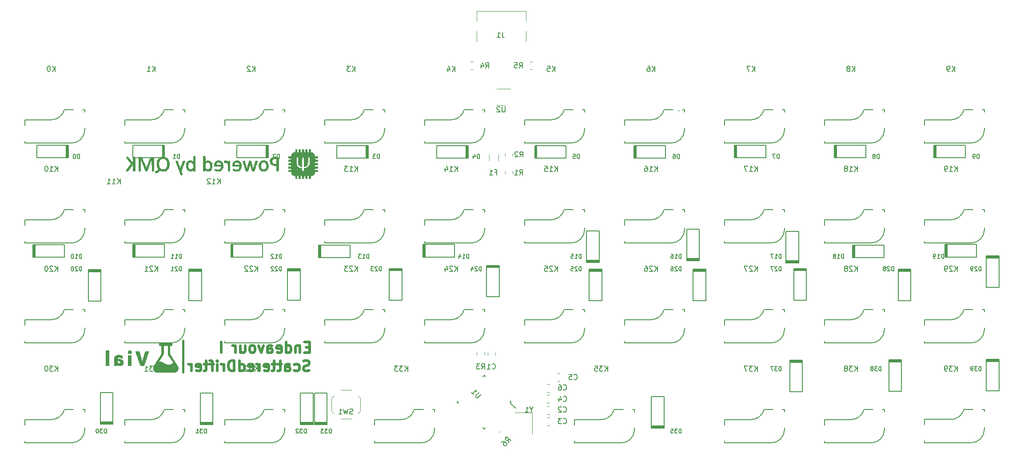
<source format=gbr>
%TF.GenerationSoftware,KiCad,Pcbnew,5.1.10*%
%TF.CreationDate,2021-10-06T18:26:39+02:00*%
%TF.ProjectId,ortho-qaz,6f727468-6f2d-4716-917a-2e6b69636164,rev?*%
%TF.SameCoordinates,Original*%
%TF.FileFunction,Legend,Bot*%
%TF.FilePolarity,Positive*%
%FSLAX46Y46*%
G04 Gerber Fmt 4.6, Leading zero omitted, Abs format (unit mm)*
G04 Created by KiCad (PCBNEW 5.1.10) date 2021-10-06 18:26:39*
%MOMM*%
%LPD*%
G01*
G04 APERTURE LIST*
%ADD10C,0.400000*%
%ADD11C,0.500000*%
%ADD12C,0.100000*%
%ADD13C,0.200000*%
%ADD14C,0.010000*%
%ADD15C,0.150000*%
%ADD16C,0.120000*%
G04 APERTURE END LIST*
D10*
X86070000Y-85990000D02*
X86070000Y-79990000D01*
D11*
X110176190Y-81207142D02*
X109509523Y-81207142D01*
X109223809Y-82254761D02*
X110176190Y-82254761D01*
X110176190Y-80254761D01*
X109223809Y-80254761D01*
X108366666Y-80921428D02*
X108366666Y-82254761D01*
X108366666Y-81111904D02*
X108271428Y-81016666D01*
X108080952Y-80921428D01*
X107795238Y-80921428D01*
X107604761Y-81016666D01*
X107509523Y-81207142D01*
X107509523Y-82254761D01*
X105700000Y-82254761D02*
X105700000Y-80254761D01*
X105700000Y-82159523D02*
X105890476Y-82254761D01*
X106271428Y-82254761D01*
X106461904Y-82159523D01*
X106557142Y-82064285D01*
X106652380Y-81873809D01*
X106652380Y-81302380D01*
X106557142Y-81111904D01*
X106461904Y-81016666D01*
X106271428Y-80921428D01*
X105890476Y-80921428D01*
X105700000Y-81016666D01*
X103985714Y-82159523D02*
X104176190Y-82254761D01*
X104557142Y-82254761D01*
X104747619Y-82159523D01*
X104842857Y-81969047D01*
X104842857Y-81207142D01*
X104747619Y-81016666D01*
X104557142Y-80921428D01*
X104176190Y-80921428D01*
X103985714Y-81016666D01*
X103890476Y-81207142D01*
X103890476Y-81397619D01*
X104842857Y-81588095D01*
X102176190Y-82254761D02*
X102176190Y-81207142D01*
X102271428Y-81016666D01*
X102461904Y-80921428D01*
X102842857Y-80921428D01*
X103033333Y-81016666D01*
X102176190Y-82159523D02*
X102366666Y-82254761D01*
X102842857Y-82254761D01*
X103033333Y-82159523D01*
X103128571Y-81969047D01*
X103128571Y-81778571D01*
X103033333Y-81588095D01*
X102842857Y-81492857D01*
X102366666Y-81492857D01*
X102176190Y-81397619D01*
X101414285Y-80921428D02*
X100938095Y-82254761D01*
X100461904Y-80921428D01*
X99414285Y-82254761D02*
X99604761Y-82159523D01*
X99700000Y-82064285D01*
X99795238Y-81873809D01*
X99795238Y-81302380D01*
X99700000Y-81111904D01*
X99604761Y-81016666D01*
X99414285Y-80921428D01*
X99128571Y-80921428D01*
X98938095Y-81016666D01*
X98842857Y-81111904D01*
X98747619Y-81302380D01*
X98747619Y-81873809D01*
X98842857Y-82064285D01*
X98938095Y-82159523D01*
X99128571Y-82254761D01*
X99414285Y-82254761D01*
X97033333Y-80921428D02*
X97033333Y-82254761D01*
X97890476Y-80921428D02*
X97890476Y-81969047D01*
X97795238Y-82159523D01*
X97604761Y-82254761D01*
X97319047Y-82254761D01*
X97128571Y-82159523D01*
X97033333Y-82064285D01*
X96080952Y-82254761D02*
X96080952Y-80921428D01*
X96080952Y-81302380D02*
X95985714Y-81111904D01*
X95890476Y-81016666D01*
X95700000Y-80921428D01*
X95509523Y-80921428D01*
X93319047Y-82254761D02*
X93319047Y-80254761D01*
X110128571Y-85659523D02*
X109842857Y-85754761D01*
X109366666Y-85754761D01*
X109176190Y-85659523D01*
X109080952Y-85564285D01*
X108985714Y-85373809D01*
X108985714Y-85183333D01*
X109080952Y-84992857D01*
X109176190Y-84897619D01*
X109366666Y-84802380D01*
X109747619Y-84707142D01*
X109938095Y-84611904D01*
X110033333Y-84516666D01*
X110128571Y-84326190D01*
X110128571Y-84135714D01*
X110033333Y-83945238D01*
X109938095Y-83850000D01*
X109747619Y-83754761D01*
X109271428Y-83754761D01*
X108985714Y-83850000D01*
X107271428Y-85659523D02*
X107461904Y-85754761D01*
X107842857Y-85754761D01*
X108033333Y-85659523D01*
X108128571Y-85564285D01*
X108223809Y-85373809D01*
X108223809Y-84802380D01*
X108128571Y-84611904D01*
X108033333Y-84516666D01*
X107842857Y-84421428D01*
X107461904Y-84421428D01*
X107271428Y-84516666D01*
X105557142Y-85754761D02*
X105557142Y-84707142D01*
X105652380Y-84516666D01*
X105842857Y-84421428D01*
X106223809Y-84421428D01*
X106414285Y-84516666D01*
X105557142Y-85659523D02*
X105747619Y-85754761D01*
X106223809Y-85754761D01*
X106414285Y-85659523D01*
X106509523Y-85469047D01*
X106509523Y-85278571D01*
X106414285Y-85088095D01*
X106223809Y-84992857D01*
X105747619Y-84992857D01*
X105557142Y-84897619D01*
X104890476Y-84421428D02*
X104128571Y-84421428D01*
X104604761Y-83754761D02*
X104604761Y-85469047D01*
X104509523Y-85659523D01*
X104319047Y-85754761D01*
X104128571Y-85754761D01*
X103747619Y-84421428D02*
X102985714Y-84421428D01*
X103461904Y-83754761D02*
X103461904Y-85469047D01*
X103366666Y-85659523D01*
X103176190Y-85754761D01*
X102985714Y-85754761D01*
X101557142Y-85659523D02*
X101747619Y-85754761D01*
X102128571Y-85754761D01*
X102319047Y-85659523D01*
X102414285Y-85469047D01*
X102414285Y-84707142D01*
X102319047Y-84516666D01*
X102128571Y-84421428D01*
X101747619Y-84421428D01*
X101557142Y-84516666D01*
X101461904Y-84707142D01*
X101461904Y-84897619D01*
X102414285Y-85088095D01*
X100604761Y-85754761D02*
X100604761Y-84421428D01*
X100604761Y-84802380D02*
X100509523Y-84611904D01*
X100414285Y-84516666D01*
X100223809Y-84421428D01*
X100033333Y-84421428D01*
X98604761Y-85659523D02*
X98795238Y-85754761D01*
X99176190Y-85754761D01*
X99366666Y-85659523D01*
X99461904Y-85469047D01*
X99461904Y-84707142D01*
X99366666Y-84516666D01*
X99176190Y-84421428D01*
X98795238Y-84421428D01*
X98604761Y-84516666D01*
X98509523Y-84707142D01*
X98509523Y-84897619D01*
X99461904Y-85088095D01*
X96795238Y-85754761D02*
X96795238Y-83754761D01*
X96795238Y-85659523D02*
X96985714Y-85754761D01*
X97366666Y-85754761D01*
X97557142Y-85659523D01*
X97652380Y-85564285D01*
X97747619Y-85373809D01*
X97747619Y-84802380D01*
X97652380Y-84611904D01*
X97557142Y-84516666D01*
X97366666Y-84421428D01*
X96985714Y-84421428D01*
X96795238Y-84516666D01*
X95842857Y-85754761D02*
X95842857Y-83754761D01*
X95366666Y-83754761D01*
X95080952Y-83850000D01*
X94890476Y-84040476D01*
X94795238Y-84230952D01*
X94700000Y-84611904D01*
X94700000Y-84897619D01*
X94795238Y-85278571D01*
X94890476Y-85469047D01*
X95080952Y-85659523D01*
X95366666Y-85754761D01*
X95842857Y-85754761D01*
X93842857Y-85754761D02*
X93842857Y-84421428D01*
X93842857Y-84802380D02*
X93747619Y-84611904D01*
X93652380Y-84516666D01*
X93461904Y-84421428D01*
X93271428Y-84421428D01*
X92604761Y-85754761D02*
X92604761Y-84421428D01*
X92604761Y-83754761D02*
X92700000Y-83850000D01*
X92604761Y-83945238D01*
X92509523Y-83850000D01*
X92604761Y-83754761D01*
X92604761Y-83945238D01*
X91938095Y-84421428D02*
X91176190Y-84421428D01*
X91652380Y-85754761D02*
X91652380Y-84040476D01*
X91557142Y-83850000D01*
X91366666Y-83754761D01*
X91176190Y-83754761D01*
X90795238Y-84421428D02*
X90033333Y-84421428D01*
X90509523Y-83754761D02*
X90509523Y-85469047D01*
X90414285Y-85659523D01*
X90223809Y-85754761D01*
X90033333Y-85754761D01*
X88604761Y-85659523D02*
X88795238Y-85754761D01*
X89176190Y-85754761D01*
X89366666Y-85659523D01*
X89461904Y-85469047D01*
X89461904Y-84707142D01*
X89366666Y-84516666D01*
X89176190Y-84421428D01*
X88795238Y-84421428D01*
X88604761Y-84516666D01*
X88509523Y-84707142D01*
X88509523Y-84897619D01*
X89461904Y-85088095D01*
X87652380Y-85754761D02*
X87652380Y-84421428D01*
X87652380Y-84802380D02*
X87557142Y-84611904D01*
X87461904Y-84516666D01*
X87271428Y-84421428D01*
X87080952Y-84421428D01*
D12*
X180369818Y-36086815D02*
X180701124Y-36086587D01*
X180482946Y-36203670D02*
X180369818Y-36086815D01*
D13*
%TO.C,D39*%
X241590000Y-83530000D02*
X239190000Y-83530000D01*
X241590000Y-89530000D02*
X241590000Y-83530000D01*
X239190000Y-89530000D02*
X241590000Y-89530000D01*
X239190000Y-83530000D02*
X239190000Y-89530000D01*
X239190000Y-83805000D02*
X241590000Y-83805000D01*
X239190000Y-83930000D02*
X241590000Y-83930000D01*
X241590000Y-83655000D02*
X239190000Y-83655000D01*
%TO.C,D38*%
X222990000Y-83630000D02*
X220590000Y-83630000D01*
X222990000Y-89630000D02*
X222990000Y-83630000D01*
X220590000Y-89630000D02*
X222990000Y-89630000D01*
X220590000Y-83630000D02*
X220590000Y-89630000D01*
X220590000Y-83905000D02*
X222990000Y-83905000D01*
X220590000Y-84030000D02*
X222990000Y-84030000D01*
X222990000Y-83755000D02*
X220590000Y-83755000D01*
%TO.C,D37*%
X204090000Y-83730000D02*
X201690000Y-83730000D01*
X204090000Y-89730000D02*
X204090000Y-83730000D01*
X201690000Y-89730000D02*
X204090000Y-89730000D01*
X201690000Y-83730000D02*
X201690000Y-89730000D01*
X201690000Y-84005000D02*
X204090000Y-84005000D01*
X201690000Y-84130000D02*
X204090000Y-84130000D01*
X204090000Y-83855000D02*
X201690000Y-83855000D01*
%TO.C,D35*%
X175340000Y-96630000D02*
X177740000Y-96630000D01*
X175340000Y-90630000D02*
X175340000Y-96630000D01*
X177740000Y-90630000D02*
X175340000Y-90630000D01*
X177740000Y-96630000D02*
X177740000Y-90630000D01*
X177740000Y-96355000D02*
X175340000Y-96355000D01*
X177740000Y-96230000D02*
X175340000Y-96230000D01*
X175340000Y-96505000D02*
X177740000Y-96505000D01*
%TO.C,D33*%
X111090000Y-95980000D02*
X113490000Y-95980000D01*
X111090000Y-89980000D02*
X111090000Y-95980000D01*
X113490000Y-89980000D02*
X111090000Y-89980000D01*
X113490000Y-95980000D02*
X113490000Y-89980000D01*
X113490000Y-95705000D02*
X111090000Y-95705000D01*
X113490000Y-95580000D02*
X111090000Y-95580000D01*
X111090000Y-95855000D02*
X113490000Y-95855000D01*
%TO.C,D32*%
X108440000Y-95980000D02*
X110840000Y-95980000D01*
X108440000Y-89980000D02*
X108440000Y-95980000D01*
X110840000Y-89980000D02*
X108440000Y-89980000D01*
X110840000Y-95980000D02*
X110840000Y-89980000D01*
X110840000Y-95705000D02*
X108440000Y-95705000D01*
X110840000Y-95580000D02*
X108440000Y-95580000D01*
X108440000Y-95855000D02*
X110840000Y-95855000D01*
%TO.C,D31*%
X89340000Y-95980000D02*
X91740000Y-95980000D01*
X89340000Y-89980000D02*
X89340000Y-95980000D01*
X91740000Y-89980000D02*
X89340000Y-89980000D01*
X91740000Y-95980000D02*
X91740000Y-89980000D01*
X91740000Y-95705000D02*
X89340000Y-95705000D01*
X91740000Y-95580000D02*
X89340000Y-95580000D01*
X89340000Y-95855000D02*
X91740000Y-95855000D01*
%TO.C,D30*%
X70290000Y-95880000D02*
X72690000Y-95880000D01*
X70290000Y-89880000D02*
X70290000Y-95880000D01*
X72690000Y-89880000D02*
X70290000Y-89880000D01*
X72690000Y-95880000D02*
X72690000Y-89880000D01*
X72690000Y-95605000D02*
X70290000Y-95605000D01*
X72690000Y-95480000D02*
X70290000Y-95480000D01*
X70290000Y-95755000D02*
X72690000Y-95755000D01*
%TO.C,D29*%
X241590000Y-63830000D02*
X239190000Y-63830000D01*
X241590000Y-69830000D02*
X241590000Y-63830000D01*
X239190000Y-69830000D02*
X241590000Y-69830000D01*
X239190000Y-63830000D02*
X239190000Y-69830000D01*
X239190000Y-64105000D02*
X241590000Y-64105000D01*
X239190000Y-64230000D02*
X241590000Y-64230000D01*
X241590000Y-63955000D02*
X239190000Y-63955000D01*
%TO.C,D28*%
X224790000Y-66330000D02*
X222390000Y-66330000D01*
X224790000Y-72330000D02*
X224790000Y-66330000D01*
X222390000Y-72330000D02*
X224790000Y-72330000D01*
X222390000Y-66330000D02*
X222390000Y-72330000D01*
X222390000Y-66605000D02*
X224790000Y-66605000D01*
X222390000Y-66730000D02*
X224790000Y-66730000D01*
X224790000Y-66455000D02*
X222390000Y-66455000D01*
%TO.C,D27*%
X204890000Y-66230000D02*
X202490000Y-66230000D01*
X204890000Y-72230000D02*
X204890000Y-66230000D01*
X202490000Y-72230000D02*
X204890000Y-72230000D01*
X202490000Y-66230000D02*
X202490000Y-72230000D01*
X202490000Y-66505000D02*
X204890000Y-66505000D01*
X202490000Y-66630000D02*
X204890000Y-66630000D01*
X204890000Y-66355000D02*
X202490000Y-66355000D01*
%TO.C,D26*%
X185690000Y-66330000D02*
X183290000Y-66330000D01*
X185690000Y-72330000D02*
X185690000Y-66330000D01*
X183290000Y-72330000D02*
X185690000Y-72330000D01*
X183290000Y-66330000D02*
X183290000Y-72330000D01*
X183290000Y-66605000D02*
X185690000Y-66605000D01*
X183290000Y-66730000D02*
X185690000Y-66730000D01*
X185690000Y-66455000D02*
X183290000Y-66455000D01*
%TO.C,D25*%
X165890000Y-66330000D02*
X163490000Y-66330000D01*
X165890000Y-72330000D02*
X165890000Y-66330000D01*
X163490000Y-72330000D02*
X165890000Y-72330000D01*
X163490000Y-66330000D02*
X163490000Y-72330000D01*
X163490000Y-66605000D02*
X165890000Y-66605000D01*
X163490000Y-66730000D02*
X165890000Y-66730000D01*
X165890000Y-66455000D02*
X163490000Y-66455000D01*
%TO.C,D24*%
X146340000Y-65630000D02*
X143940000Y-65630000D01*
X146340000Y-71630000D02*
X146340000Y-65630000D01*
X143940000Y-71630000D02*
X146340000Y-71630000D01*
X143940000Y-65630000D02*
X143940000Y-71630000D01*
X143940000Y-65905000D02*
X146340000Y-65905000D01*
X143940000Y-66030000D02*
X146340000Y-66030000D01*
X146340000Y-65755000D02*
X143940000Y-65755000D01*
%TO.C,D23*%
X127790000Y-66230000D02*
X125390000Y-66230000D01*
X127790000Y-72230000D02*
X127790000Y-66230000D01*
X125390000Y-72230000D02*
X127790000Y-72230000D01*
X125390000Y-66230000D02*
X125390000Y-72230000D01*
X125390000Y-66505000D02*
X127790000Y-66505000D01*
X125390000Y-66630000D02*
X127790000Y-66630000D01*
X127790000Y-66355000D02*
X125390000Y-66355000D01*
%TO.C,D22*%
X108390000Y-66280000D02*
X105990000Y-66280000D01*
X108390000Y-72280000D02*
X108390000Y-66280000D01*
X105990000Y-72280000D02*
X108390000Y-72280000D01*
X105990000Y-66280000D02*
X105990000Y-72280000D01*
X105990000Y-66555000D02*
X108390000Y-66555000D01*
X105990000Y-66680000D02*
X108390000Y-66680000D01*
X108390000Y-66405000D02*
X105990000Y-66405000D01*
%TO.C,D21*%
X89590000Y-66380000D02*
X87190000Y-66380000D01*
X89590000Y-72380000D02*
X89590000Y-66380000D01*
X87190000Y-72380000D02*
X89590000Y-72380000D01*
X87190000Y-66380000D02*
X87190000Y-72380000D01*
X87190000Y-66655000D02*
X89590000Y-66655000D01*
X87190000Y-66780000D02*
X89590000Y-66780000D01*
X89590000Y-66505000D02*
X87190000Y-66505000D01*
%TO.C,D20*%
X70440000Y-66430000D02*
X68040000Y-66430000D01*
X70440000Y-72430000D02*
X70440000Y-66430000D01*
X68040000Y-72430000D02*
X70440000Y-72430000D01*
X68040000Y-66430000D02*
X68040000Y-72430000D01*
X68040000Y-66705000D02*
X70440000Y-66705000D01*
X68040000Y-66830000D02*
X70440000Y-66830000D01*
X70440000Y-66555000D02*
X68040000Y-66555000D01*
%TO.C,D19*%
X231290000Y-61630000D02*
X231290000Y-64030000D01*
X237290000Y-61630000D02*
X231290000Y-61630000D01*
X237290000Y-64030000D02*
X237290000Y-61630000D01*
X231290000Y-64030000D02*
X237290000Y-64030000D01*
X231565000Y-64030000D02*
X231565000Y-61630000D01*
X231690000Y-64030000D02*
X231690000Y-61630000D01*
X231415000Y-61630000D02*
X231415000Y-64030000D01*
%TO.C,D18*%
X213690000Y-61730000D02*
X213690000Y-64130000D01*
X219690000Y-61730000D02*
X213690000Y-61730000D01*
X219690000Y-64130000D02*
X219690000Y-61730000D01*
X213690000Y-64130000D02*
X219690000Y-64130000D01*
X213965000Y-64130000D02*
X213965000Y-61730000D01*
X214090000Y-64130000D02*
X214090000Y-61730000D01*
X213815000Y-61730000D02*
X213815000Y-64130000D01*
%TO.C,D17*%
X200990000Y-65130000D02*
X203390000Y-65130000D01*
X200990000Y-59130000D02*
X200990000Y-65130000D01*
X203390000Y-59130000D02*
X200990000Y-59130000D01*
X203390000Y-65130000D02*
X203390000Y-59130000D01*
X203390000Y-64855000D02*
X200990000Y-64855000D01*
X203390000Y-64730000D02*
X200990000Y-64730000D01*
X200990000Y-65005000D02*
X203390000Y-65005000D01*
%TO.C,D16*%
X182090000Y-64730000D02*
X184490000Y-64730000D01*
X182090000Y-58730000D02*
X182090000Y-64730000D01*
X184490000Y-58730000D02*
X182090000Y-58730000D01*
X184490000Y-64730000D02*
X184490000Y-58730000D01*
X184490000Y-64455000D02*
X182090000Y-64455000D01*
X184490000Y-64330000D02*
X182090000Y-64330000D01*
X182090000Y-64605000D02*
X184490000Y-64605000D01*
%TO.C,D15*%
X162990000Y-65030000D02*
X165390000Y-65030000D01*
X162990000Y-59030000D02*
X162990000Y-65030000D01*
X165390000Y-59030000D02*
X162990000Y-59030000D01*
X165390000Y-65030000D02*
X165390000Y-59030000D01*
X165390000Y-64755000D02*
X162990000Y-64755000D01*
X165390000Y-64630000D02*
X162990000Y-64630000D01*
X162990000Y-64905000D02*
X165390000Y-64905000D01*
%TO.C,D14*%
X131790000Y-61630000D02*
X131790000Y-64030000D01*
X137790000Y-61630000D02*
X131790000Y-61630000D01*
X137790000Y-64030000D02*
X137790000Y-61630000D01*
X131790000Y-64030000D02*
X137790000Y-64030000D01*
X132065000Y-64030000D02*
X132065000Y-61630000D01*
X132190000Y-64030000D02*
X132190000Y-61630000D01*
X131915000Y-61630000D02*
X131915000Y-64030000D01*
%TO.C,D13*%
X111890000Y-61730000D02*
X111890000Y-64130000D01*
X117890000Y-61730000D02*
X111890000Y-61730000D01*
X117890000Y-64130000D02*
X117890000Y-61730000D01*
X111890000Y-64130000D02*
X117890000Y-64130000D01*
X112165000Y-64130000D02*
X112165000Y-61730000D01*
X112290000Y-64130000D02*
X112290000Y-61730000D01*
X112015000Y-61730000D02*
X112015000Y-64130000D01*
%TO.C,D12*%
X95190000Y-61630000D02*
X95190000Y-64030000D01*
X101190000Y-61630000D02*
X95190000Y-61630000D01*
X101190000Y-64030000D02*
X101190000Y-61630000D01*
X95190000Y-64030000D02*
X101190000Y-64030000D01*
X95465000Y-64030000D02*
X95465000Y-61630000D01*
X95590000Y-64030000D02*
X95590000Y-61630000D01*
X95315000Y-61630000D02*
X95315000Y-64030000D01*
%TO.C,D11*%
X76540000Y-61630000D02*
X76540000Y-64030000D01*
X82540000Y-61630000D02*
X76540000Y-61630000D01*
X82540000Y-64030000D02*
X82540000Y-61630000D01*
X76540000Y-64030000D02*
X82540000Y-64030000D01*
X76815000Y-64030000D02*
X76815000Y-61630000D01*
X76940000Y-64030000D02*
X76940000Y-61630000D01*
X76665000Y-61630000D02*
X76665000Y-64030000D01*
%TO.C,D10*%
X57490000Y-61655000D02*
X57490000Y-64055000D01*
X63490000Y-61655000D02*
X57490000Y-61655000D01*
X63490000Y-64055000D02*
X63490000Y-61655000D01*
X57490000Y-64055000D02*
X63490000Y-64055000D01*
X57765000Y-64055000D02*
X57765000Y-61655000D01*
X57890000Y-64055000D02*
X57890000Y-61655000D01*
X57615000Y-61655000D02*
X57615000Y-64055000D01*
%TO.C,D9*%
X229190000Y-42730000D02*
X229190000Y-45130000D01*
X235190000Y-42730000D02*
X229190000Y-42730000D01*
X235190000Y-45130000D02*
X235190000Y-42730000D01*
X229190000Y-45130000D02*
X235190000Y-45130000D01*
X229465000Y-45130000D02*
X229465000Y-42730000D01*
X229590000Y-45130000D02*
X229590000Y-42730000D01*
X229315000Y-42730000D02*
X229315000Y-45130000D01*
%TO.C,D8*%
X210190000Y-42680000D02*
X210190000Y-45080000D01*
X216190000Y-42680000D02*
X210190000Y-42680000D01*
X216190000Y-45080000D02*
X216190000Y-42680000D01*
X210190000Y-45080000D02*
X216190000Y-45080000D01*
X210465000Y-45080000D02*
X210465000Y-42680000D01*
X210590000Y-45080000D02*
X210590000Y-42680000D01*
X210315000Y-42680000D02*
X210315000Y-45080000D01*
%TO.C,D7*%
X191140000Y-42730000D02*
X191140000Y-45130000D01*
X197140000Y-42730000D02*
X191140000Y-42730000D01*
X197140000Y-45130000D02*
X197140000Y-42730000D01*
X191140000Y-45130000D02*
X197140000Y-45130000D01*
X191415000Y-45130000D02*
X191415000Y-42730000D01*
X191540000Y-45130000D02*
X191540000Y-42730000D01*
X191265000Y-42730000D02*
X191265000Y-45130000D01*
%TO.C,D6*%
X171990000Y-42780000D02*
X171990000Y-45180000D01*
X177990000Y-42780000D02*
X171990000Y-42780000D01*
X177990000Y-45180000D02*
X177990000Y-42780000D01*
X171990000Y-45180000D02*
X177990000Y-45180000D01*
X172265000Y-45180000D02*
X172265000Y-42780000D01*
X172390000Y-45180000D02*
X172390000Y-42780000D01*
X172115000Y-42780000D02*
X172115000Y-45180000D01*
%TO.C,D5*%
X153090000Y-42780000D02*
X153090000Y-45180000D01*
X159090000Y-42780000D02*
X153090000Y-42780000D01*
X159090000Y-45180000D02*
X159090000Y-42780000D01*
X153090000Y-45180000D02*
X159090000Y-45180000D01*
X153365000Y-45180000D02*
X153365000Y-42780000D01*
X153490000Y-45180000D02*
X153490000Y-42780000D01*
X153215000Y-42780000D02*
X153215000Y-45180000D01*
%TO.C,D4*%
X140440000Y-45180000D02*
X140440000Y-42780000D01*
X134440000Y-45180000D02*
X140440000Y-45180000D01*
X134440000Y-42780000D02*
X134440000Y-45180000D01*
X140440000Y-42780000D02*
X134440000Y-42780000D01*
X140165000Y-42780000D02*
X140165000Y-45180000D01*
X140040000Y-42780000D02*
X140040000Y-45180000D01*
X140315000Y-45180000D02*
X140315000Y-42780000D01*
%TO.C,D3*%
X121340000Y-45180000D02*
X121340000Y-42780000D01*
X115340000Y-45180000D02*
X121340000Y-45180000D01*
X115340000Y-42780000D02*
X115340000Y-45180000D01*
X121340000Y-42780000D02*
X115340000Y-42780000D01*
X121065000Y-42780000D02*
X121065000Y-45180000D01*
X120940000Y-42780000D02*
X120940000Y-45180000D01*
X121215000Y-45180000D02*
X121215000Y-42780000D01*
%TO.C,D2*%
X102340000Y-45130000D02*
X102340000Y-42730000D01*
X96340000Y-45130000D02*
X102340000Y-45130000D01*
X96340000Y-42730000D02*
X96340000Y-45130000D01*
X102340000Y-42730000D02*
X96340000Y-42730000D01*
X102065000Y-42730000D02*
X102065000Y-45130000D01*
X101940000Y-42730000D02*
X101940000Y-45130000D01*
X102215000Y-45130000D02*
X102215000Y-42730000D01*
%TO.C,D1*%
X82540000Y-45130000D02*
X82540000Y-42730000D01*
X76540000Y-45130000D02*
X82540000Y-45130000D01*
X76540000Y-42730000D02*
X76540000Y-45130000D01*
X82540000Y-42730000D02*
X76540000Y-42730000D01*
X82265000Y-42730000D02*
X82265000Y-45130000D01*
X82140000Y-42730000D02*
X82140000Y-45130000D01*
X82415000Y-45130000D02*
X82415000Y-42730000D01*
%TO.C,D0*%
X64240000Y-45130000D02*
X64240000Y-42730000D01*
X58240000Y-45130000D02*
X64240000Y-45130000D01*
X58240000Y-42730000D02*
X58240000Y-45130000D01*
X64240000Y-42730000D02*
X58240000Y-42730000D01*
X63965000Y-42730000D02*
X63965000Y-45130000D01*
X63840000Y-42730000D02*
X63840000Y-45130000D01*
X64115000Y-45130000D02*
X64115000Y-42730000D01*
D14*
%TO.C,G\u002A\u002A\u002A*%
G36*
X75781121Y-81844144D02*
G01*
X75720214Y-81853995D01*
X75674287Y-81877774D01*
X75625446Y-81921506D01*
X75618360Y-81928559D01*
X75564855Y-81989254D01*
X75539407Y-82046114D01*
X75532141Y-82123786D01*
X75532000Y-82144059D01*
X75552989Y-82269493D01*
X75613085Y-82365575D01*
X75707984Y-82429333D01*
X75833383Y-82457800D01*
X75975046Y-82449754D01*
X76087632Y-82408002D01*
X76167646Y-82329319D01*
X76211024Y-82218824D01*
X76217800Y-82144059D01*
X76212993Y-82059241D01*
X76191987Y-82000181D01*
X76144904Y-81942233D01*
X76131440Y-81928560D01*
X76081005Y-81881957D01*
X76035685Y-81856048D01*
X75977586Y-81844808D01*
X75888817Y-81842216D01*
X75874900Y-81842199D01*
X75781121Y-81844144D01*
G37*
X75781121Y-81844144D02*
X75720214Y-81853995D01*
X75674287Y-81877774D01*
X75625446Y-81921506D01*
X75618360Y-81928559D01*
X75564855Y-81989254D01*
X75539407Y-82046114D01*
X75532141Y-82123786D01*
X75532000Y-82144059D01*
X75552989Y-82269493D01*
X75613085Y-82365575D01*
X75707984Y-82429333D01*
X75833383Y-82457800D01*
X75975046Y-82449754D01*
X76087632Y-82408002D01*
X76167646Y-82329319D01*
X76211024Y-82218824D01*
X76217800Y-82144059D01*
X76212993Y-82059241D01*
X76191987Y-82000181D01*
X76144904Y-81942233D01*
X76131440Y-81928560D01*
X76081005Y-81881957D01*
X76035685Y-81856048D01*
X75977586Y-81844808D01*
X75888817Y-81842216D01*
X75874900Y-81842199D01*
X75781121Y-81844144D01*
G36*
X71315600Y-84687000D02*
G01*
X71925200Y-84687000D01*
X71925200Y-81842200D01*
X71315600Y-81842200D01*
X71315600Y-84687000D01*
G37*
X71315600Y-84687000D02*
X71925200Y-84687000D01*
X71925200Y-81842200D01*
X71315600Y-81842200D01*
X71315600Y-84687000D01*
G36*
X75582800Y-84687000D02*
G01*
X76192400Y-84687000D01*
X76192400Y-82756600D01*
X75582800Y-82756600D01*
X75582800Y-84687000D01*
G37*
X75582800Y-84687000D02*
X76192400Y-84687000D01*
X76192400Y-82756600D01*
X75582800Y-82756600D01*
X75582800Y-84687000D01*
G36*
X78837006Y-82077150D02*
G01*
X78816560Y-82143041D01*
X78785046Y-82246897D01*
X78744475Y-82381911D01*
X78696860Y-82541274D01*
X78644213Y-82718179D01*
X78588545Y-82905819D01*
X78531869Y-83097386D01*
X78476196Y-83286073D01*
X78423540Y-83465073D01*
X78375911Y-83627577D01*
X78335322Y-83766779D01*
X78303786Y-83875870D01*
X78283313Y-83948044D01*
X78276522Y-83973458D01*
X78262099Y-84022165D01*
X78253771Y-84022595D01*
X78252352Y-84008722D01*
X78244924Y-83975618D01*
X78224783Y-83900245D01*
X78193797Y-83788997D01*
X78153834Y-83648269D01*
X78106762Y-83484454D01*
X78054449Y-83303946D01*
X77998763Y-83113139D01*
X77941572Y-82918427D01*
X77884745Y-82726203D01*
X77830150Y-82542861D01*
X77779654Y-82374796D01*
X77735125Y-82228402D01*
X77698433Y-82110071D01*
X77688005Y-82077150D01*
X77661661Y-81994600D01*
X77330713Y-81994600D01*
X77189896Y-81995734D01*
X77093914Y-81999530D01*
X77036842Y-82006578D01*
X77012757Y-82017466D01*
X77011771Y-82026350D01*
X77022098Y-82055727D01*
X77047422Y-82128647D01*
X77086193Y-82240623D01*
X77136862Y-82387168D01*
X77197878Y-82563795D01*
X77267691Y-82766017D01*
X77344751Y-82989348D01*
X77427507Y-83229302D01*
X77476893Y-83372550D01*
X77930009Y-84687000D01*
X78626262Y-84687000D01*
X78702115Y-84464750D01*
X78726069Y-84394495D01*
X78764331Y-84282182D01*
X78814849Y-84133843D01*
X78875568Y-83955511D01*
X78944434Y-83753219D01*
X79019393Y-83533002D01*
X79098391Y-83300892D01*
X79160443Y-83118550D01*
X79542918Y-81994600D01*
X78863340Y-81994600D01*
X78837006Y-82077150D01*
G37*
X78837006Y-82077150D02*
X78816560Y-82143041D01*
X78785046Y-82246897D01*
X78744475Y-82381911D01*
X78696860Y-82541274D01*
X78644213Y-82718179D01*
X78588545Y-82905819D01*
X78531869Y-83097386D01*
X78476196Y-83286073D01*
X78423540Y-83465073D01*
X78375911Y-83627577D01*
X78335322Y-83766779D01*
X78303786Y-83875870D01*
X78283313Y-83948044D01*
X78276522Y-83973458D01*
X78262099Y-84022165D01*
X78253771Y-84022595D01*
X78252352Y-84008722D01*
X78244924Y-83975618D01*
X78224783Y-83900245D01*
X78193797Y-83788997D01*
X78153834Y-83648269D01*
X78106762Y-83484454D01*
X78054449Y-83303946D01*
X77998763Y-83113139D01*
X77941572Y-82918427D01*
X77884745Y-82726203D01*
X77830150Y-82542861D01*
X77779654Y-82374796D01*
X77735125Y-82228402D01*
X77698433Y-82110071D01*
X77688005Y-82077150D01*
X77661661Y-81994600D01*
X77330713Y-81994600D01*
X77189896Y-81995734D01*
X77093914Y-81999530D01*
X77036842Y-82006578D01*
X77012757Y-82017466D01*
X77011771Y-82026350D01*
X77022098Y-82055727D01*
X77047422Y-82128647D01*
X77086193Y-82240623D01*
X77136862Y-82387168D01*
X77197878Y-82563795D01*
X77267691Y-82766017D01*
X77344751Y-82989348D01*
X77427507Y-83229302D01*
X77476893Y-83372550D01*
X77930009Y-84687000D01*
X78626262Y-84687000D01*
X78702115Y-84464750D01*
X78726069Y-84394495D01*
X78764331Y-84282182D01*
X78814849Y-84133843D01*
X78875568Y-83955511D01*
X78944434Y-83753219D01*
X79019393Y-83533002D01*
X79098391Y-83300892D01*
X79160443Y-83118550D01*
X79542918Y-81994600D01*
X78863340Y-81994600D01*
X78837006Y-82077150D01*
G36*
X73625233Y-82719407D02*
G01*
X73523567Y-82721409D01*
X73450705Y-82727133D01*
X73395651Y-82738302D01*
X73347406Y-82756642D01*
X73294973Y-82783877D01*
X73271400Y-82797065D01*
X73133332Y-82903151D01*
X73029004Y-83045930D01*
X72960286Y-83222535D01*
X72943596Y-83299648D01*
X72935653Y-83370956D01*
X72928595Y-83483533D01*
X72922764Y-83627849D01*
X72918502Y-83794376D01*
X72916153Y-83973584D01*
X72915800Y-84073130D01*
X72915800Y-84687000D01*
X73500000Y-84687000D01*
X73500000Y-84448090D01*
X73595250Y-84540904D01*
X73697317Y-84624869D01*
X73805691Y-84678002D01*
X73934865Y-84705436D01*
X74079390Y-84712400D01*
X74197852Y-84708804D01*
X74284779Y-84695631D01*
X74359081Y-84669296D01*
X74391355Y-84653299D01*
X74475924Y-84594392D01*
X74555650Y-84516464D01*
X74579088Y-84486599D01*
X74621315Y-84418594D01*
X74646197Y-84351426D01*
X74659398Y-84265528D01*
X74664307Y-84192218D01*
X74662519Y-84091670D01*
X74099947Y-84091670D01*
X74074218Y-84174302D01*
X74030991Y-84239369D01*
X74011020Y-84255029D01*
X73932435Y-84278307D01*
X73832416Y-84279155D01*
X73734078Y-84259552D01*
X73665335Y-84225446D01*
X73590951Y-84141129D01*
X73533667Y-84027640D01*
X73503136Y-83906060D01*
X73500558Y-83865617D01*
X73500000Y-83768134D01*
X73607950Y-83784492D01*
X73776411Y-83813013D01*
X73901165Y-83842391D01*
X73989249Y-83875926D01*
X74047696Y-83916919D01*
X74083542Y-83968671D01*
X74099470Y-84015096D01*
X74099947Y-84091670D01*
X74662519Y-84091670D01*
X74661151Y-84014799D01*
X74629788Y-83867656D01*
X74566714Y-83747514D01*
X74468425Y-83651092D01*
X74331415Y-83575113D01*
X74152181Y-83516299D01*
X73927217Y-83471371D01*
X73887226Y-83465322D01*
X73762381Y-83447455D01*
X73654235Y-83432597D01*
X73573537Y-83422183D01*
X73531035Y-83417646D01*
X73528997Y-83417564D01*
X73505216Y-83399228D01*
X73508901Y-83353718D01*
X73535586Y-83293368D01*
X73580801Y-83230508D01*
X73606188Y-83204519D01*
X73646846Y-83169479D01*
X73684442Y-83148652D01*
X73732718Y-83139172D01*
X73805414Y-83138173D01*
X73904793Y-83142238D01*
X74025873Y-83150942D01*
X74118743Y-83167218D01*
X74205959Y-83196782D01*
X74308405Y-83244515D01*
X74492386Y-83336292D01*
X74477900Y-82845500D01*
X74300100Y-82782903D01*
X74220443Y-82756954D01*
X74146452Y-82739192D01*
X74065253Y-82728083D01*
X73963969Y-82722095D01*
X73829725Y-82719695D01*
X73766700Y-82719403D01*
X73625233Y-82719407D01*
G37*
X73625233Y-82719407D02*
X73523567Y-82721409D01*
X73450705Y-82727133D01*
X73395651Y-82738302D01*
X73347406Y-82756642D01*
X73294973Y-82783877D01*
X73271400Y-82797065D01*
X73133332Y-82903151D01*
X73029004Y-83045930D01*
X72960286Y-83222535D01*
X72943596Y-83299648D01*
X72935653Y-83370956D01*
X72928595Y-83483533D01*
X72922764Y-83627849D01*
X72918502Y-83794376D01*
X72916153Y-83973584D01*
X72915800Y-84073130D01*
X72915800Y-84687000D01*
X73500000Y-84687000D01*
X73500000Y-84448090D01*
X73595250Y-84540904D01*
X73697317Y-84624869D01*
X73805691Y-84678002D01*
X73934865Y-84705436D01*
X74079390Y-84712400D01*
X74197852Y-84708804D01*
X74284779Y-84695631D01*
X74359081Y-84669296D01*
X74391355Y-84653299D01*
X74475924Y-84594392D01*
X74555650Y-84516464D01*
X74579088Y-84486599D01*
X74621315Y-84418594D01*
X74646197Y-84351426D01*
X74659398Y-84265528D01*
X74664307Y-84192218D01*
X74662519Y-84091670D01*
X74099947Y-84091670D01*
X74074218Y-84174302D01*
X74030991Y-84239369D01*
X74011020Y-84255029D01*
X73932435Y-84278307D01*
X73832416Y-84279155D01*
X73734078Y-84259552D01*
X73665335Y-84225446D01*
X73590951Y-84141129D01*
X73533667Y-84027640D01*
X73503136Y-83906060D01*
X73500558Y-83865617D01*
X73500000Y-83768134D01*
X73607950Y-83784492D01*
X73776411Y-83813013D01*
X73901165Y-83842391D01*
X73989249Y-83875926D01*
X74047696Y-83916919D01*
X74083542Y-83968671D01*
X74099470Y-84015096D01*
X74099947Y-84091670D01*
X74662519Y-84091670D01*
X74661151Y-84014799D01*
X74629788Y-83867656D01*
X74566714Y-83747514D01*
X74468425Y-83651092D01*
X74331415Y-83575113D01*
X74152181Y-83516299D01*
X73927217Y-83471371D01*
X73887226Y-83465322D01*
X73762381Y-83447455D01*
X73654235Y-83432597D01*
X73573537Y-83422183D01*
X73531035Y-83417646D01*
X73528997Y-83417564D01*
X73505216Y-83399228D01*
X73508901Y-83353718D01*
X73535586Y-83293368D01*
X73580801Y-83230508D01*
X73606188Y-83204519D01*
X73646846Y-83169479D01*
X73684442Y-83148652D01*
X73732718Y-83139172D01*
X73805414Y-83138173D01*
X73904793Y-83142238D01*
X74025873Y-83150942D01*
X74118743Y-83167218D01*
X74205959Y-83196782D01*
X74308405Y-83244515D01*
X74492386Y-83336292D01*
X74477900Y-82845500D01*
X74300100Y-82782903D01*
X74220443Y-82756954D01*
X74146452Y-82739192D01*
X74065253Y-82728083D01*
X73963969Y-82722095D01*
X73829725Y-82719695D01*
X73766700Y-82719403D01*
X73625233Y-82719407D01*
G36*
X81526400Y-80927800D02*
G01*
X81958200Y-80927800D01*
X81958200Y-81715200D01*
X81957505Y-81912736D01*
X81955529Y-82091291D01*
X81952440Y-82244992D01*
X81948405Y-82367965D01*
X81943593Y-82454338D01*
X81938169Y-82498239D01*
X81935763Y-82502599D01*
X81909719Y-82523217D01*
X81897959Y-82547049D01*
X81872892Y-82600132D01*
X81837846Y-82658603D01*
X81801963Y-82713962D01*
X81750473Y-82795239D01*
X81694369Y-82885078D01*
X81693052Y-82887203D01*
X81642915Y-82966842D01*
X81602686Y-83028368D01*
X81580093Y-83060003D01*
X81578752Y-83061400D01*
X81551147Y-83096739D01*
X81515093Y-83154227D01*
X81485061Y-83210673D01*
X81483642Y-83213800D01*
X81459550Y-83254773D01*
X81450428Y-83264600D01*
X81431754Y-83290170D01*
X81392824Y-83350451D01*
X81339308Y-83436464D01*
X81276878Y-83539234D01*
X81276159Y-83540430D01*
X81211281Y-83646433D01*
X81152641Y-83738648D01*
X81106819Y-83806951D01*
X81080935Y-83840694D01*
X81049953Y-83888018D01*
X81043800Y-83914114D01*
X81029759Y-83946738D01*
X81018884Y-83950400D01*
X80994809Y-83971951D01*
X80978031Y-84013900D01*
X80960412Y-84061386D01*
X80945223Y-84077400D01*
X80923681Y-84097583D01*
X80890775Y-84147860D01*
X80880477Y-84166300D01*
X80844887Y-84222679D01*
X80815361Y-84253339D01*
X80809702Y-84255200D01*
X80796969Y-84270276D01*
X80799555Y-84275834D01*
X80792950Y-84306494D01*
X80760487Y-84356273D01*
X80750254Y-84368685D01*
X80709334Y-84424838D01*
X80688772Y-84469759D01*
X80688200Y-84475050D01*
X80673405Y-84506238D01*
X80663284Y-84509200D01*
X80639209Y-84530751D01*
X80622431Y-84572700D01*
X80604812Y-84620186D01*
X80589623Y-84636200D01*
X80568081Y-84656383D01*
X80535175Y-84706660D01*
X80524877Y-84725100D01*
X80489935Y-84781419D01*
X80461926Y-84812106D01*
X80456752Y-84814000D01*
X80439246Y-84836177D01*
X80422292Y-84890759D01*
X80419825Y-84902900D01*
X80403195Y-84961506D01*
X80383799Y-84990974D01*
X80380574Y-84991800D01*
X80370633Y-85015305D01*
X80362926Y-85078267D01*
X80358572Y-85169354D01*
X80358000Y-85220400D01*
X80360286Y-85321066D01*
X80366407Y-85399116D01*
X80375263Y-85443216D01*
X80380225Y-85449000D01*
X80400070Y-85470970D01*
X80417457Y-85524095D01*
X80417985Y-85526674D01*
X80442170Y-85597324D01*
X80473472Y-85647324D01*
X80584821Y-85763722D01*
X80670143Y-85844640D01*
X80734681Y-85894630D01*
X80783679Y-85918246D01*
X80786266Y-85918930D01*
X80842751Y-85941770D01*
X80871159Y-85965363D01*
X80888467Y-85971553D01*
X80933905Y-85976965D01*
X81009964Y-85981643D01*
X81119132Y-85985634D01*
X81263900Y-85988983D01*
X81446758Y-85991735D01*
X81670194Y-85993935D01*
X81936700Y-85995629D01*
X82248764Y-85996861D01*
X82608877Y-85997679D01*
X82649413Y-85997742D01*
X82946427Y-85998036D01*
X83230413Y-85998024D01*
X83496985Y-85997725D01*
X83741757Y-85997157D01*
X83960345Y-85996339D01*
X84148363Y-85995290D01*
X84301426Y-85994027D01*
X84415149Y-85992570D01*
X84485145Y-85990938D01*
X84504550Y-85989859D01*
X84565783Y-85978119D01*
X84598236Y-85962203D01*
X84599800Y-85958220D01*
X84621359Y-85937203D01*
X84665475Y-85920623D01*
X84754500Y-85879247D01*
X84849136Y-85804727D01*
X84939303Y-85709086D01*
X85014919Y-85604347D01*
X85065905Y-85502533D01*
X85082400Y-85423362D01*
X85091983Y-85387454D01*
X85107800Y-85385500D01*
X85122271Y-85371586D01*
X85130958Y-85311926D01*
X85133200Y-85234599D01*
X85129641Y-85147733D01*
X85120197Y-85088194D01*
X85107800Y-85068000D01*
X85085929Y-85047159D01*
X85082400Y-85025734D01*
X85073053Y-84977587D01*
X85050085Y-84912545D01*
X85021107Y-84848006D01*
X84993730Y-84801368D01*
X84978666Y-84788600D01*
X84959995Y-84767132D01*
X84944970Y-84725100D01*
X84924574Y-84677528D01*
X84904117Y-84661600D01*
X84881715Y-84641151D01*
X84879200Y-84625314D01*
X84862477Y-84577926D01*
X84843392Y-84553220D01*
X84811490Y-84513077D01*
X84765057Y-84445254D01*
X84723744Y-84379955D01*
X84677148Y-84307154D01*
X84639135Y-84254192D01*
X84619852Y-84234033D01*
X84600983Y-84204804D01*
X84599800Y-84193469D01*
X84584313Y-84152593D01*
X84567014Y-84128200D01*
X84218800Y-84128200D01*
X84198383Y-84151084D01*
X84182817Y-84153600D01*
X84144844Y-84165235D01*
X84138367Y-84173084D01*
X84112598Y-84202837D01*
X84060232Y-84248996D01*
X83995336Y-84300640D01*
X83931977Y-84346845D01*
X83884222Y-84376689D01*
X83869051Y-84382200D01*
X83836173Y-84396954D01*
X83833567Y-84401250D01*
X83800133Y-84433071D01*
X83737407Y-84467837D01*
X83665409Y-84496278D01*
X83604157Y-84509123D01*
X83600431Y-84509200D01*
X83545693Y-84518225D01*
X83520300Y-84534600D01*
X83488757Y-84547325D01*
X83420991Y-84556438D01*
X83331549Y-84559998D01*
X83329800Y-84560000D01*
X83240097Y-84556559D01*
X83171803Y-84547530D01*
X83139466Y-84534853D01*
X83139300Y-84534600D01*
X83105997Y-84518364D01*
X83042826Y-84509664D01*
X83023501Y-84509200D01*
X82960435Y-84503487D01*
X82925729Y-84489242D01*
X82923400Y-84483800D01*
X82909217Y-84462428D01*
X82904350Y-84462675D01*
X82860579Y-84461560D01*
X82798845Y-84449157D01*
X82738789Y-84430894D01*
X82700054Y-84412196D01*
X82694800Y-84404773D01*
X82673582Y-84386203D01*
X82645815Y-84382200D01*
X82587579Y-84364928D01*
X82558729Y-84344100D01*
X82516714Y-84312926D01*
X82495229Y-84306000D01*
X82456642Y-84290213D01*
X82436265Y-84274205D01*
X82373218Y-84224220D01*
X82289236Y-84169436D01*
X82203386Y-84121253D01*
X82134737Y-84091069D01*
X82125356Y-84088346D01*
X82076885Y-84069820D01*
X82059800Y-84052531D01*
X82036547Y-84040312D01*
X81974587Y-84024582D01*
X81885624Y-84008122D01*
X81850250Y-84002701D01*
X81733153Y-83986017D01*
X81652521Y-83976357D01*
X81594574Y-83973264D01*
X81545529Y-83976287D01*
X81491607Y-83984970D01*
X81465117Y-83990016D01*
X81365734Y-84009188D01*
X81503217Y-83808344D01*
X81564083Y-83720425D01*
X81614680Y-83649189D01*
X81647912Y-83604535D01*
X81656327Y-83594800D01*
X81675469Y-83562854D01*
X81689789Y-83524950D01*
X81710195Y-83480716D01*
X81725536Y-83467800D01*
X81747753Y-83447597D01*
X81781040Y-83397277D01*
X81791324Y-83378900D01*
X81825130Y-83322687D01*
X81850484Y-83291952D01*
X81854781Y-83290000D01*
X81874732Y-83269665D01*
X81908811Y-83217616D01*
X81932800Y-83175700D01*
X81971783Y-83110734D01*
X82003343Y-83069326D01*
X82014820Y-83061400D01*
X82034121Y-83042237D01*
X82034400Y-83038360D01*
X82047377Y-83008788D01*
X82081213Y-82949312D01*
X82128265Y-82872078D01*
X82180889Y-82789235D01*
X82231444Y-82712928D01*
X82272287Y-82655306D01*
X82286919Y-82637022D01*
X82295456Y-82601072D01*
X82302388Y-82514893D01*
X82307698Y-82379027D01*
X82311369Y-82194021D01*
X82313384Y-81960417D01*
X82313800Y-81767072D01*
X82313800Y-80927800D01*
X83152000Y-80927800D01*
X83152000Y-81762574D01*
X83152131Y-81991096D01*
X83152732Y-82174342D01*
X83154113Y-82317835D01*
X83156589Y-82427100D01*
X83160469Y-82507660D01*
X83166068Y-82565038D01*
X83173696Y-82604760D01*
X83183665Y-82632347D01*
X83196288Y-82653324D01*
X83202800Y-82661930D01*
X83237944Y-82711113D01*
X83253553Y-82741871D01*
X83253600Y-82742628D01*
X83265234Y-82768974D01*
X83303801Y-82818540D01*
X83348850Y-82869967D01*
X83376011Y-82912394D01*
X83380600Y-82930469D01*
X83396358Y-82962192D01*
X83399650Y-82964033D01*
X83428421Y-82991297D01*
X83468344Y-83043725D01*
X83506608Y-83102504D01*
X83530403Y-83148821D01*
X83533000Y-83159854D01*
X83549209Y-83191098D01*
X83552050Y-83192633D01*
X83581478Y-83220433D01*
X83621663Y-83273582D01*
X83659805Y-83333080D01*
X83683102Y-83379925D01*
X83685400Y-83390571D01*
X83699554Y-83416145D01*
X83704450Y-83417049D01*
X83727366Y-83436597D01*
X83768196Y-83487508D01*
X83812400Y-83550393D01*
X83864488Y-83626335D01*
X83909391Y-83688063D01*
X83933050Y-83717258D01*
X83960268Y-83755184D01*
X83964800Y-83769624D01*
X83980454Y-83799858D01*
X84016590Y-83844010D01*
X84048450Y-83882684D01*
X84054102Y-83899572D01*
X84053662Y-83899600D01*
X84059215Y-83915717D01*
X84091303Y-83955767D01*
X84103473Y-83969190D01*
X84145983Y-84023013D01*
X84167390Y-84065738D01*
X84168000Y-84070790D01*
X84183934Y-84100481D01*
X84193400Y-84102800D01*
X84218062Y-84122128D01*
X84218800Y-84128200D01*
X84567014Y-84128200D01*
X84549000Y-84102800D01*
X84512503Y-84050242D01*
X84498200Y-84010013D01*
X84486390Y-83978743D01*
X84478362Y-83975800D01*
X84457715Y-83955437D01*
X84417736Y-83900483D01*
X84364838Y-83820139D01*
X84323455Y-83753550D01*
X84240481Y-83618068D01*
X84154253Y-83479096D01*
X84069579Y-83344190D01*
X83991265Y-83220908D01*
X83924119Y-83116806D01*
X83872946Y-83039444D01*
X83842555Y-82996377D01*
X83839462Y-82992622D01*
X83815474Y-82957892D01*
X83812400Y-82947952D01*
X83798721Y-82921092D01*
X83763736Y-82867731D01*
X83736200Y-82828769D01*
X83692296Y-82762243D01*
X83664757Y-82709133D01*
X83660000Y-82691405D01*
X83646694Y-82655552D01*
X83639869Y-82650766D01*
X83615152Y-82625493D01*
X83577531Y-82572422D01*
X83563669Y-82550401D01*
X83547742Y-82522673D01*
X83535156Y-82493598D01*
X83525518Y-82457168D01*
X83518437Y-82407375D01*
X83513517Y-82338211D01*
X83510367Y-82243667D01*
X83508594Y-82117736D01*
X83507804Y-81954408D01*
X83507604Y-81747675D01*
X83507600Y-81693151D01*
X83507600Y-80927800D01*
X83966855Y-80927800D01*
X83959478Y-80718250D01*
X83952100Y-80508700D01*
X82739250Y-80502103D01*
X81526400Y-80495507D01*
X81526400Y-80927800D01*
G37*
X81526400Y-80927800D02*
X81958200Y-80927800D01*
X81958200Y-81715200D01*
X81957505Y-81912736D01*
X81955529Y-82091291D01*
X81952440Y-82244992D01*
X81948405Y-82367965D01*
X81943593Y-82454338D01*
X81938169Y-82498239D01*
X81935763Y-82502599D01*
X81909719Y-82523217D01*
X81897959Y-82547049D01*
X81872892Y-82600132D01*
X81837846Y-82658603D01*
X81801963Y-82713962D01*
X81750473Y-82795239D01*
X81694369Y-82885078D01*
X81693052Y-82887203D01*
X81642915Y-82966842D01*
X81602686Y-83028368D01*
X81580093Y-83060003D01*
X81578752Y-83061400D01*
X81551147Y-83096739D01*
X81515093Y-83154227D01*
X81485061Y-83210673D01*
X81483642Y-83213800D01*
X81459550Y-83254773D01*
X81450428Y-83264600D01*
X81431754Y-83290170D01*
X81392824Y-83350451D01*
X81339308Y-83436464D01*
X81276878Y-83539234D01*
X81276159Y-83540430D01*
X81211281Y-83646433D01*
X81152641Y-83738648D01*
X81106819Y-83806951D01*
X81080935Y-83840694D01*
X81049953Y-83888018D01*
X81043800Y-83914114D01*
X81029759Y-83946738D01*
X81018884Y-83950400D01*
X80994809Y-83971951D01*
X80978031Y-84013900D01*
X80960412Y-84061386D01*
X80945223Y-84077400D01*
X80923681Y-84097583D01*
X80890775Y-84147860D01*
X80880477Y-84166300D01*
X80844887Y-84222679D01*
X80815361Y-84253339D01*
X80809702Y-84255200D01*
X80796969Y-84270276D01*
X80799555Y-84275834D01*
X80792950Y-84306494D01*
X80760487Y-84356273D01*
X80750254Y-84368685D01*
X80709334Y-84424838D01*
X80688772Y-84469759D01*
X80688200Y-84475050D01*
X80673405Y-84506238D01*
X80663284Y-84509200D01*
X80639209Y-84530751D01*
X80622431Y-84572700D01*
X80604812Y-84620186D01*
X80589623Y-84636200D01*
X80568081Y-84656383D01*
X80535175Y-84706660D01*
X80524877Y-84725100D01*
X80489935Y-84781419D01*
X80461926Y-84812106D01*
X80456752Y-84814000D01*
X80439246Y-84836177D01*
X80422292Y-84890759D01*
X80419825Y-84902900D01*
X80403195Y-84961506D01*
X80383799Y-84990974D01*
X80380574Y-84991800D01*
X80370633Y-85015305D01*
X80362926Y-85078267D01*
X80358572Y-85169354D01*
X80358000Y-85220400D01*
X80360286Y-85321066D01*
X80366407Y-85399116D01*
X80375263Y-85443216D01*
X80380225Y-85449000D01*
X80400070Y-85470970D01*
X80417457Y-85524095D01*
X80417985Y-85526674D01*
X80442170Y-85597324D01*
X80473472Y-85647324D01*
X80584821Y-85763722D01*
X80670143Y-85844640D01*
X80734681Y-85894630D01*
X80783679Y-85918246D01*
X80786266Y-85918930D01*
X80842751Y-85941770D01*
X80871159Y-85965363D01*
X80888467Y-85971553D01*
X80933905Y-85976965D01*
X81009964Y-85981643D01*
X81119132Y-85985634D01*
X81263900Y-85988983D01*
X81446758Y-85991735D01*
X81670194Y-85993935D01*
X81936700Y-85995629D01*
X82248764Y-85996861D01*
X82608877Y-85997679D01*
X82649413Y-85997742D01*
X82946427Y-85998036D01*
X83230413Y-85998024D01*
X83496985Y-85997725D01*
X83741757Y-85997157D01*
X83960345Y-85996339D01*
X84148363Y-85995290D01*
X84301426Y-85994027D01*
X84415149Y-85992570D01*
X84485145Y-85990938D01*
X84504550Y-85989859D01*
X84565783Y-85978119D01*
X84598236Y-85962203D01*
X84599800Y-85958220D01*
X84621359Y-85937203D01*
X84665475Y-85920623D01*
X84754500Y-85879247D01*
X84849136Y-85804727D01*
X84939303Y-85709086D01*
X85014919Y-85604347D01*
X85065905Y-85502533D01*
X85082400Y-85423362D01*
X85091983Y-85387454D01*
X85107800Y-85385500D01*
X85122271Y-85371586D01*
X85130958Y-85311926D01*
X85133200Y-85234599D01*
X85129641Y-85147733D01*
X85120197Y-85088194D01*
X85107800Y-85068000D01*
X85085929Y-85047159D01*
X85082400Y-85025734D01*
X85073053Y-84977587D01*
X85050085Y-84912545D01*
X85021107Y-84848006D01*
X84993730Y-84801368D01*
X84978666Y-84788600D01*
X84959995Y-84767132D01*
X84944970Y-84725100D01*
X84924574Y-84677528D01*
X84904117Y-84661600D01*
X84881715Y-84641151D01*
X84879200Y-84625314D01*
X84862477Y-84577926D01*
X84843392Y-84553220D01*
X84811490Y-84513077D01*
X84765057Y-84445254D01*
X84723744Y-84379955D01*
X84677148Y-84307154D01*
X84639135Y-84254192D01*
X84619852Y-84234033D01*
X84600983Y-84204804D01*
X84599800Y-84193469D01*
X84584313Y-84152593D01*
X84567014Y-84128200D01*
X84218800Y-84128200D01*
X84198383Y-84151084D01*
X84182817Y-84153600D01*
X84144844Y-84165235D01*
X84138367Y-84173084D01*
X84112598Y-84202837D01*
X84060232Y-84248996D01*
X83995336Y-84300640D01*
X83931977Y-84346845D01*
X83884222Y-84376689D01*
X83869051Y-84382200D01*
X83836173Y-84396954D01*
X83833567Y-84401250D01*
X83800133Y-84433071D01*
X83737407Y-84467837D01*
X83665409Y-84496278D01*
X83604157Y-84509123D01*
X83600431Y-84509200D01*
X83545693Y-84518225D01*
X83520300Y-84534600D01*
X83488757Y-84547325D01*
X83420991Y-84556438D01*
X83331549Y-84559998D01*
X83329800Y-84560000D01*
X83240097Y-84556559D01*
X83171803Y-84547530D01*
X83139466Y-84534853D01*
X83139300Y-84534600D01*
X83105997Y-84518364D01*
X83042826Y-84509664D01*
X83023501Y-84509200D01*
X82960435Y-84503487D01*
X82925729Y-84489242D01*
X82923400Y-84483800D01*
X82909217Y-84462428D01*
X82904350Y-84462675D01*
X82860579Y-84461560D01*
X82798845Y-84449157D01*
X82738789Y-84430894D01*
X82700054Y-84412196D01*
X82694800Y-84404773D01*
X82673582Y-84386203D01*
X82645815Y-84382200D01*
X82587579Y-84364928D01*
X82558729Y-84344100D01*
X82516714Y-84312926D01*
X82495229Y-84306000D01*
X82456642Y-84290213D01*
X82436265Y-84274205D01*
X82373218Y-84224220D01*
X82289236Y-84169436D01*
X82203386Y-84121253D01*
X82134737Y-84091069D01*
X82125356Y-84088346D01*
X82076885Y-84069820D01*
X82059800Y-84052531D01*
X82036547Y-84040312D01*
X81974587Y-84024582D01*
X81885624Y-84008122D01*
X81850250Y-84002701D01*
X81733153Y-83986017D01*
X81652521Y-83976357D01*
X81594574Y-83973264D01*
X81545529Y-83976287D01*
X81491607Y-83984970D01*
X81465117Y-83990016D01*
X81365734Y-84009188D01*
X81503217Y-83808344D01*
X81564083Y-83720425D01*
X81614680Y-83649189D01*
X81647912Y-83604535D01*
X81656327Y-83594800D01*
X81675469Y-83562854D01*
X81689789Y-83524950D01*
X81710195Y-83480716D01*
X81725536Y-83467800D01*
X81747753Y-83447597D01*
X81781040Y-83397277D01*
X81791324Y-83378900D01*
X81825130Y-83322687D01*
X81850484Y-83291952D01*
X81854781Y-83290000D01*
X81874732Y-83269665D01*
X81908811Y-83217616D01*
X81932800Y-83175700D01*
X81971783Y-83110734D01*
X82003343Y-83069326D01*
X82014820Y-83061400D01*
X82034121Y-83042237D01*
X82034400Y-83038360D01*
X82047377Y-83008788D01*
X82081213Y-82949312D01*
X82128265Y-82872078D01*
X82180889Y-82789235D01*
X82231444Y-82712928D01*
X82272287Y-82655306D01*
X82286919Y-82637022D01*
X82295456Y-82601072D01*
X82302388Y-82514893D01*
X82307698Y-82379027D01*
X82311369Y-82194021D01*
X82313384Y-81960417D01*
X82313800Y-81767072D01*
X82313800Y-80927800D01*
X83152000Y-80927800D01*
X83152000Y-81762574D01*
X83152131Y-81991096D01*
X83152732Y-82174342D01*
X83154113Y-82317835D01*
X83156589Y-82427100D01*
X83160469Y-82507660D01*
X83166068Y-82565038D01*
X83173696Y-82604760D01*
X83183665Y-82632347D01*
X83196288Y-82653324D01*
X83202800Y-82661930D01*
X83237944Y-82711113D01*
X83253553Y-82741871D01*
X83253600Y-82742628D01*
X83265234Y-82768974D01*
X83303801Y-82818540D01*
X83348850Y-82869967D01*
X83376011Y-82912394D01*
X83380600Y-82930469D01*
X83396358Y-82962192D01*
X83399650Y-82964033D01*
X83428421Y-82991297D01*
X83468344Y-83043725D01*
X83506608Y-83102504D01*
X83530403Y-83148821D01*
X83533000Y-83159854D01*
X83549209Y-83191098D01*
X83552050Y-83192633D01*
X83581478Y-83220433D01*
X83621663Y-83273582D01*
X83659805Y-83333080D01*
X83683102Y-83379925D01*
X83685400Y-83390571D01*
X83699554Y-83416145D01*
X83704450Y-83417049D01*
X83727366Y-83436597D01*
X83768196Y-83487508D01*
X83812400Y-83550393D01*
X83864488Y-83626335D01*
X83909391Y-83688063D01*
X83933050Y-83717258D01*
X83960268Y-83755184D01*
X83964800Y-83769624D01*
X83980454Y-83799858D01*
X84016590Y-83844010D01*
X84048450Y-83882684D01*
X84054102Y-83899572D01*
X84053662Y-83899600D01*
X84059215Y-83915717D01*
X84091303Y-83955767D01*
X84103473Y-83969190D01*
X84145983Y-84023013D01*
X84167390Y-84065738D01*
X84168000Y-84070790D01*
X84183934Y-84100481D01*
X84193400Y-84102800D01*
X84218062Y-84122128D01*
X84218800Y-84128200D01*
X84567014Y-84128200D01*
X84549000Y-84102800D01*
X84512503Y-84050242D01*
X84498200Y-84010013D01*
X84486390Y-83978743D01*
X84478362Y-83975800D01*
X84457715Y-83955437D01*
X84417736Y-83900483D01*
X84364838Y-83820139D01*
X84323455Y-83753550D01*
X84240481Y-83618068D01*
X84154253Y-83479096D01*
X84069579Y-83344190D01*
X83991265Y-83220908D01*
X83924119Y-83116806D01*
X83872946Y-83039444D01*
X83842555Y-82996377D01*
X83839462Y-82992622D01*
X83815474Y-82957892D01*
X83812400Y-82947952D01*
X83798721Y-82921092D01*
X83763736Y-82867731D01*
X83736200Y-82828769D01*
X83692296Y-82762243D01*
X83664757Y-82709133D01*
X83660000Y-82691405D01*
X83646694Y-82655552D01*
X83639869Y-82650766D01*
X83615152Y-82625493D01*
X83577531Y-82572422D01*
X83563669Y-82550401D01*
X83547742Y-82522673D01*
X83535156Y-82493598D01*
X83525518Y-82457168D01*
X83518437Y-82407375D01*
X83513517Y-82338211D01*
X83510367Y-82243667D01*
X83508594Y-82117736D01*
X83507804Y-81954408D01*
X83507604Y-81747675D01*
X83507600Y-81693151D01*
X83507600Y-80927800D01*
X83966855Y-80927800D01*
X83959478Y-80718250D01*
X83952100Y-80508700D01*
X82739250Y-80502103D01*
X81526400Y-80495507D01*
X81526400Y-80927800D01*
G36*
X75316505Y-44942547D02*
G01*
X75247049Y-44975961D01*
X75220750Y-45026801D01*
X75240828Y-45071272D01*
X75297752Y-45156888D01*
X75386563Y-45277002D01*
X75502299Y-45424964D01*
X75640001Y-45594126D01*
X75679112Y-45641147D01*
X76137474Y-46189819D01*
X75645734Y-46847670D01*
X75513251Y-47027336D01*
X75395043Y-47192316D01*
X75296085Y-47335283D01*
X75221352Y-47448907D01*
X75175819Y-47525863D01*
X75163858Y-47557448D01*
X75199207Y-47592169D01*
X75275454Y-47614392D01*
X75370965Y-47622683D01*
X75464107Y-47615606D01*
X75533249Y-47591726D01*
X75544511Y-47582703D01*
X75575487Y-47545093D01*
X75638118Y-47463825D01*
X75726654Y-47346553D01*
X75835341Y-47200931D01*
X75958428Y-47034611D01*
X76048369Y-46912300D01*
X76506625Y-46287497D01*
X76538375Y-47609375D01*
X76698345Y-47618738D01*
X76794560Y-47619983D01*
X76862963Y-47612791D01*
X76880908Y-47605509D01*
X76885794Y-47569864D01*
X76890317Y-47477525D01*
X76894360Y-47335297D01*
X76897808Y-47149986D01*
X76900542Y-46928395D01*
X76902448Y-46677332D01*
X76903407Y-46403600D01*
X76903500Y-46285672D01*
X76903500Y-44988428D01*
X76816188Y-44955188D01*
X76697650Y-44938623D01*
X76633625Y-44949179D01*
X76538375Y-44976409D01*
X76506625Y-46140803D01*
X76047490Y-45562069D01*
X75900734Y-45380130D01*
X75768853Y-45222555D01*
X75657300Y-45095502D01*
X75571527Y-45005130D01*
X75516986Y-44957598D01*
X75508071Y-44952811D01*
X75409921Y-44933180D01*
X75316505Y-44942547D01*
G37*
X75316505Y-44942547D02*
X75247049Y-44975961D01*
X75220750Y-45026801D01*
X75240828Y-45071272D01*
X75297752Y-45156888D01*
X75386563Y-45277002D01*
X75502299Y-45424964D01*
X75640001Y-45594126D01*
X75679112Y-45641147D01*
X76137474Y-46189819D01*
X75645734Y-46847670D01*
X75513251Y-47027336D01*
X75395043Y-47192316D01*
X75296085Y-47335283D01*
X75221352Y-47448907D01*
X75175819Y-47525863D01*
X75163858Y-47557448D01*
X75199207Y-47592169D01*
X75275454Y-47614392D01*
X75370965Y-47622683D01*
X75464107Y-47615606D01*
X75533249Y-47591726D01*
X75544511Y-47582703D01*
X75575487Y-47545093D01*
X75638118Y-47463825D01*
X75726654Y-47346553D01*
X75835341Y-47200931D01*
X75958428Y-47034611D01*
X76048369Y-46912300D01*
X76506625Y-46287497D01*
X76538375Y-47609375D01*
X76698345Y-47618738D01*
X76794560Y-47619983D01*
X76862963Y-47612791D01*
X76880908Y-47605509D01*
X76885794Y-47569864D01*
X76890317Y-47477525D01*
X76894360Y-47335297D01*
X76897808Y-47149986D01*
X76900542Y-46928395D01*
X76902448Y-46677332D01*
X76903407Y-46403600D01*
X76903500Y-46285672D01*
X76903500Y-44988428D01*
X76816188Y-44955188D01*
X76697650Y-44938623D01*
X76633625Y-44949179D01*
X76538375Y-44976409D01*
X76506625Y-46140803D01*
X76047490Y-45562069D01*
X75900734Y-45380130D01*
X75768853Y-45222555D01*
X75657300Y-45095502D01*
X75571527Y-45005130D01*
X75516986Y-44957598D01*
X75508071Y-44952811D01*
X75409921Y-44933180D01*
X75316505Y-44942547D01*
G36*
X77708255Y-44971980D02*
G01*
X77631136Y-44999459D01*
X77619785Y-45008500D01*
X77607152Y-45026906D01*
X77596911Y-45058259D01*
X77588878Y-45108436D01*
X77582865Y-45183317D01*
X77578688Y-45288779D01*
X77576159Y-45430701D01*
X77575093Y-45614961D01*
X77575304Y-45847438D01*
X77576605Y-46134009D01*
X77577830Y-46334063D01*
X77586125Y-47609375D01*
X77935375Y-47609375D01*
X77967125Y-45334055D01*
X78408747Y-46439965D01*
X78509331Y-46690892D01*
X78603491Y-46923964D01*
X78688435Y-47132410D01*
X78761375Y-47309463D01*
X78819521Y-47448355D01*
X78860082Y-47542318D01*
X78880270Y-47584583D01*
X78880947Y-47585562D01*
X78929664Y-47610302D01*
X79014523Y-47624169D01*
X79046625Y-47625250D01*
X79137390Y-47616546D01*
X79201075Y-47594774D01*
X79211740Y-47585562D01*
X79229594Y-47547777D01*
X79267361Y-47457463D01*
X79322339Y-47321427D01*
X79391826Y-47146478D01*
X79473119Y-46939422D01*
X79563515Y-46707067D01*
X79660313Y-46456220D01*
X79668065Y-46436047D01*
X80094375Y-45326219D01*
X80126125Y-47609375D01*
X80269166Y-47618734D01*
X80372186Y-47616030D01*
X80442159Y-47595865D01*
X80451728Y-47588572D01*
X80462573Y-47546596D01*
X80471807Y-47449635D01*
X80479435Y-47306180D01*
X80485463Y-47124725D01*
X80489895Y-46913764D01*
X80492735Y-46681790D01*
X80493990Y-46437295D01*
X80493663Y-46188773D01*
X80491759Y-45944717D01*
X80488284Y-45713620D01*
X80483242Y-45503976D01*
X80476638Y-45324278D01*
X80468476Y-45183018D01*
X80458762Y-45088691D01*
X80450286Y-45053500D01*
X80422320Y-45010664D01*
X80381249Y-44985456D01*
X80310232Y-44972048D01*
X80193508Y-44964662D01*
X80044824Y-44965187D01*
X79944912Y-44983371D01*
X79902991Y-45003535D01*
X79874682Y-45034414D01*
X79836353Y-45098625D01*
X79785998Y-45200644D01*
X79721611Y-45344945D01*
X79641187Y-45536003D01*
X79542720Y-45778292D01*
X79439749Y-46036934D01*
X79346374Y-46271598D01*
X79259814Y-46486259D01*
X79182927Y-46674056D01*
X79118567Y-46828130D01*
X79069590Y-46941620D01*
X79038852Y-47007668D01*
X79029686Y-47022000D01*
X79013138Y-46993733D01*
X78975558Y-46913466D01*
X78919890Y-46787995D01*
X78849081Y-46624118D01*
X78766075Y-46428633D01*
X78673819Y-46208337D01*
X78602552Y-46036312D01*
X78476199Y-45733494D01*
X78367390Y-45480116D01*
X78277077Y-45278263D01*
X78206218Y-45130018D01*
X78155765Y-45037468D01*
X78130064Y-45004437D01*
X78052629Y-44974609D01*
X77941510Y-44959376D01*
X77819216Y-44958559D01*
X77708255Y-44971980D01*
G37*
X77708255Y-44971980D02*
X77631136Y-44999459D01*
X77619785Y-45008500D01*
X77607152Y-45026906D01*
X77596911Y-45058259D01*
X77588878Y-45108436D01*
X77582865Y-45183317D01*
X77578688Y-45288779D01*
X77576159Y-45430701D01*
X77575093Y-45614961D01*
X77575304Y-45847438D01*
X77576605Y-46134009D01*
X77577830Y-46334063D01*
X77586125Y-47609375D01*
X77935375Y-47609375D01*
X77967125Y-45334055D01*
X78408747Y-46439965D01*
X78509331Y-46690892D01*
X78603491Y-46923964D01*
X78688435Y-47132410D01*
X78761375Y-47309463D01*
X78819521Y-47448355D01*
X78860082Y-47542318D01*
X78880270Y-47584583D01*
X78880947Y-47585562D01*
X78929664Y-47610302D01*
X79014523Y-47624169D01*
X79046625Y-47625250D01*
X79137390Y-47616546D01*
X79201075Y-47594774D01*
X79211740Y-47585562D01*
X79229594Y-47547777D01*
X79267361Y-47457463D01*
X79322339Y-47321427D01*
X79391826Y-47146478D01*
X79473119Y-46939422D01*
X79563515Y-46707067D01*
X79660313Y-46456220D01*
X79668065Y-46436047D01*
X80094375Y-45326219D01*
X80126125Y-47609375D01*
X80269166Y-47618734D01*
X80372186Y-47616030D01*
X80442159Y-47595865D01*
X80451728Y-47588572D01*
X80462573Y-47546596D01*
X80471807Y-47449635D01*
X80479435Y-47306180D01*
X80485463Y-47124725D01*
X80489895Y-46913764D01*
X80492735Y-46681790D01*
X80493990Y-46437295D01*
X80493663Y-46188773D01*
X80491759Y-45944717D01*
X80488284Y-45713620D01*
X80483242Y-45503976D01*
X80476638Y-45324278D01*
X80468476Y-45183018D01*
X80458762Y-45088691D01*
X80450286Y-45053500D01*
X80422320Y-45010664D01*
X80381249Y-44985456D01*
X80310232Y-44972048D01*
X80193508Y-44964662D01*
X80044824Y-44965187D01*
X79944912Y-44983371D01*
X79902991Y-45003535D01*
X79874682Y-45034414D01*
X79836353Y-45098625D01*
X79785998Y-45200644D01*
X79721611Y-45344945D01*
X79641187Y-45536003D01*
X79542720Y-45778292D01*
X79439749Y-46036934D01*
X79346374Y-46271598D01*
X79259814Y-46486259D01*
X79182927Y-46674056D01*
X79118567Y-46828130D01*
X79069590Y-46941620D01*
X79038852Y-47007668D01*
X79029686Y-47022000D01*
X79013138Y-46993733D01*
X78975558Y-46913466D01*
X78919890Y-46787995D01*
X78849081Y-46624118D01*
X78766075Y-46428633D01*
X78673819Y-46208337D01*
X78602552Y-46036312D01*
X78476199Y-45733494D01*
X78367390Y-45480116D01*
X78277077Y-45278263D01*
X78206218Y-45130018D01*
X78155765Y-45037468D01*
X78130064Y-45004437D01*
X78052629Y-44974609D01*
X77941510Y-44959376D01*
X77819216Y-44958559D01*
X77708255Y-44971980D01*
G36*
X94015319Y-45634214D02*
G01*
X93937885Y-45668434D01*
X93899757Y-45737524D01*
X93889750Y-45848644D01*
X93889750Y-46006554D01*
X94065898Y-45985852D01*
X94204537Y-45979984D01*
X94311400Y-46005963D01*
X94404763Y-46072531D01*
X94502906Y-46188428D01*
X94510222Y-46198333D01*
X94618627Y-46346011D01*
X94635875Y-47609375D01*
X94779933Y-47618776D01*
X94871276Y-47619843D01*
X94934197Y-47611598D01*
X94946620Y-47605547D01*
X94952268Y-47569278D01*
X94957402Y-47477463D01*
X94961838Y-47338057D01*
X94965394Y-47159014D01*
X94967889Y-46948286D01*
X94969139Y-46713829D01*
X94969250Y-46618093D01*
X94969250Y-45653270D01*
X94818438Y-45662947D01*
X94667625Y-45672625D01*
X94657908Y-45806639D01*
X94648190Y-45940653D01*
X94550007Y-45828830D01*
X94417696Y-45707163D01*
X94278574Y-45641674D01*
X94143240Y-45625000D01*
X94015319Y-45634214D01*
G37*
X94015319Y-45634214D02*
X93937885Y-45668434D01*
X93899757Y-45737524D01*
X93889750Y-45848644D01*
X93889750Y-46006554D01*
X94065898Y-45985852D01*
X94204537Y-45979984D01*
X94311400Y-46005963D01*
X94404763Y-46072531D01*
X94502906Y-46188428D01*
X94510222Y-46198333D01*
X94618627Y-46346011D01*
X94635875Y-47609375D01*
X94779933Y-47618776D01*
X94871276Y-47619843D01*
X94934197Y-47611598D01*
X94946620Y-47605547D01*
X94952268Y-47569278D01*
X94957402Y-47477463D01*
X94961838Y-47338057D01*
X94965394Y-47159014D01*
X94967889Y-46948286D01*
X94969139Y-46713829D01*
X94969250Y-46618093D01*
X94969250Y-45653270D01*
X94818438Y-45662947D01*
X94667625Y-45672625D01*
X94657908Y-45806639D01*
X94648190Y-45940653D01*
X94550007Y-45828830D01*
X94417696Y-45707163D01*
X94278574Y-45641674D01*
X94143240Y-45625000D01*
X94015319Y-45634214D01*
G36*
X99783854Y-45918687D02*
G01*
X99735617Y-46080464D01*
X99683453Y-46257445D01*
X99638293Y-46412532D01*
X99636500Y-46418750D01*
X99592540Y-46569703D01*
X99540582Y-46745778D01*
X99491144Y-46911353D01*
X99486506Y-46926750D01*
X99405125Y-47196625D01*
X99206980Y-46461339D01*
X99150573Y-46253823D01*
X99098619Y-46066095D01*
X99053664Y-45907080D01*
X99018254Y-45785707D01*
X98994936Y-45710903D01*
X98987419Y-45691401D01*
X98945567Y-45671191D01*
X98863160Y-45658704D01*
X98810619Y-45656750D01*
X98716713Y-45659676D01*
X98666451Y-45675863D01*
X98640013Y-45716420D01*
X98626542Y-45759937D01*
X98567439Y-45970118D01*
X98505457Y-46186378D01*
X98443185Y-46400113D01*
X98383209Y-46602717D01*
X98328118Y-46785586D01*
X98280499Y-46940114D01*
X98242939Y-47057697D01*
X98218027Y-47129728D01*
X98208913Y-47148775D01*
X98195182Y-47119729D01*
X98167472Y-47039196D01*
X98128847Y-46916862D01*
X98082372Y-46762408D01*
X98035552Y-46601087D01*
X97980089Y-46407419D01*
X97925941Y-46219357D01*
X97877425Y-46051827D01*
X97838860Y-45919750D01*
X97819739Y-45855187D01*
X97760250Y-45656750D01*
X97604874Y-45656750D01*
X97510668Y-45662707D01*
X97445293Y-45677866D01*
X97429967Y-45688352D01*
X97435006Y-45723612D01*
X97456327Y-45810384D01*
X97491224Y-45939587D01*
X97536991Y-46102138D01*
X97590925Y-46288953D01*
X97650318Y-46490952D01*
X97712467Y-46699050D01*
X97774666Y-46904166D01*
X97834211Y-47097217D01*
X97888395Y-47269120D01*
X97934515Y-47410794D01*
X97969864Y-47513155D01*
X97985574Y-47553812D01*
X98010704Y-47594464D01*
X98053558Y-47616039D01*
X98131672Y-47624295D01*
X98203182Y-47625250D01*
X98320000Y-47618476D01*
X98400095Y-47600173D01*
X98423042Y-47585562D01*
X98441292Y-47544328D01*
X98473813Y-47451603D01*
X98517516Y-47316979D01*
X98569316Y-47150048D01*
X98626125Y-46960401D01*
X98645290Y-46895000D01*
X98834971Y-46244125D01*
X98873099Y-46387000D01*
X98960923Y-46715283D01*
X99033749Y-46985646D01*
X99092558Y-47201623D01*
X99138331Y-47366749D01*
X99172050Y-47484560D01*
X99194695Y-47558591D01*
X99207248Y-47592378D01*
X99207980Y-47593669D01*
X99250995Y-47613484D01*
X99334593Y-47623507D01*
X99436686Y-47624163D01*
X99535185Y-47615876D01*
X99608001Y-47599071D01*
X99629785Y-47585562D01*
X99647786Y-47545148D01*
X99680818Y-47453176D01*
X99725985Y-47319006D01*
X99780390Y-47151996D01*
X99841138Y-46961506D01*
X99905332Y-46756894D01*
X99970075Y-46547520D01*
X100032471Y-46342743D01*
X100089625Y-46151921D01*
X100138639Y-45984415D01*
X100176617Y-45849583D01*
X100200664Y-45756784D01*
X100208000Y-45717137D01*
X100199377Y-45681948D01*
X100163591Y-45663711D01*
X100085765Y-45657222D01*
X100035297Y-45656750D01*
X99862593Y-45656750D01*
X99783854Y-45918687D01*
G37*
X99783854Y-45918687D02*
X99735617Y-46080464D01*
X99683453Y-46257445D01*
X99638293Y-46412532D01*
X99636500Y-46418750D01*
X99592540Y-46569703D01*
X99540582Y-46745778D01*
X99491144Y-46911353D01*
X99486506Y-46926750D01*
X99405125Y-47196625D01*
X99206980Y-46461339D01*
X99150573Y-46253823D01*
X99098619Y-46066095D01*
X99053664Y-45907080D01*
X99018254Y-45785707D01*
X98994936Y-45710903D01*
X98987419Y-45691401D01*
X98945567Y-45671191D01*
X98863160Y-45658704D01*
X98810619Y-45656750D01*
X98716713Y-45659676D01*
X98666451Y-45675863D01*
X98640013Y-45716420D01*
X98626542Y-45759937D01*
X98567439Y-45970118D01*
X98505457Y-46186378D01*
X98443185Y-46400113D01*
X98383209Y-46602717D01*
X98328118Y-46785586D01*
X98280499Y-46940114D01*
X98242939Y-47057697D01*
X98218027Y-47129728D01*
X98208913Y-47148775D01*
X98195182Y-47119729D01*
X98167472Y-47039196D01*
X98128847Y-46916862D01*
X98082372Y-46762408D01*
X98035552Y-46601087D01*
X97980089Y-46407419D01*
X97925941Y-46219357D01*
X97877425Y-46051827D01*
X97838860Y-45919750D01*
X97819739Y-45855187D01*
X97760250Y-45656750D01*
X97604874Y-45656750D01*
X97510668Y-45662707D01*
X97445293Y-45677866D01*
X97429967Y-45688352D01*
X97435006Y-45723612D01*
X97456327Y-45810384D01*
X97491224Y-45939587D01*
X97536991Y-46102138D01*
X97590925Y-46288953D01*
X97650318Y-46490952D01*
X97712467Y-46699050D01*
X97774666Y-46904166D01*
X97834211Y-47097217D01*
X97888395Y-47269120D01*
X97934515Y-47410794D01*
X97969864Y-47513155D01*
X97985574Y-47553812D01*
X98010704Y-47594464D01*
X98053558Y-47616039D01*
X98131672Y-47624295D01*
X98203182Y-47625250D01*
X98320000Y-47618476D01*
X98400095Y-47600173D01*
X98423042Y-47585562D01*
X98441292Y-47544328D01*
X98473813Y-47451603D01*
X98517516Y-47316979D01*
X98569316Y-47150048D01*
X98626125Y-46960401D01*
X98645290Y-46895000D01*
X98834971Y-46244125D01*
X98873099Y-46387000D01*
X98960923Y-46715283D01*
X99033749Y-46985646D01*
X99092558Y-47201623D01*
X99138331Y-47366749D01*
X99172050Y-47484560D01*
X99194695Y-47558591D01*
X99207248Y-47592378D01*
X99207980Y-47593669D01*
X99250995Y-47613484D01*
X99334593Y-47623507D01*
X99436686Y-47624163D01*
X99535185Y-47615876D01*
X99608001Y-47599071D01*
X99629785Y-47585562D01*
X99647786Y-47545148D01*
X99680818Y-47453176D01*
X99725985Y-47319006D01*
X99780390Y-47151996D01*
X99841138Y-46961506D01*
X99905332Y-46756894D01*
X99970075Y-46547520D01*
X100032471Y-46342743D01*
X100089625Y-46151921D01*
X100138639Y-45984415D01*
X100176617Y-45849583D01*
X100200664Y-45756784D01*
X100208000Y-45717137D01*
X100199377Y-45681948D01*
X100163591Y-45663711D01*
X100085765Y-45657222D01*
X100035297Y-45656750D01*
X99862593Y-45656750D01*
X99783854Y-45918687D01*
G36*
X103588987Y-44959643D02*
G01*
X103425802Y-44967900D01*
X103280743Y-44981034D01*
X103167371Y-44998907D01*
X103134316Y-45007237D01*
X102933952Y-45096149D01*
X102778825Y-45228424D01*
X102671720Y-45400200D01*
X102615424Y-45607616D01*
X102607130Y-45737984D01*
X102633772Y-45980421D01*
X102711313Y-46185954D01*
X102837813Y-46352901D01*
X103011335Y-46479580D01*
X103229940Y-46564308D01*
X103491690Y-46605403D01*
X103611013Y-46609250D01*
X103859250Y-46609250D01*
X103859250Y-47079150D01*
X103861580Y-47293583D01*
X103868726Y-47447807D01*
X103880922Y-47544946D01*
X103897350Y-47587150D01*
X103949874Y-47609621D01*
X104035862Y-47622614D01*
X104128142Y-47624699D01*
X104199542Y-47614446D01*
X104219084Y-47604083D01*
X104223701Y-47568723D01*
X104227971Y-47476722D01*
X104231781Y-47334940D01*
X104235020Y-47150236D01*
X104237576Y-46929469D01*
X104239336Y-46679498D01*
X104240187Y-46407183D01*
X104240250Y-46308683D01*
X104239727Y-45965933D01*
X104238075Y-45682507D01*
X104235174Y-45454238D01*
X104230902Y-45276957D01*
X104230849Y-45275750D01*
X103859250Y-45275750D01*
X103859250Y-46291750D01*
X103613188Y-46291700D01*
X103435997Y-46283269D01*
X103307816Y-46256761D01*
X103258257Y-46236138D01*
X103135349Y-46151289D01*
X103057320Y-46039179D01*
X103017013Y-45887463D01*
X103009510Y-45807220D01*
X103017060Y-45620405D01*
X103065855Y-45477115D01*
X103159153Y-45374401D01*
X103300213Y-45309314D01*
X103492292Y-45278905D01*
X103596818Y-45275750D01*
X103859250Y-45275750D01*
X104230849Y-45275750D01*
X104225139Y-45146496D01*
X104217765Y-45058689D01*
X104208657Y-45009366D01*
X104202151Y-44996350D01*
X104151758Y-44978148D01*
X104051684Y-44965516D01*
X103915490Y-44958313D01*
X103756737Y-44956401D01*
X103588987Y-44959643D01*
G37*
X103588987Y-44959643D02*
X103425802Y-44967900D01*
X103280743Y-44981034D01*
X103167371Y-44998907D01*
X103134316Y-45007237D01*
X102933952Y-45096149D01*
X102778825Y-45228424D01*
X102671720Y-45400200D01*
X102615424Y-45607616D01*
X102607130Y-45737984D01*
X102633772Y-45980421D01*
X102711313Y-46185954D01*
X102837813Y-46352901D01*
X103011335Y-46479580D01*
X103229940Y-46564308D01*
X103491690Y-46605403D01*
X103611013Y-46609250D01*
X103859250Y-46609250D01*
X103859250Y-47079150D01*
X103861580Y-47293583D01*
X103868726Y-47447807D01*
X103880922Y-47544946D01*
X103897350Y-47587150D01*
X103949874Y-47609621D01*
X104035862Y-47622614D01*
X104128142Y-47624699D01*
X104199542Y-47614446D01*
X104219084Y-47604083D01*
X104223701Y-47568723D01*
X104227971Y-47476722D01*
X104231781Y-47334940D01*
X104235020Y-47150236D01*
X104237576Y-46929469D01*
X104239336Y-46679498D01*
X104240187Y-46407183D01*
X104240250Y-46308683D01*
X104239727Y-45965933D01*
X104238075Y-45682507D01*
X104235174Y-45454238D01*
X104230902Y-45276957D01*
X104230849Y-45275750D01*
X103859250Y-45275750D01*
X103859250Y-46291750D01*
X103613188Y-46291700D01*
X103435997Y-46283269D01*
X103307816Y-46256761D01*
X103258257Y-46236138D01*
X103135349Y-46151289D01*
X103057320Y-46039179D01*
X103017013Y-45887463D01*
X103009510Y-45807220D01*
X103017060Y-45620405D01*
X103065855Y-45477115D01*
X103159153Y-45374401D01*
X103300213Y-45309314D01*
X103492292Y-45278905D01*
X103596818Y-45275750D01*
X103859250Y-45275750D01*
X104230849Y-45275750D01*
X104225139Y-45146496D01*
X104217765Y-45058689D01*
X104208657Y-45009366D01*
X104202151Y-44996350D01*
X104151758Y-44978148D01*
X104051684Y-44965516D01*
X103915490Y-44958313D01*
X103756737Y-44956401D01*
X103588987Y-44959643D01*
G36*
X88069141Y-44765652D02*
G01*
X87984250Y-44797928D01*
X87984250Y-45886536D01*
X87873113Y-45801768D01*
X87689860Y-45689545D01*
X87502656Y-45633783D01*
X87381000Y-45625000D01*
X87168840Y-45651894D01*
X86990772Y-45731467D01*
X86848041Y-45862054D01*
X86741892Y-46041989D01*
X86673571Y-46269606D01*
X86644321Y-46543239D01*
X86643252Y-46611935D01*
X86663968Y-46904576D01*
X86726046Y-47150531D01*
X86829167Y-47349134D01*
X86973014Y-47499718D01*
X87105080Y-47579652D01*
X87303599Y-47642694D01*
X87501847Y-47651099D01*
X87685487Y-47604582D01*
X87713186Y-47591710D01*
X87816095Y-47530748D01*
X87910167Y-47460043D01*
X87925350Y-47446218D01*
X88011704Y-47363485D01*
X88021790Y-47486430D01*
X88030775Y-47560683D01*
X88053646Y-47598025D01*
X88108307Y-47613211D01*
X88182688Y-47619052D01*
X88333500Y-47628729D01*
X88333500Y-47008778D01*
X87984250Y-47008778D01*
X87849313Y-47140745D01*
X87693921Y-47266261D01*
X87545982Y-47329939D01*
X87402216Y-47332525D01*
X87259778Y-47275034D01*
X87150998Y-47177259D01*
X87076045Y-47035093D01*
X87033429Y-46844466D01*
X87021492Y-46625125D01*
X87031589Y-46414856D01*
X87063597Y-46252154D01*
X87121542Y-46123653D01*
X87203185Y-46022178D01*
X87312812Y-45954265D01*
X87446333Y-45937023D01*
X87593001Y-45967904D01*
X87742071Y-46044360D01*
X87882796Y-46163842D01*
X87905553Y-46188746D01*
X87938752Y-46230832D01*
X87960757Y-46276249D01*
X87973898Y-46338615D01*
X87980510Y-46431546D01*
X87982925Y-46568660D01*
X87983247Y-46642326D01*
X87984250Y-47008778D01*
X88333500Y-47008778D01*
X88333500Y-44772795D01*
X88243766Y-44753086D01*
X88144648Y-44749566D01*
X88069141Y-44765652D01*
G37*
X88069141Y-44765652D02*
X87984250Y-44797928D01*
X87984250Y-45886536D01*
X87873113Y-45801768D01*
X87689860Y-45689545D01*
X87502656Y-45633783D01*
X87381000Y-45625000D01*
X87168840Y-45651894D01*
X86990772Y-45731467D01*
X86848041Y-45862054D01*
X86741892Y-46041989D01*
X86673571Y-46269606D01*
X86644321Y-46543239D01*
X86643252Y-46611935D01*
X86663968Y-46904576D01*
X86726046Y-47150531D01*
X86829167Y-47349134D01*
X86973014Y-47499718D01*
X87105080Y-47579652D01*
X87303599Y-47642694D01*
X87501847Y-47651099D01*
X87685487Y-47604582D01*
X87713186Y-47591710D01*
X87816095Y-47530748D01*
X87910167Y-47460043D01*
X87925350Y-47446218D01*
X88011704Y-47363485D01*
X88021790Y-47486430D01*
X88030775Y-47560683D01*
X88053646Y-47598025D01*
X88108307Y-47613211D01*
X88182688Y-47619052D01*
X88333500Y-47628729D01*
X88333500Y-47008778D01*
X87984250Y-47008778D01*
X87849313Y-47140745D01*
X87693921Y-47266261D01*
X87545982Y-47329939D01*
X87402216Y-47332525D01*
X87259778Y-47275034D01*
X87150998Y-47177259D01*
X87076045Y-47035093D01*
X87033429Y-46844466D01*
X87021492Y-46625125D01*
X87031589Y-46414856D01*
X87063597Y-46252154D01*
X87121542Y-46123653D01*
X87203185Y-46022178D01*
X87312812Y-45954265D01*
X87446333Y-45937023D01*
X87593001Y-45967904D01*
X87742071Y-46044360D01*
X87882796Y-46163842D01*
X87905553Y-46188746D01*
X87938752Y-46230832D01*
X87960757Y-46276249D01*
X87973898Y-46338615D01*
X87980510Y-46431546D01*
X87982925Y-46568660D01*
X87983247Y-46642326D01*
X87984250Y-47008778D01*
X88333500Y-47008778D01*
X88333500Y-44772795D01*
X88243766Y-44753086D01*
X88144648Y-44749566D01*
X88069141Y-44765652D01*
G36*
X90060804Y-44773749D02*
G01*
X89905125Y-44783625D01*
X89905125Y-47609375D01*
X90190875Y-47609375D01*
X90206750Y-47470713D01*
X90222625Y-47332052D01*
X90286087Y-47402566D01*
X90430927Y-47521011D01*
X90610137Y-47603415D01*
X90804871Y-47644966D01*
X90996282Y-47640855D01*
X91107664Y-47612290D01*
X91282543Y-47514644D01*
X91419964Y-47366563D01*
X91519119Y-47169466D01*
X91579203Y-46924772D01*
X91596357Y-46752125D01*
X91594620Y-46641000D01*
X91222396Y-46641000D01*
X91212762Y-46850976D01*
X91181328Y-47012978D01*
X91124302Y-47139927D01*
X91048028Y-47234822D01*
X90923791Y-47318623D01*
X90782874Y-47343849D01*
X90634147Y-47310061D01*
X90542875Y-47259940D01*
X90435428Y-47183230D01*
X90360880Y-47114580D01*
X90313213Y-47039889D01*
X90286407Y-46945055D01*
X90274443Y-46815977D01*
X90271300Y-46638553D01*
X90271254Y-46623631D01*
X90270250Y-46241137D01*
X90389313Y-46127322D01*
X90501534Y-46029433D01*
X90598011Y-45972702D01*
X90700672Y-45947168D01*
X90796227Y-45942500D01*
X90897004Y-45949414D01*
X90968820Y-45979349D01*
X91043025Y-46046094D01*
X91051086Y-46054584D01*
X91132230Y-46160212D01*
X91184893Y-46281759D01*
X91213477Y-46434299D01*
X91222387Y-46632904D01*
X91222396Y-46641000D01*
X91594620Y-46641000D01*
X91591748Y-46457352D01*
X91545837Y-46203104D01*
X91460554Y-45991977D01*
X91337829Y-45826569D01*
X91179591Y-45709475D01*
X90987770Y-45643294D01*
X90764294Y-45630621D01*
X90763196Y-45630691D01*
X90628941Y-45645739D01*
X90527544Y-45677012D01*
X90428679Y-45734415D01*
X90413626Y-45744881D01*
X90270250Y-45845941D01*
X90269764Y-45346533D01*
X90267985Y-45172521D01*
X90263393Y-45019433D01*
X90256582Y-44899210D01*
X90248145Y-44823793D01*
X90242880Y-44805499D01*
X90188665Y-44777717D01*
X90076775Y-44772858D01*
X90060804Y-44773749D01*
G37*
X90060804Y-44773749D02*
X89905125Y-44783625D01*
X89905125Y-47609375D01*
X90190875Y-47609375D01*
X90206750Y-47470713D01*
X90222625Y-47332052D01*
X90286087Y-47402566D01*
X90430927Y-47521011D01*
X90610137Y-47603415D01*
X90804871Y-47644966D01*
X90996282Y-47640855D01*
X91107664Y-47612290D01*
X91282543Y-47514644D01*
X91419964Y-47366563D01*
X91519119Y-47169466D01*
X91579203Y-46924772D01*
X91596357Y-46752125D01*
X91594620Y-46641000D01*
X91222396Y-46641000D01*
X91212762Y-46850976D01*
X91181328Y-47012978D01*
X91124302Y-47139927D01*
X91048028Y-47234822D01*
X90923791Y-47318623D01*
X90782874Y-47343849D01*
X90634147Y-47310061D01*
X90542875Y-47259940D01*
X90435428Y-47183230D01*
X90360880Y-47114580D01*
X90313213Y-47039889D01*
X90286407Y-46945055D01*
X90274443Y-46815977D01*
X90271300Y-46638553D01*
X90271254Y-46623631D01*
X90270250Y-46241137D01*
X90389313Y-46127322D01*
X90501534Y-46029433D01*
X90598011Y-45972702D01*
X90700672Y-45947168D01*
X90796227Y-45942500D01*
X90897004Y-45949414D01*
X90968820Y-45979349D01*
X91043025Y-46046094D01*
X91051086Y-46054584D01*
X91132230Y-46160212D01*
X91184893Y-46281759D01*
X91213477Y-46434299D01*
X91222387Y-46632904D01*
X91222396Y-46641000D01*
X91594620Y-46641000D01*
X91591748Y-46457352D01*
X91545837Y-46203104D01*
X91460554Y-45991977D01*
X91337829Y-45826569D01*
X91179591Y-45709475D01*
X90987770Y-45643294D01*
X90764294Y-45630621D01*
X90763196Y-45630691D01*
X90628941Y-45645739D01*
X90527544Y-45677012D01*
X90428679Y-45734415D01*
X90413626Y-45744881D01*
X90270250Y-45845941D01*
X90269764Y-45346533D01*
X90267985Y-45172521D01*
X90263393Y-45019433D01*
X90256582Y-44899210D01*
X90248145Y-44823793D01*
X90242880Y-44805499D01*
X90188665Y-44777717D01*
X90076775Y-44772858D01*
X90060804Y-44773749D01*
G36*
X92720763Y-45630066D02*
G01*
X92497448Y-45669737D01*
X92311641Y-45759838D01*
X92165722Y-45897899D01*
X92062069Y-46081451D01*
X92003063Y-46308025D01*
X91994451Y-46383684D01*
X91985953Y-46486680D01*
X91984922Y-46564906D01*
X91998750Y-46621763D01*
X92034827Y-46660652D01*
X92100544Y-46684975D01*
X92203291Y-46698132D01*
X92350461Y-46703527D01*
X92549443Y-46704559D01*
X92691561Y-46704500D01*
X93327095Y-46704500D01*
X93308035Y-46865438D01*
X93263192Y-47052424D01*
X93177373Y-47192215D01*
X93048629Y-47286396D01*
X92875012Y-47336552D01*
X92716832Y-47346258D01*
X92565929Y-47334396D01*
X92403041Y-47306132D01*
X92312492Y-47282417D01*
X92184949Y-47248694D01*
X92104640Y-47246644D01*
X92062242Y-47279065D01*
X92048433Y-47348755D01*
X92048250Y-47361724D01*
X92072689Y-47448746D01*
X92148853Y-47519249D01*
X92281020Y-47576267D01*
X92392537Y-47606080D01*
X92674922Y-47649837D01*
X92923267Y-47644013D01*
X93112539Y-47599804D01*
X93306966Y-47513910D01*
X93452246Y-47402602D01*
X93558414Y-47254794D01*
X93635504Y-47059401D01*
X93650437Y-47005567D01*
X93691563Y-46747542D01*
X93686398Y-46484082D01*
X93671781Y-46410812D01*
X93318073Y-46410812D01*
X93302067Y-46426720D01*
X93249331Y-46438094D01*
X93153036Y-46445483D01*
X93006351Y-46449433D01*
X92822592Y-46450500D01*
X92326934Y-46450500D01*
X92349064Y-46332534D01*
X92404776Y-46150940D01*
X92494940Y-46022289D01*
X92621502Y-45944978D01*
X92786405Y-45917401D01*
X92850291Y-45918988D01*
X92965933Y-45931963D01*
X93046324Y-45960195D01*
X93119597Y-46015111D01*
X93144289Y-46038393D01*
X93236651Y-46157621D01*
X93298796Y-46296715D01*
X93318073Y-46410812D01*
X93671781Y-46410812D01*
X93636602Y-46234488D01*
X93569666Y-46065429D01*
X93482070Y-45939464D01*
X93356919Y-45817348D01*
X93215740Y-45717099D01*
X93082059Y-45657291D01*
X92973732Y-45638220D01*
X92835491Y-45628763D01*
X92720763Y-45630066D01*
G37*
X92720763Y-45630066D02*
X92497448Y-45669737D01*
X92311641Y-45759838D01*
X92165722Y-45897899D01*
X92062069Y-46081451D01*
X92003063Y-46308025D01*
X91994451Y-46383684D01*
X91985953Y-46486680D01*
X91984922Y-46564906D01*
X91998750Y-46621763D01*
X92034827Y-46660652D01*
X92100544Y-46684975D01*
X92203291Y-46698132D01*
X92350461Y-46703527D01*
X92549443Y-46704559D01*
X92691561Y-46704500D01*
X93327095Y-46704500D01*
X93308035Y-46865438D01*
X93263192Y-47052424D01*
X93177373Y-47192215D01*
X93048629Y-47286396D01*
X92875012Y-47336552D01*
X92716832Y-47346258D01*
X92565929Y-47334396D01*
X92403041Y-47306132D01*
X92312492Y-47282417D01*
X92184949Y-47248694D01*
X92104640Y-47246644D01*
X92062242Y-47279065D01*
X92048433Y-47348755D01*
X92048250Y-47361724D01*
X92072689Y-47448746D01*
X92148853Y-47519249D01*
X92281020Y-47576267D01*
X92392537Y-47606080D01*
X92674922Y-47649837D01*
X92923267Y-47644013D01*
X93112539Y-47599804D01*
X93306966Y-47513910D01*
X93452246Y-47402602D01*
X93558414Y-47254794D01*
X93635504Y-47059401D01*
X93650437Y-47005567D01*
X93691563Y-46747542D01*
X93686398Y-46484082D01*
X93671781Y-46410812D01*
X93318073Y-46410812D01*
X93302067Y-46426720D01*
X93249331Y-46438094D01*
X93153036Y-46445483D01*
X93006351Y-46449433D01*
X92822592Y-46450500D01*
X92326934Y-46450500D01*
X92349064Y-46332534D01*
X92404776Y-46150940D01*
X92494940Y-46022289D01*
X92621502Y-45944978D01*
X92786405Y-45917401D01*
X92850291Y-45918988D01*
X92965933Y-45931963D01*
X93046324Y-45960195D01*
X93119597Y-46015111D01*
X93144289Y-46038393D01*
X93236651Y-46157621D01*
X93298796Y-46296715D01*
X93318073Y-46410812D01*
X93671781Y-46410812D01*
X93636602Y-46234488D01*
X93569666Y-46065429D01*
X93482070Y-45939464D01*
X93356919Y-45817348D01*
X93215740Y-45717099D01*
X93082059Y-45657291D01*
X92973732Y-45638220D01*
X92835491Y-45628763D01*
X92720763Y-45630066D01*
G36*
X96050072Y-45650940D02*
G01*
X95850989Y-45725920D01*
X95691755Y-45849094D01*
X95574502Y-46018994D01*
X95522199Y-46152489D01*
X95494177Y-46278804D01*
X95480261Y-46412742D01*
X95480701Y-46535607D01*
X95495745Y-46628703D01*
X95515350Y-46666400D01*
X95553445Y-46681018D01*
X95637547Y-46691881D01*
X95772130Y-46699242D01*
X95961666Y-46703358D01*
X96182100Y-46704500D01*
X96810750Y-46704500D01*
X96809357Y-46791812D01*
X96778502Y-46971090D01*
X96697972Y-47131536D01*
X96577035Y-47257440D01*
X96509692Y-47299791D01*
X96397318Y-47333427D01*
X96244884Y-47345998D01*
X96072020Y-47338107D01*
X95898354Y-47310357D01*
X95780941Y-47277416D01*
X95670981Y-47242712D01*
X95605701Y-47232630D01*
X95571936Y-47245598D01*
X95567115Y-47251877D01*
X95543744Y-47328104D01*
X95547063Y-47416940D01*
X95574890Y-47485552D01*
X95583179Y-47493937D01*
X95684546Y-47549709D01*
X95831410Y-47594792D01*
X96006356Y-47627130D01*
X96191970Y-47644665D01*
X96370839Y-47645340D01*
X96525547Y-47627097D01*
X96582998Y-47612052D01*
X96788798Y-47516769D01*
X96949397Y-47379463D01*
X97066741Y-47197648D01*
X97142779Y-46968836D01*
X97160348Y-46874913D01*
X97175848Y-46640675D01*
X97155519Y-46399595D01*
X97144654Y-46354627D01*
X96810100Y-46354627D01*
X96807791Y-46400073D01*
X96771300Y-46428271D01*
X96693841Y-46443334D01*
X96568630Y-46449374D01*
X96388880Y-46450504D01*
X96318625Y-46450500D01*
X96131275Y-46449931D01*
X95998272Y-46447538D01*
X95910469Y-46442286D01*
X95858717Y-46433142D01*
X95833868Y-46419074D01*
X95826775Y-46399048D01*
X95826678Y-46394937D01*
X95852436Y-46246940D01*
X95919497Y-46103541D01*
X95985017Y-46022098D01*
X96058379Y-45964572D01*
X96141836Y-45933172D01*
X96261832Y-45917990D01*
X96263031Y-45917905D01*
X96436725Y-45928858D01*
X96576374Y-45991231D01*
X96688474Y-46108811D01*
X96739313Y-46195546D01*
X96785012Y-46287822D01*
X96810100Y-46354627D01*
X97144654Y-46354627D01*
X97102276Y-46179240D01*
X97080710Y-46122223D01*
X96968801Y-45932431D01*
X96812540Y-45784444D01*
X96618827Y-45682580D01*
X96394564Y-45631156D01*
X96286875Y-45625620D01*
X96050072Y-45650940D01*
G37*
X96050072Y-45650940D02*
X95850989Y-45725920D01*
X95691755Y-45849094D01*
X95574502Y-46018994D01*
X95522199Y-46152489D01*
X95494177Y-46278804D01*
X95480261Y-46412742D01*
X95480701Y-46535607D01*
X95495745Y-46628703D01*
X95515350Y-46666400D01*
X95553445Y-46681018D01*
X95637547Y-46691881D01*
X95772130Y-46699242D01*
X95961666Y-46703358D01*
X96182100Y-46704500D01*
X96810750Y-46704500D01*
X96809357Y-46791812D01*
X96778502Y-46971090D01*
X96697972Y-47131536D01*
X96577035Y-47257440D01*
X96509692Y-47299791D01*
X96397318Y-47333427D01*
X96244884Y-47345998D01*
X96072020Y-47338107D01*
X95898354Y-47310357D01*
X95780941Y-47277416D01*
X95670981Y-47242712D01*
X95605701Y-47232630D01*
X95571936Y-47245598D01*
X95567115Y-47251877D01*
X95543744Y-47328104D01*
X95547063Y-47416940D01*
X95574890Y-47485552D01*
X95583179Y-47493937D01*
X95684546Y-47549709D01*
X95831410Y-47594792D01*
X96006356Y-47627130D01*
X96191970Y-47644665D01*
X96370839Y-47645340D01*
X96525547Y-47627097D01*
X96582998Y-47612052D01*
X96788798Y-47516769D01*
X96949397Y-47379463D01*
X97066741Y-47197648D01*
X97142779Y-46968836D01*
X97160348Y-46874913D01*
X97175848Y-46640675D01*
X97155519Y-46399595D01*
X97144654Y-46354627D01*
X96810100Y-46354627D01*
X96807791Y-46400073D01*
X96771300Y-46428271D01*
X96693841Y-46443334D01*
X96568630Y-46449374D01*
X96388880Y-46450504D01*
X96318625Y-46450500D01*
X96131275Y-46449931D01*
X95998272Y-46447538D01*
X95910469Y-46442286D01*
X95858717Y-46433142D01*
X95833868Y-46419074D01*
X95826775Y-46399048D01*
X95826678Y-46394937D01*
X95852436Y-46246940D01*
X95919497Y-46103541D01*
X95985017Y-46022098D01*
X96058379Y-45964572D01*
X96141836Y-45933172D01*
X96261832Y-45917990D01*
X96263031Y-45917905D01*
X96436725Y-45928858D01*
X96576374Y-45991231D01*
X96688474Y-46108811D01*
X96739313Y-46195546D01*
X96785012Y-46287822D01*
X96810100Y-46354627D01*
X97144654Y-46354627D01*
X97102276Y-46179240D01*
X97080710Y-46122223D01*
X96968801Y-45932431D01*
X96812540Y-45784444D01*
X96618827Y-45682580D01*
X96394564Y-45631156D01*
X96286875Y-45625620D01*
X96050072Y-45650940D01*
G36*
X101307596Y-45631606D02*
G01*
X101088120Y-45658743D01*
X100914174Y-45716722D01*
X100773082Y-45810999D01*
X100690670Y-45897125D01*
X100592206Y-46059784D01*
X100523669Y-46263733D01*
X100487192Y-46493168D01*
X100484906Y-46732287D01*
X100518944Y-46965286D01*
X100537295Y-47034107D01*
X100621165Y-47217929D01*
X100750629Y-47384104D01*
X100911008Y-47517638D01*
X101087618Y-47603540D01*
X101098068Y-47606750D01*
X101279280Y-47642475D01*
X101476838Y-47652431D01*
X101660440Y-47635953D01*
X101727573Y-47620569D01*
X101928112Y-47533675D01*
X102088188Y-47399298D01*
X102209167Y-47215907D01*
X102290322Y-46990250D01*
X102330297Y-46733266D01*
X102327494Y-46649296D01*
X101954250Y-46649296D01*
X101934262Y-46874132D01*
X101876130Y-47060530D01*
X101782604Y-47202821D01*
X101656435Y-47295336D01*
X101636734Y-47303830D01*
X101532068Y-47327954D01*
X101398492Y-47336504D01*
X101267581Y-47329072D01*
X101181552Y-47309718D01*
X101055879Y-47229395D01*
X100956326Y-47099606D01*
X100887222Y-46930529D01*
X100852895Y-46732342D01*
X100854914Y-46541702D01*
X100888317Y-46327292D01*
X100946464Y-46166040D01*
X101034114Y-46050830D01*
X101156027Y-45974546D01*
X101255708Y-45942510D01*
X101445211Y-45923882D01*
X101610526Y-45961526D01*
X101747822Y-46051565D01*
X101853266Y-46190124D01*
X101923029Y-46373324D01*
X101953277Y-46597290D01*
X101954250Y-46649296D01*
X102327494Y-46649296D01*
X102321820Y-46479408D01*
X102267534Y-46240936D01*
X102170083Y-46030113D01*
X102050276Y-45876752D01*
X101899492Y-45752215D01*
X101735216Y-45672861D01*
X101543609Y-45634122D01*
X101310833Y-45631431D01*
X101307596Y-45631606D01*
G37*
X101307596Y-45631606D02*
X101088120Y-45658743D01*
X100914174Y-45716722D01*
X100773082Y-45810999D01*
X100690670Y-45897125D01*
X100592206Y-46059784D01*
X100523669Y-46263733D01*
X100487192Y-46493168D01*
X100484906Y-46732287D01*
X100518944Y-46965286D01*
X100537295Y-47034107D01*
X100621165Y-47217929D01*
X100750629Y-47384104D01*
X100911008Y-47517638D01*
X101087618Y-47603540D01*
X101098068Y-47606750D01*
X101279280Y-47642475D01*
X101476838Y-47652431D01*
X101660440Y-47635953D01*
X101727573Y-47620569D01*
X101928112Y-47533675D01*
X102088188Y-47399298D01*
X102209167Y-47215907D01*
X102290322Y-46990250D01*
X102330297Y-46733266D01*
X102327494Y-46649296D01*
X101954250Y-46649296D01*
X101934262Y-46874132D01*
X101876130Y-47060530D01*
X101782604Y-47202821D01*
X101656435Y-47295336D01*
X101636734Y-47303830D01*
X101532068Y-47327954D01*
X101398492Y-47336504D01*
X101267581Y-47329072D01*
X101181552Y-47309718D01*
X101055879Y-47229395D01*
X100956326Y-47099606D01*
X100887222Y-46930529D01*
X100852895Y-46732342D01*
X100854914Y-46541702D01*
X100888317Y-46327292D01*
X100946464Y-46166040D01*
X101034114Y-46050830D01*
X101156027Y-45974546D01*
X101255708Y-45942510D01*
X101445211Y-45923882D01*
X101610526Y-45961526D01*
X101747822Y-46051565D01*
X101853266Y-46190124D01*
X101923029Y-46373324D01*
X101953277Y-46597290D01*
X101954250Y-46649296D01*
X102327494Y-46649296D01*
X102321820Y-46479408D01*
X102267534Y-46240936D01*
X102170083Y-46030113D01*
X102050276Y-45876752D01*
X101899492Y-45752215D01*
X101735216Y-45672861D01*
X101543609Y-45634122D01*
X101310833Y-45631431D01*
X101307596Y-45631606D01*
G36*
X81933080Y-44950716D02*
G01*
X81686506Y-45021514D01*
X81481603Y-45139899D01*
X81318071Y-45306187D01*
X81195608Y-45520697D01*
X81113914Y-45783744D01*
X81072687Y-46095647D01*
X81070222Y-46141158D01*
X81070032Y-46451758D01*
X81101805Y-46716015D01*
X81167732Y-46943674D01*
X81270008Y-47144482D01*
X81308981Y-47202167D01*
X81380586Y-47302148D01*
X81261356Y-47396103D01*
X81167278Y-47461590D01*
X81045392Y-47535222D01*
X80947688Y-47587841D01*
X80817117Y-47667016D01*
X80744699Y-47748033D01*
X80725447Y-47839500D01*
X80747657Y-47933205D01*
X80772935Y-47980858D01*
X80810742Y-47999732D01*
X80874954Y-47990221D01*
X80979447Y-47952721D01*
X81009468Y-47940653D01*
X81139099Y-47877151D01*
X81303514Y-47777062D01*
X81507371Y-47637462D01*
X81607407Y-47565222D01*
X81654242Y-47540740D01*
X81708700Y-47542559D01*
X81794510Y-47571845D01*
X81801831Y-47574764D01*
X82001731Y-47629384D01*
X82229219Y-47650374D01*
X82463884Y-47638906D01*
X82685320Y-47596150D01*
X82873116Y-47523279D01*
X82893173Y-47512132D01*
X83045998Y-47397685D01*
X83185224Y-47246887D01*
X83291656Y-47082162D01*
X83323945Y-47008902D01*
X83390905Y-46763329D01*
X83427601Y-46485787D01*
X83428447Y-46426172D01*
X83029170Y-46426172D01*
X83013995Y-46617680D01*
X82998527Y-46709086D01*
X82939342Y-46894465D01*
X82849620Y-47057661D01*
X82739547Y-47182112D01*
X82682283Y-47223336D01*
X82528202Y-47284825D01*
X82342581Y-47315365D01*
X82149820Y-47314054D01*
X81974321Y-47279990D01*
X81904125Y-47252109D01*
X81739737Y-47137876D01*
X81607711Y-46977866D01*
X81537556Y-46836225D01*
X81483199Y-46634564D01*
X81455396Y-46404546D01*
X81453649Y-46164982D01*
X81477460Y-45934679D01*
X81526328Y-45732449D01*
X81569588Y-45628251D01*
X81690489Y-45455355D01*
X81848735Y-45333765D01*
X82044007Y-45263661D01*
X82244418Y-45244697D01*
X82464843Y-45269827D01*
X82648033Y-45345226D01*
X82797821Y-45473426D01*
X82918045Y-45656960D01*
X82940619Y-45704375D01*
X82982915Y-45839515D01*
X83012516Y-46017752D01*
X83028306Y-46219751D01*
X83029170Y-46426172D01*
X83428447Y-46426172D01*
X83431641Y-46201359D01*
X83416872Y-46033858D01*
X83352751Y-45728712D01*
X83248239Y-45472468D01*
X83103481Y-45265261D01*
X82918621Y-45107226D01*
X82693805Y-44998495D01*
X82429176Y-44939203D01*
X82221625Y-44927187D01*
X81933080Y-44950716D01*
G37*
X81933080Y-44950716D02*
X81686506Y-45021514D01*
X81481603Y-45139899D01*
X81318071Y-45306187D01*
X81195608Y-45520697D01*
X81113914Y-45783744D01*
X81072687Y-46095647D01*
X81070222Y-46141158D01*
X81070032Y-46451758D01*
X81101805Y-46716015D01*
X81167732Y-46943674D01*
X81270008Y-47144482D01*
X81308981Y-47202167D01*
X81380586Y-47302148D01*
X81261356Y-47396103D01*
X81167278Y-47461590D01*
X81045392Y-47535222D01*
X80947688Y-47587841D01*
X80817117Y-47667016D01*
X80744699Y-47748033D01*
X80725447Y-47839500D01*
X80747657Y-47933205D01*
X80772935Y-47980858D01*
X80810742Y-47999732D01*
X80874954Y-47990221D01*
X80979447Y-47952721D01*
X81009468Y-47940653D01*
X81139099Y-47877151D01*
X81303514Y-47777062D01*
X81507371Y-47637462D01*
X81607407Y-47565222D01*
X81654242Y-47540740D01*
X81708700Y-47542559D01*
X81794510Y-47571845D01*
X81801831Y-47574764D01*
X82001731Y-47629384D01*
X82229219Y-47650374D01*
X82463884Y-47638906D01*
X82685320Y-47596150D01*
X82873116Y-47523279D01*
X82893173Y-47512132D01*
X83045998Y-47397685D01*
X83185224Y-47246887D01*
X83291656Y-47082162D01*
X83323945Y-47008902D01*
X83390905Y-46763329D01*
X83427601Y-46485787D01*
X83428447Y-46426172D01*
X83029170Y-46426172D01*
X83013995Y-46617680D01*
X82998527Y-46709086D01*
X82939342Y-46894465D01*
X82849620Y-47057661D01*
X82739547Y-47182112D01*
X82682283Y-47223336D01*
X82528202Y-47284825D01*
X82342581Y-47315365D01*
X82149820Y-47314054D01*
X81974321Y-47279990D01*
X81904125Y-47252109D01*
X81739737Y-47137876D01*
X81607711Y-46977866D01*
X81537556Y-46836225D01*
X81483199Y-46634564D01*
X81455396Y-46404546D01*
X81453649Y-46164982D01*
X81477460Y-45934679D01*
X81526328Y-45732449D01*
X81569588Y-45628251D01*
X81690489Y-45455355D01*
X81848735Y-45333765D01*
X82044007Y-45263661D01*
X82244418Y-45244697D01*
X82464843Y-45269827D01*
X82648033Y-45345226D01*
X82797821Y-45473426D01*
X82918045Y-45656960D01*
X82940619Y-45704375D01*
X82982915Y-45839515D01*
X83012516Y-46017752D01*
X83028306Y-46219751D01*
X83029170Y-46426172D01*
X83428447Y-46426172D01*
X83431641Y-46201359D01*
X83416872Y-46033858D01*
X83352751Y-45728712D01*
X83248239Y-45472468D01*
X83103481Y-45265261D01*
X82918621Y-45107226D01*
X82693805Y-44998495D01*
X82429176Y-44939203D01*
X82221625Y-44927187D01*
X81933080Y-44950716D01*
G36*
X84712966Y-45660106D02*
G01*
X84666140Y-45674498D01*
X84651147Y-45706407D01*
X84650500Y-45721312D01*
X84661033Y-45764041D01*
X84690793Y-45858637D01*
X84737020Y-45997395D01*
X84796956Y-46172610D01*
X84867843Y-46376577D01*
X84946922Y-46601590D01*
X85031435Y-46839945D01*
X85118622Y-47083935D01*
X85205726Y-47325857D01*
X85289987Y-47558003D01*
X85368647Y-47772670D01*
X85438947Y-47962152D01*
X85498129Y-48118744D01*
X85543435Y-48234740D01*
X85572104Y-48302435D01*
X85579378Y-48315812D01*
X85627404Y-48338845D01*
X85711288Y-48351932D01*
X85806739Y-48354480D01*
X85889467Y-48345897D01*
X85935181Y-48325589D01*
X85935906Y-48324510D01*
X85932710Y-48284007D01*
X85909270Y-48198240D01*
X85869657Y-48080605D01*
X85828284Y-47970575D01*
X85701510Y-47647630D01*
X86049130Y-46716007D01*
X86134984Y-46483936D01*
X86213129Y-46268893D01*
X86280855Y-46078636D01*
X86335453Y-45920924D01*
X86374213Y-45803516D01*
X86394426Y-45734170D01*
X86396750Y-45720567D01*
X86389107Y-45683416D01*
X86356054Y-45664228D01*
X86282404Y-45657346D01*
X86225522Y-45656750D01*
X86118234Y-45661760D01*
X86058449Y-45679738D01*
X86031829Y-45712312D01*
X86014947Y-45757577D01*
X85980256Y-45853205D01*
X85931166Y-45989705D01*
X85871084Y-46157589D01*
X85803419Y-46347367D01*
X85773717Y-46430876D01*
X85704256Y-46625276D01*
X85641102Y-46800076D01*
X85587592Y-46946196D01*
X85547063Y-47054560D01*
X85522850Y-47116090D01*
X85518239Y-47125966D01*
X85502933Y-47106435D01*
X85470510Y-47034453D01*
X85423989Y-46917790D01*
X85366393Y-46764216D01*
X85300743Y-46581500D01*
X85251461Y-46439975D01*
X85181345Y-46237135D01*
X85117274Y-46053768D01*
X85062357Y-45898608D01*
X85019700Y-45780391D01*
X84992413Y-45707851D01*
X84984384Y-45689322D01*
X84943378Y-45670418D01*
X84861439Y-45658665D01*
X84807377Y-45656750D01*
X84712966Y-45660106D01*
G37*
X84712966Y-45660106D02*
X84666140Y-45674498D01*
X84651147Y-45706407D01*
X84650500Y-45721312D01*
X84661033Y-45764041D01*
X84690793Y-45858637D01*
X84737020Y-45997395D01*
X84796956Y-46172610D01*
X84867843Y-46376577D01*
X84946922Y-46601590D01*
X85031435Y-46839945D01*
X85118622Y-47083935D01*
X85205726Y-47325857D01*
X85289987Y-47558003D01*
X85368647Y-47772670D01*
X85438947Y-47962152D01*
X85498129Y-48118744D01*
X85543435Y-48234740D01*
X85572104Y-48302435D01*
X85579378Y-48315812D01*
X85627404Y-48338845D01*
X85711288Y-48351932D01*
X85806739Y-48354480D01*
X85889467Y-48345897D01*
X85935181Y-48325589D01*
X85935906Y-48324510D01*
X85932710Y-48284007D01*
X85909270Y-48198240D01*
X85869657Y-48080605D01*
X85828284Y-47970575D01*
X85701510Y-47647630D01*
X86049130Y-46716007D01*
X86134984Y-46483936D01*
X86213129Y-46268893D01*
X86280855Y-46078636D01*
X86335453Y-45920924D01*
X86374213Y-45803516D01*
X86394426Y-45734170D01*
X86396750Y-45720567D01*
X86389107Y-45683416D01*
X86356054Y-45664228D01*
X86282404Y-45657346D01*
X86225522Y-45656750D01*
X86118234Y-45661760D01*
X86058449Y-45679738D01*
X86031829Y-45712312D01*
X86014947Y-45757577D01*
X85980256Y-45853205D01*
X85931166Y-45989705D01*
X85871084Y-46157589D01*
X85803419Y-46347367D01*
X85773717Y-46430876D01*
X85704256Y-46625276D01*
X85641102Y-46800076D01*
X85587592Y-46946196D01*
X85547063Y-47054560D01*
X85522850Y-47116090D01*
X85518239Y-47125966D01*
X85502933Y-47106435D01*
X85470510Y-47034453D01*
X85423989Y-46917790D01*
X85366393Y-46764216D01*
X85300743Y-46581500D01*
X85251461Y-46439975D01*
X85181345Y-46237135D01*
X85117274Y-46053768D01*
X85062357Y-45898608D01*
X85019700Y-45780391D01*
X84992413Y-45707851D01*
X84984384Y-45689322D01*
X84943378Y-45670418D01*
X84861439Y-45658665D01*
X84807377Y-45656750D01*
X84712966Y-45660106D01*
G36*
X109550438Y-43503947D02*
G01*
X109399625Y-43513625D01*
X109390452Y-43791437D01*
X109381278Y-44069250D01*
X109068723Y-44069250D01*
X109059549Y-43791437D01*
X109050375Y-43513625D01*
X108764625Y-43513625D01*
X108755452Y-43791437D01*
X108746278Y-44069250D01*
X108433723Y-44069250D01*
X108424549Y-43791437D01*
X108415375Y-43513625D01*
X108275647Y-43503627D01*
X108167259Y-43506562D01*
X108110828Y-43533355D01*
X108109446Y-43535377D01*
X108096700Y-43585673D01*
X108087173Y-43680541D01*
X108082635Y-43801067D01*
X108082487Y-43823187D01*
X108082000Y-44069250D01*
X107766973Y-44069250D01*
X107757799Y-43791437D01*
X107748625Y-43513625D01*
X107462875Y-43513625D01*
X107453702Y-43791437D01*
X107444528Y-44069250D01*
X107307883Y-44069250D01*
X107127724Y-44099117D01*
X106965621Y-44182104D01*
X106832023Y-44308288D01*
X106737377Y-44467745D01*
X106692134Y-44650554D01*
X106691809Y-44654331D01*
X106677333Y-44828889D01*
X106129375Y-44847125D01*
X106119378Y-44986853D01*
X106122313Y-45095241D01*
X106149106Y-45151672D01*
X106151128Y-45153054D01*
X106201424Y-45165800D01*
X106296292Y-45175327D01*
X106416818Y-45179865D01*
X106438938Y-45180013D01*
X106685000Y-45180500D01*
X106685000Y-45466250D01*
X106438938Y-45466736D01*
X106315885Y-45470228D01*
X106215212Y-45479016D01*
X106155831Y-45491331D01*
X106151128Y-45493695D01*
X106123131Y-45547227D01*
X106118921Y-45653085D01*
X106119378Y-45659896D01*
X106129375Y-45799625D01*
X106407188Y-45808798D01*
X106685001Y-45817972D01*
X106685001Y-46130527D01*
X106129375Y-46148875D01*
X106129375Y-46434625D01*
X106407188Y-46443798D01*
X106685000Y-46452972D01*
X106685000Y-46765527D01*
X106407188Y-46774701D01*
X106129375Y-46783875D01*
X106119378Y-46923603D01*
X106122313Y-47031991D01*
X106149106Y-47088422D01*
X106151128Y-47089804D01*
X106201361Y-47102508D01*
X106296258Y-47112024D01*
X106417002Y-47116598D01*
X106440678Y-47116763D01*
X106688480Y-47117250D01*
X106678803Y-47268062D01*
X106669125Y-47418875D01*
X106389625Y-47428073D01*
X106110124Y-47437271D01*
X106119750Y-47586823D01*
X106129375Y-47736375D01*
X106403354Y-47745492D01*
X106677333Y-47754610D01*
X106691809Y-47929168D01*
X106735971Y-48112337D01*
X106829742Y-48272352D01*
X106962673Y-48399288D01*
X107124314Y-48483225D01*
X107304217Y-48514237D01*
X107307883Y-48514250D01*
X107444528Y-48514250D01*
X107453702Y-48792062D01*
X107462875Y-49069875D01*
X107613688Y-49079552D01*
X107764500Y-49089229D01*
X107764500Y-48514250D01*
X108082000Y-48514250D01*
X108082487Y-48760312D01*
X108085979Y-48883365D01*
X108094767Y-48984038D01*
X108107082Y-49043419D01*
X108109446Y-49048122D01*
X108162978Y-49076119D01*
X108268836Y-49080329D01*
X108275647Y-49079872D01*
X108415375Y-49069875D01*
X108424549Y-48792062D01*
X108433723Y-48514250D01*
X108746278Y-48514250D01*
X108755452Y-48792062D01*
X108764625Y-49069875D01*
X109050375Y-49069875D01*
X109059549Y-48792062D01*
X109068723Y-48514250D01*
X109381278Y-48514250D01*
X109390452Y-48792062D01*
X109399625Y-49069875D01*
X109550438Y-49079552D01*
X109701250Y-49089229D01*
X109701250Y-48514250D01*
X110018750Y-48514250D01*
X110018750Y-48749778D01*
X110020807Y-48899103D01*
X110030809Y-48996154D01*
X110054510Y-49052116D01*
X110097660Y-49078176D01*
X110166012Y-49085522D01*
X110191481Y-49085750D01*
X110279485Y-49081136D01*
X110338020Y-49069586D01*
X110346834Y-49064583D01*
X110356630Y-49024999D01*
X110364022Y-48938406D01*
X110367771Y-48821285D01*
X110368000Y-48782764D01*
X110368000Y-48522113D01*
X110535618Y-48508213D01*
X110724798Y-48462695D01*
X110888004Y-48365517D01*
X111015657Y-48226241D01*
X111098177Y-48054428D01*
X111123866Y-47921047D01*
X111137668Y-47754610D01*
X111411647Y-47745492D01*
X111685625Y-47736375D01*
X111685625Y-47450625D01*
X111407813Y-47441451D01*
X111130000Y-47432277D01*
X111130000Y-47117250D01*
X111376063Y-47116763D01*
X111499116Y-47113271D01*
X111599789Y-47104483D01*
X111659170Y-47092168D01*
X111663873Y-47089804D01*
X111691870Y-47036272D01*
X111696080Y-46930414D01*
X111695623Y-46923603D01*
X111685625Y-46783875D01*
X111407813Y-46774701D01*
X111130000Y-46765527D01*
X111130000Y-46452972D01*
X111407813Y-46443798D01*
X111685625Y-46434625D01*
X111685625Y-46148875D01*
X111407813Y-46139701D01*
X111130000Y-46130527D01*
X111130000Y-45817972D01*
X111407813Y-45808798D01*
X111685625Y-45799625D01*
X111695623Y-45659896D01*
X111692688Y-45551508D01*
X111665895Y-45495077D01*
X111663873Y-45493695D01*
X111613577Y-45480949D01*
X111518709Y-45471422D01*
X111398183Y-45466884D01*
X111376063Y-45466736D01*
X111130000Y-45466250D01*
X111130000Y-45385474D01*
X110176353Y-45385474D01*
X110174320Y-45601047D01*
X110172605Y-45700569D01*
X110160396Y-46348193D01*
X110049628Y-46566034D01*
X109930174Y-46752659D01*
X109781425Y-46893322D01*
X109595588Y-46992884D01*
X109364871Y-47056207D01*
X109232938Y-47075494D01*
X109066250Y-47094383D01*
X109066250Y-47357171D01*
X109061966Y-47507992D01*
X109048748Y-47599711D01*
X109026563Y-47635972D01*
X108921676Y-47653703D01*
X108811349Y-47637890D01*
X108778413Y-47624132D01*
X108746925Y-47598695D01*
X108728311Y-47554391D01*
X108719395Y-47476642D01*
X108717006Y-47350873D01*
X108717000Y-47342041D01*
X108717000Y-47092816D01*
X108546758Y-47071546D01*
X108319745Y-47016818D01*
X108108335Y-46916155D01*
X107926284Y-46778541D01*
X107787353Y-46612961D01*
X107753080Y-46553258D01*
X107710937Y-46448624D01*
X107679297Y-46316207D01*
X107657212Y-46147878D01*
X107643731Y-45935506D01*
X107637906Y-45670961D01*
X107637500Y-45563334D01*
X107637808Y-45353600D01*
X107640345Y-45198969D01*
X107647535Y-45091044D01*
X107661801Y-45021430D01*
X107685567Y-44981729D01*
X107721255Y-44963546D01*
X107771290Y-44958482D01*
X107812126Y-44958249D01*
X107871589Y-44959186D01*
X107915745Y-44967478D01*
X107946876Y-44991351D01*
X107967260Y-45039030D01*
X107979179Y-45118739D01*
X107984912Y-45238703D01*
X107986741Y-45407148D01*
X107986928Y-45588709D01*
X107988678Y-45784691D01*
X107993431Y-45966246D01*
X108000616Y-46120818D01*
X108009664Y-46235848D01*
X108019010Y-46295484D01*
X108101671Y-46482068D01*
X108232187Y-46629774D01*
X108404603Y-46733442D01*
X108582063Y-46783473D01*
X108717000Y-46805331D01*
X108717000Y-45919890D01*
X108717256Y-45647858D01*
X108718775Y-45432665D01*
X108722681Y-45267652D01*
X108730100Y-45146160D01*
X108742157Y-45061527D01*
X108759979Y-45007094D01*
X108784690Y-44976202D01*
X108817416Y-44962189D01*
X108859283Y-44958397D01*
X108879504Y-44958250D01*
X108932824Y-44957962D01*
X108974910Y-44961568D01*
X109007088Y-44975770D01*
X109030682Y-45007271D01*
X109047020Y-45062772D01*
X109057426Y-45148978D01*
X109063226Y-45272589D01*
X109065747Y-45440309D01*
X109066315Y-45658841D01*
X109066250Y-45902329D01*
X109066250Y-46807865D01*
X109201188Y-46786827D01*
X109415028Y-46726701D01*
X109587834Y-46620366D01*
X109716461Y-46469760D01*
X109716958Y-46468949D01*
X109812375Y-46312774D01*
X109823246Y-45659386D01*
X109828983Y-45406632D01*
X109836856Y-45214918D01*
X109847035Y-45081810D01*
X109859692Y-45004878D01*
X109870871Y-44982609D01*
X109944644Y-44960951D01*
X110037436Y-44962673D01*
X110117818Y-44985144D01*
X110145520Y-45005597D01*
X110159568Y-45040916D01*
X110169224Y-45111764D01*
X110174737Y-45224499D01*
X110176353Y-45385474D01*
X111130000Y-45385474D01*
X111130000Y-45180500D01*
X111362057Y-45180500D01*
X111516869Y-45174677D01*
X111618127Y-45153395D01*
X111675024Y-45110936D01*
X111696755Y-45041581D01*
X111695877Y-44972858D01*
X111685625Y-44847125D01*
X111412134Y-44838014D01*
X111138642Y-44828903D01*
X111120946Y-44657446D01*
X111071809Y-44464746D01*
X110972395Y-44301343D01*
X110831394Y-44175897D01*
X110657495Y-44097066D01*
X110536798Y-44075384D01*
X110370361Y-44061582D01*
X110361243Y-43787603D01*
X110352125Y-43513625D01*
X110212397Y-43503627D01*
X110104009Y-43506562D01*
X110047578Y-43533355D01*
X110046196Y-43535377D01*
X110033450Y-43585673D01*
X110023923Y-43680541D01*
X110019385Y-43801067D01*
X110019237Y-43823187D01*
X110018750Y-44069250D01*
X109701250Y-44069250D01*
X109701250Y-43494270D01*
X109550438Y-43503947D01*
G37*
X109550438Y-43503947D02*
X109399625Y-43513625D01*
X109390452Y-43791437D01*
X109381278Y-44069250D01*
X109068723Y-44069250D01*
X109059549Y-43791437D01*
X109050375Y-43513625D01*
X108764625Y-43513625D01*
X108755452Y-43791437D01*
X108746278Y-44069250D01*
X108433723Y-44069250D01*
X108424549Y-43791437D01*
X108415375Y-43513625D01*
X108275647Y-43503627D01*
X108167259Y-43506562D01*
X108110828Y-43533355D01*
X108109446Y-43535377D01*
X108096700Y-43585673D01*
X108087173Y-43680541D01*
X108082635Y-43801067D01*
X108082487Y-43823187D01*
X108082000Y-44069250D01*
X107766973Y-44069250D01*
X107757799Y-43791437D01*
X107748625Y-43513625D01*
X107462875Y-43513625D01*
X107453702Y-43791437D01*
X107444528Y-44069250D01*
X107307883Y-44069250D01*
X107127724Y-44099117D01*
X106965621Y-44182104D01*
X106832023Y-44308288D01*
X106737377Y-44467745D01*
X106692134Y-44650554D01*
X106691809Y-44654331D01*
X106677333Y-44828889D01*
X106129375Y-44847125D01*
X106119378Y-44986853D01*
X106122313Y-45095241D01*
X106149106Y-45151672D01*
X106151128Y-45153054D01*
X106201424Y-45165800D01*
X106296292Y-45175327D01*
X106416818Y-45179865D01*
X106438938Y-45180013D01*
X106685000Y-45180500D01*
X106685000Y-45466250D01*
X106438938Y-45466736D01*
X106315885Y-45470228D01*
X106215212Y-45479016D01*
X106155831Y-45491331D01*
X106151128Y-45493695D01*
X106123131Y-45547227D01*
X106118921Y-45653085D01*
X106119378Y-45659896D01*
X106129375Y-45799625D01*
X106407188Y-45808798D01*
X106685001Y-45817972D01*
X106685001Y-46130527D01*
X106129375Y-46148875D01*
X106129375Y-46434625D01*
X106407188Y-46443798D01*
X106685000Y-46452972D01*
X106685000Y-46765527D01*
X106407188Y-46774701D01*
X106129375Y-46783875D01*
X106119378Y-46923603D01*
X106122313Y-47031991D01*
X106149106Y-47088422D01*
X106151128Y-47089804D01*
X106201361Y-47102508D01*
X106296258Y-47112024D01*
X106417002Y-47116598D01*
X106440678Y-47116763D01*
X106688480Y-47117250D01*
X106678803Y-47268062D01*
X106669125Y-47418875D01*
X106389625Y-47428073D01*
X106110124Y-47437271D01*
X106119750Y-47586823D01*
X106129375Y-47736375D01*
X106403354Y-47745492D01*
X106677333Y-47754610D01*
X106691809Y-47929168D01*
X106735971Y-48112337D01*
X106829742Y-48272352D01*
X106962673Y-48399288D01*
X107124314Y-48483225D01*
X107304217Y-48514237D01*
X107307883Y-48514250D01*
X107444528Y-48514250D01*
X107453702Y-48792062D01*
X107462875Y-49069875D01*
X107613688Y-49079552D01*
X107764500Y-49089229D01*
X107764500Y-48514250D01*
X108082000Y-48514250D01*
X108082487Y-48760312D01*
X108085979Y-48883365D01*
X108094767Y-48984038D01*
X108107082Y-49043419D01*
X108109446Y-49048122D01*
X108162978Y-49076119D01*
X108268836Y-49080329D01*
X108275647Y-49079872D01*
X108415375Y-49069875D01*
X108424549Y-48792062D01*
X108433723Y-48514250D01*
X108746278Y-48514250D01*
X108755452Y-48792062D01*
X108764625Y-49069875D01*
X109050375Y-49069875D01*
X109059549Y-48792062D01*
X109068723Y-48514250D01*
X109381278Y-48514250D01*
X109390452Y-48792062D01*
X109399625Y-49069875D01*
X109550438Y-49079552D01*
X109701250Y-49089229D01*
X109701250Y-48514250D01*
X110018750Y-48514250D01*
X110018750Y-48749778D01*
X110020807Y-48899103D01*
X110030809Y-48996154D01*
X110054510Y-49052116D01*
X110097660Y-49078176D01*
X110166012Y-49085522D01*
X110191481Y-49085750D01*
X110279485Y-49081136D01*
X110338020Y-49069586D01*
X110346834Y-49064583D01*
X110356630Y-49024999D01*
X110364022Y-48938406D01*
X110367771Y-48821285D01*
X110368000Y-48782764D01*
X110368000Y-48522113D01*
X110535618Y-48508213D01*
X110724798Y-48462695D01*
X110888004Y-48365517D01*
X111015657Y-48226241D01*
X111098177Y-48054428D01*
X111123866Y-47921047D01*
X111137668Y-47754610D01*
X111411647Y-47745492D01*
X111685625Y-47736375D01*
X111685625Y-47450625D01*
X111407813Y-47441451D01*
X111130000Y-47432277D01*
X111130000Y-47117250D01*
X111376063Y-47116763D01*
X111499116Y-47113271D01*
X111599789Y-47104483D01*
X111659170Y-47092168D01*
X111663873Y-47089804D01*
X111691870Y-47036272D01*
X111696080Y-46930414D01*
X111695623Y-46923603D01*
X111685625Y-46783875D01*
X111407813Y-46774701D01*
X111130000Y-46765527D01*
X111130000Y-46452972D01*
X111407813Y-46443798D01*
X111685625Y-46434625D01*
X111685625Y-46148875D01*
X111407813Y-46139701D01*
X111130000Y-46130527D01*
X111130000Y-45817972D01*
X111407813Y-45808798D01*
X111685625Y-45799625D01*
X111695623Y-45659896D01*
X111692688Y-45551508D01*
X111665895Y-45495077D01*
X111663873Y-45493695D01*
X111613577Y-45480949D01*
X111518709Y-45471422D01*
X111398183Y-45466884D01*
X111376063Y-45466736D01*
X111130000Y-45466250D01*
X111130000Y-45385474D01*
X110176353Y-45385474D01*
X110174320Y-45601047D01*
X110172605Y-45700569D01*
X110160396Y-46348193D01*
X110049628Y-46566034D01*
X109930174Y-46752659D01*
X109781425Y-46893322D01*
X109595588Y-46992884D01*
X109364871Y-47056207D01*
X109232938Y-47075494D01*
X109066250Y-47094383D01*
X109066250Y-47357171D01*
X109061966Y-47507992D01*
X109048748Y-47599711D01*
X109026563Y-47635972D01*
X108921676Y-47653703D01*
X108811349Y-47637890D01*
X108778413Y-47624132D01*
X108746925Y-47598695D01*
X108728311Y-47554391D01*
X108719395Y-47476642D01*
X108717006Y-47350873D01*
X108717000Y-47342041D01*
X108717000Y-47092816D01*
X108546758Y-47071546D01*
X108319745Y-47016818D01*
X108108335Y-46916155D01*
X107926284Y-46778541D01*
X107787353Y-46612961D01*
X107753080Y-46553258D01*
X107710937Y-46448624D01*
X107679297Y-46316207D01*
X107657212Y-46147878D01*
X107643731Y-45935506D01*
X107637906Y-45670961D01*
X107637500Y-45563334D01*
X107637808Y-45353600D01*
X107640345Y-45198969D01*
X107647535Y-45091044D01*
X107661801Y-45021430D01*
X107685567Y-44981729D01*
X107721255Y-44963546D01*
X107771290Y-44958482D01*
X107812126Y-44958249D01*
X107871589Y-44959186D01*
X107915745Y-44967478D01*
X107946876Y-44991351D01*
X107967260Y-45039030D01*
X107979179Y-45118739D01*
X107984912Y-45238703D01*
X107986741Y-45407148D01*
X107986928Y-45588709D01*
X107988678Y-45784691D01*
X107993431Y-45966246D01*
X108000616Y-46120818D01*
X108009664Y-46235848D01*
X108019010Y-46295484D01*
X108101671Y-46482068D01*
X108232187Y-46629774D01*
X108404603Y-46733442D01*
X108582063Y-46783473D01*
X108717000Y-46805331D01*
X108717000Y-45919890D01*
X108717256Y-45647858D01*
X108718775Y-45432665D01*
X108722681Y-45267652D01*
X108730100Y-45146160D01*
X108742157Y-45061527D01*
X108759979Y-45007094D01*
X108784690Y-44976202D01*
X108817416Y-44962189D01*
X108859283Y-44958397D01*
X108879504Y-44958250D01*
X108932824Y-44957962D01*
X108974910Y-44961568D01*
X109007088Y-44975770D01*
X109030682Y-45007271D01*
X109047020Y-45062772D01*
X109057426Y-45148978D01*
X109063226Y-45272589D01*
X109065747Y-45440309D01*
X109066315Y-45658841D01*
X109066250Y-45902329D01*
X109066250Y-46807865D01*
X109201188Y-46786827D01*
X109415028Y-46726701D01*
X109587834Y-46620366D01*
X109716461Y-46469760D01*
X109716958Y-46468949D01*
X109812375Y-46312774D01*
X109823246Y-45659386D01*
X109828983Y-45406632D01*
X109836856Y-45214918D01*
X109847035Y-45081810D01*
X109859692Y-45004878D01*
X109870871Y-44982609D01*
X109944644Y-44960951D01*
X110037436Y-44962673D01*
X110117818Y-44985144D01*
X110145520Y-45005597D01*
X110159568Y-45040916D01*
X110169224Y-45111764D01*
X110174737Y-45224499D01*
X110176353Y-45385474D01*
X111130000Y-45385474D01*
X111130000Y-45180500D01*
X111362057Y-45180500D01*
X111516869Y-45174677D01*
X111618127Y-45153395D01*
X111675024Y-45110936D01*
X111696755Y-45041581D01*
X111695877Y-44972858D01*
X111685625Y-44847125D01*
X111412134Y-44838014D01*
X111138642Y-44828903D01*
X111120946Y-44657446D01*
X111071809Y-44464746D01*
X110972395Y-44301343D01*
X110831394Y-44175897D01*
X110657495Y-44097066D01*
X110536798Y-44075384D01*
X110370361Y-44061582D01*
X110361243Y-43787603D01*
X110352125Y-43513625D01*
X110212397Y-43503627D01*
X110104009Y-43506562D01*
X110047578Y-43533355D01*
X110046196Y-43535377D01*
X110033450Y-43585673D01*
X110023923Y-43680541D01*
X110019385Y-43801067D01*
X110019237Y-43823187D01*
X110018750Y-44069250D01*
X109701250Y-44069250D01*
X109701250Y-43494270D01*
X109550438Y-43503947D01*
D15*
%TO.C,K26*%
X170210000Y-80415000D02*
X179100000Y-80415000D01*
X170210000Y-80034000D02*
X170210000Y-80415000D01*
X170210000Y-75970000D02*
X170210000Y-76986000D01*
X175290000Y-75970000D02*
X170210000Y-75970000D01*
X179481000Y-74065000D02*
X177830000Y-74065000D01*
X181640000Y-74065000D02*
X181259000Y-74065000D01*
X181640000Y-74446000D02*
X181640000Y-74065000D01*
X181640000Y-77875000D02*
X181640000Y-77494000D01*
X177754162Y-74046040D02*
G75*
G02*
X175290000Y-75970000I-2464162J616040D01*
G01*
X181640000Y-77875000D02*
G75*
G02*
X179100000Y-80415000I-2540000J0D01*
G01*
%TO.C,K24*%
X132110000Y-80415000D02*
X141000000Y-80415000D01*
X132110000Y-80034000D02*
X132110000Y-80415000D01*
X132110000Y-75970000D02*
X132110000Y-76986000D01*
X137190000Y-75970000D02*
X132110000Y-75970000D01*
X141381000Y-74065000D02*
X139730000Y-74065000D01*
X143540000Y-74065000D02*
X143159000Y-74065000D01*
X143540000Y-74446000D02*
X143540000Y-74065000D01*
X143540000Y-77875000D02*
X143540000Y-77494000D01*
X139654162Y-74046040D02*
G75*
G02*
X137190000Y-75970000I-2464162J616040D01*
G01*
X143540000Y-77875000D02*
G75*
G02*
X141000000Y-80415000I-2540000J0D01*
G01*
D16*
%TO.C,C4*%
X155408748Y-90315000D02*
X155931252Y-90315000D01*
X155408748Y-91785000D02*
X155931252Y-91785000D01*
%TO.C,C6*%
X155388748Y-88295000D02*
X155911252Y-88295000D01*
X155388748Y-89765000D02*
X155911252Y-89765000D01*
D15*
%TO.C,K39*%
X227360000Y-99445000D02*
X236250000Y-99445000D01*
X227360000Y-99064000D02*
X227360000Y-99445000D01*
X227360000Y-95000000D02*
X227360000Y-96016000D01*
X232440000Y-95000000D02*
X227360000Y-95000000D01*
X236631000Y-93095000D02*
X234980000Y-93095000D01*
X238790000Y-93095000D02*
X238409000Y-93095000D01*
X238790000Y-93476000D02*
X238790000Y-93095000D01*
X238790000Y-96905000D02*
X238790000Y-96524000D01*
X234904162Y-93076040D02*
G75*
G02*
X232440000Y-95000000I-2464162J616040D01*
G01*
X238790000Y-96905000D02*
G75*
G02*
X236250000Y-99445000I-2540000J0D01*
G01*
%TO.C,K38*%
X208310000Y-99465000D02*
X217200000Y-99465000D01*
X208310000Y-99084000D02*
X208310000Y-99465000D01*
X208310000Y-95020000D02*
X208310000Y-96036000D01*
X213390000Y-95020000D02*
X208310000Y-95020000D01*
X217581000Y-93115000D02*
X215930000Y-93115000D01*
X219740000Y-93115000D02*
X219359000Y-93115000D01*
X219740000Y-93496000D02*
X219740000Y-93115000D01*
X219740000Y-96925000D02*
X219740000Y-96544000D01*
X215854162Y-93096040D02*
G75*
G02*
X213390000Y-95020000I-2464162J616040D01*
G01*
X219740000Y-96925000D02*
G75*
G02*
X217200000Y-99465000I-2540000J0D01*
G01*
%TO.C,K37*%
X189260000Y-99465000D02*
X198150000Y-99465000D01*
X189260000Y-99084000D02*
X189260000Y-99465000D01*
X189260000Y-95020000D02*
X189260000Y-96036000D01*
X194340000Y-95020000D02*
X189260000Y-95020000D01*
X198531000Y-93115000D02*
X196880000Y-93115000D01*
X200690000Y-93115000D02*
X200309000Y-93115000D01*
X200690000Y-93496000D02*
X200690000Y-93115000D01*
X200690000Y-96925000D02*
X200690000Y-96544000D01*
X196804162Y-93096040D02*
G75*
G02*
X194340000Y-95020000I-2464162J616040D01*
G01*
X200690000Y-96925000D02*
G75*
G02*
X198150000Y-99465000I-2540000J0D01*
G01*
%TO.C,K35*%
X160685000Y-99465000D02*
X169575000Y-99465000D01*
X160685000Y-99084000D02*
X160685000Y-99465000D01*
X160685000Y-95020000D02*
X160685000Y-96036000D01*
X165765000Y-95020000D02*
X160685000Y-95020000D01*
X169956000Y-93115000D02*
X168305000Y-93115000D01*
X172115000Y-93115000D02*
X171734000Y-93115000D01*
X172115000Y-93496000D02*
X172115000Y-93115000D01*
X172115000Y-96925000D02*
X172115000Y-96544000D01*
X168229162Y-93096040D02*
G75*
G02*
X165765000Y-95020000I-2464162J616040D01*
G01*
X172115000Y-96925000D02*
G75*
G02*
X169575000Y-99465000I-2540000J0D01*
G01*
%TO.C,K33*%
X122585000Y-99465000D02*
X131475000Y-99465000D01*
X122585000Y-99084000D02*
X122585000Y-99465000D01*
X122585000Y-95020000D02*
X122585000Y-96036000D01*
X127665000Y-95020000D02*
X122585000Y-95020000D01*
X131856000Y-93115000D02*
X130205000Y-93115000D01*
X134015000Y-93115000D02*
X133634000Y-93115000D01*
X134015000Y-93496000D02*
X134015000Y-93115000D01*
X134015000Y-96925000D02*
X134015000Y-96544000D01*
X130129162Y-93096040D02*
G75*
G02*
X127665000Y-95020000I-2464162J616040D01*
G01*
X134015000Y-96925000D02*
G75*
G02*
X131475000Y-99465000I-2540000J0D01*
G01*
%TO.C,K32*%
X94010000Y-99465000D02*
X102900000Y-99465000D01*
X94010000Y-99084000D02*
X94010000Y-99465000D01*
X94010000Y-95020000D02*
X94010000Y-96036000D01*
X99090000Y-95020000D02*
X94010000Y-95020000D01*
X103281000Y-93115000D02*
X101630000Y-93115000D01*
X105440000Y-93115000D02*
X105059000Y-93115000D01*
X105440000Y-93496000D02*
X105440000Y-93115000D01*
X105440000Y-96925000D02*
X105440000Y-96544000D01*
X101554162Y-93096040D02*
G75*
G02*
X99090000Y-95020000I-2464162J616040D01*
G01*
X105440000Y-96925000D02*
G75*
G02*
X102900000Y-99465000I-2540000J0D01*
G01*
%TO.C,K31*%
X74960000Y-99465000D02*
X83850000Y-99465000D01*
X74960000Y-99084000D02*
X74960000Y-99465000D01*
X74960000Y-95020000D02*
X74960000Y-96036000D01*
X80040000Y-95020000D02*
X74960000Y-95020000D01*
X84231000Y-93115000D02*
X82580000Y-93115000D01*
X86390000Y-93115000D02*
X86009000Y-93115000D01*
X86390000Y-93496000D02*
X86390000Y-93115000D01*
X86390000Y-96925000D02*
X86390000Y-96544000D01*
X82504162Y-93096040D02*
G75*
G02*
X80040000Y-95020000I-2464162J616040D01*
G01*
X86390000Y-96925000D02*
G75*
G02*
X83850000Y-99465000I-2540000J0D01*
G01*
%TO.C,K30*%
X55910000Y-99465000D02*
X64800000Y-99465000D01*
X55910000Y-99084000D02*
X55910000Y-99465000D01*
X55910000Y-95020000D02*
X55910000Y-96036000D01*
X60990000Y-95020000D02*
X55910000Y-95020000D01*
X65181000Y-93115000D02*
X63530000Y-93115000D01*
X67340000Y-93115000D02*
X66959000Y-93115000D01*
X67340000Y-93496000D02*
X67340000Y-93115000D01*
X67340000Y-96925000D02*
X67340000Y-96544000D01*
X63454162Y-93096040D02*
G75*
G02*
X60990000Y-95020000I-2464162J616040D01*
G01*
X67340000Y-96925000D02*
G75*
G02*
X64800000Y-99465000I-2540000J0D01*
G01*
%TO.C,K29*%
X227360000Y-80415000D02*
X236250000Y-80415000D01*
X227360000Y-80034000D02*
X227360000Y-80415000D01*
X227360000Y-75970000D02*
X227360000Y-76986000D01*
X232440000Y-75970000D02*
X227360000Y-75970000D01*
X236631000Y-74065000D02*
X234980000Y-74065000D01*
X238790000Y-74065000D02*
X238409000Y-74065000D01*
X238790000Y-74446000D02*
X238790000Y-74065000D01*
X238790000Y-77875000D02*
X238790000Y-77494000D01*
X234904162Y-74046040D02*
G75*
G02*
X232440000Y-75970000I-2464162J616040D01*
G01*
X238790000Y-77875000D02*
G75*
G02*
X236250000Y-80415000I-2540000J0D01*
G01*
%TO.C,K28*%
X208310000Y-80415000D02*
X217200000Y-80415000D01*
X208310000Y-80034000D02*
X208310000Y-80415000D01*
X208310000Y-75970000D02*
X208310000Y-76986000D01*
X213390000Y-75970000D02*
X208310000Y-75970000D01*
X217581000Y-74065000D02*
X215930000Y-74065000D01*
X219740000Y-74065000D02*
X219359000Y-74065000D01*
X219740000Y-74446000D02*
X219740000Y-74065000D01*
X219740000Y-77875000D02*
X219740000Y-77494000D01*
X215854162Y-74046040D02*
G75*
G02*
X213390000Y-75970000I-2464162J616040D01*
G01*
X219740000Y-77875000D02*
G75*
G02*
X217200000Y-80415000I-2540000J0D01*
G01*
%TO.C,K27*%
X189260000Y-80415000D02*
X198150000Y-80415000D01*
X189260000Y-80034000D02*
X189260000Y-80415000D01*
X189260000Y-75970000D02*
X189260000Y-76986000D01*
X194340000Y-75970000D02*
X189260000Y-75970000D01*
X198531000Y-74065000D02*
X196880000Y-74065000D01*
X200690000Y-74065000D02*
X200309000Y-74065000D01*
X200690000Y-74446000D02*
X200690000Y-74065000D01*
X200690000Y-77875000D02*
X200690000Y-77494000D01*
X196804162Y-74046040D02*
G75*
G02*
X194340000Y-75970000I-2464162J616040D01*
G01*
X200690000Y-77875000D02*
G75*
G02*
X198150000Y-80415000I-2540000J0D01*
G01*
%TO.C,K25*%
X151160000Y-80415000D02*
X160050000Y-80415000D01*
X151160000Y-80034000D02*
X151160000Y-80415000D01*
X151160000Y-75970000D02*
X151160000Y-76986000D01*
X156240000Y-75970000D02*
X151160000Y-75970000D01*
X160431000Y-74065000D02*
X158780000Y-74065000D01*
X162590000Y-74065000D02*
X162209000Y-74065000D01*
X162590000Y-74446000D02*
X162590000Y-74065000D01*
X162590000Y-77875000D02*
X162590000Y-77494000D01*
X158704162Y-74046040D02*
G75*
G02*
X156240000Y-75970000I-2464162J616040D01*
G01*
X162590000Y-77875000D02*
G75*
G02*
X160050000Y-80415000I-2540000J0D01*
G01*
%TO.C,K23*%
X113060000Y-80415000D02*
X121950000Y-80415000D01*
X113060000Y-80034000D02*
X113060000Y-80415000D01*
X113060000Y-75970000D02*
X113060000Y-76986000D01*
X118140000Y-75970000D02*
X113060000Y-75970000D01*
X122331000Y-74065000D02*
X120680000Y-74065000D01*
X124490000Y-74065000D02*
X124109000Y-74065000D01*
X124490000Y-74446000D02*
X124490000Y-74065000D01*
X124490000Y-77875000D02*
X124490000Y-77494000D01*
X120604162Y-74046040D02*
G75*
G02*
X118140000Y-75970000I-2464162J616040D01*
G01*
X124490000Y-77875000D02*
G75*
G02*
X121950000Y-80415000I-2540000J0D01*
G01*
%TO.C,K22*%
X94010000Y-80415000D02*
X102900000Y-80415000D01*
X94010000Y-80034000D02*
X94010000Y-80415000D01*
X94010000Y-75970000D02*
X94010000Y-76986000D01*
X99090000Y-75970000D02*
X94010000Y-75970000D01*
X103281000Y-74065000D02*
X101630000Y-74065000D01*
X105440000Y-74065000D02*
X105059000Y-74065000D01*
X105440000Y-74446000D02*
X105440000Y-74065000D01*
X105440000Y-77875000D02*
X105440000Y-77494000D01*
X101554162Y-74046040D02*
G75*
G02*
X99090000Y-75970000I-2464162J616040D01*
G01*
X105440000Y-77875000D02*
G75*
G02*
X102900000Y-80415000I-2540000J0D01*
G01*
%TO.C,K21*%
X74960000Y-80415000D02*
X83850000Y-80415000D01*
X74960000Y-80034000D02*
X74960000Y-80415000D01*
X74960000Y-75970000D02*
X74960000Y-76986000D01*
X80040000Y-75970000D02*
X74960000Y-75970000D01*
X84231000Y-74065000D02*
X82580000Y-74065000D01*
X86390000Y-74065000D02*
X86009000Y-74065000D01*
X86390000Y-74446000D02*
X86390000Y-74065000D01*
X86390000Y-77875000D02*
X86390000Y-77494000D01*
X82504162Y-74046040D02*
G75*
G02*
X80040000Y-75970000I-2464162J616040D01*
G01*
X86390000Y-77875000D02*
G75*
G02*
X83850000Y-80415000I-2540000J0D01*
G01*
%TO.C,K20*%
X55910000Y-80415000D02*
X64800000Y-80415000D01*
X55910000Y-80034000D02*
X55910000Y-80415000D01*
X55910000Y-75970000D02*
X55910000Y-76986000D01*
X60990000Y-75970000D02*
X55910000Y-75970000D01*
X65181000Y-74065000D02*
X63530000Y-74065000D01*
X67340000Y-74065000D02*
X66959000Y-74065000D01*
X67340000Y-74446000D02*
X67340000Y-74065000D01*
X67340000Y-77875000D02*
X67340000Y-77494000D01*
X63454162Y-74046040D02*
G75*
G02*
X60990000Y-75970000I-2464162J616040D01*
G01*
X67340000Y-77875000D02*
G75*
G02*
X64800000Y-80415000I-2540000J0D01*
G01*
%TO.C,K19*%
X227360000Y-61365000D02*
X236250000Y-61365000D01*
X227360000Y-60984000D02*
X227360000Y-61365000D01*
X227360000Y-56920000D02*
X227360000Y-57936000D01*
X232440000Y-56920000D02*
X227360000Y-56920000D01*
X236631000Y-55015000D02*
X234980000Y-55015000D01*
X238790000Y-55015000D02*
X238409000Y-55015000D01*
X238790000Y-55396000D02*
X238790000Y-55015000D01*
X238790000Y-58825000D02*
X238790000Y-58444000D01*
X234904162Y-54996040D02*
G75*
G02*
X232440000Y-56920000I-2464162J616040D01*
G01*
X238790000Y-58825000D02*
G75*
G02*
X236250000Y-61365000I-2540000J0D01*
G01*
%TO.C,K18*%
X208310000Y-61365000D02*
X217200000Y-61365000D01*
X208310000Y-60984000D02*
X208310000Y-61365000D01*
X208310000Y-56920000D02*
X208310000Y-57936000D01*
X213390000Y-56920000D02*
X208310000Y-56920000D01*
X217581000Y-55015000D02*
X215930000Y-55015000D01*
X219740000Y-55015000D02*
X219359000Y-55015000D01*
X219740000Y-55396000D02*
X219740000Y-55015000D01*
X219740000Y-58825000D02*
X219740000Y-58444000D01*
X215854162Y-54996040D02*
G75*
G02*
X213390000Y-56920000I-2464162J616040D01*
G01*
X219740000Y-58825000D02*
G75*
G02*
X217200000Y-61365000I-2540000J0D01*
G01*
%TO.C,K17*%
X189260000Y-61365000D02*
X198150000Y-61365000D01*
X189260000Y-60984000D02*
X189260000Y-61365000D01*
X189260000Y-56920000D02*
X189260000Y-57936000D01*
X194340000Y-56920000D02*
X189260000Y-56920000D01*
X198531000Y-55015000D02*
X196880000Y-55015000D01*
X200690000Y-55015000D02*
X200309000Y-55015000D01*
X200690000Y-55396000D02*
X200690000Y-55015000D01*
X200690000Y-58825000D02*
X200690000Y-58444000D01*
X196804162Y-54996040D02*
G75*
G02*
X194340000Y-56920000I-2464162J616040D01*
G01*
X200690000Y-58825000D02*
G75*
G02*
X198150000Y-61365000I-2540000J0D01*
G01*
%TO.C,K16*%
X170210000Y-61365000D02*
X179100000Y-61365000D01*
X170210000Y-60984000D02*
X170210000Y-61365000D01*
X170210000Y-56920000D02*
X170210000Y-57936000D01*
X175290000Y-56920000D02*
X170210000Y-56920000D01*
X179481000Y-55015000D02*
X177830000Y-55015000D01*
X181640000Y-55015000D02*
X181259000Y-55015000D01*
X181640000Y-55396000D02*
X181640000Y-55015000D01*
X181640000Y-58825000D02*
X181640000Y-58444000D01*
X177754162Y-54996040D02*
G75*
G02*
X175290000Y-56920000I-2464162J616040D01*
G01*
X181640000Y-58825000D02*
G75*
G02*
X179100000Y-61365000I-2540000J0D01*
G01*
%TO.C,K15*%
X151160000Y-61365000D02*
X160050000Y-61365000D01*
X151160000Y-60984000D02*
X151160000Y-61365000D01*
X151160000Y-56920000D02*
X151160000Y-57936000D01*
X156240000Y-56920000D02*
X151160000Y-56920000D01*
X160431000Y-55015000D02*
X158780000Y-55015000D01*
X162590000Y-55015000D02*
X162209000Y-55015000D01*
X162590000Y-55396000D02*
X162590000Y-55015000D01*
X162590000Y-58825000D02*
X162590000Y-58444000D01*
X158704162Y-54996040D02*
G75*
G02*
X156240000Y-56920000I-2464162J616040D01*
G01*
X162590000Y-58825000D02*
G75*
G02*
X160050000Y-61365000I-2540000J0D01*
G01*
%TO.C,K14*%
X132110000Y-61365000D02*
X141000000Y-61365000D01*
X132110000Y-60984000D02*
X132110000Y-61365000D01*
X132110000Y-56920000D02*
X132110000Y-57936000D01*
X137190000Y-56920000D02*
X132110000Y-56920000D01*
X141381000Y-55015000D02*
X139730000Y-55015000D01*
X143540000Y-55015000D02*
X143159000Y-55015000D01*
X143540000Y-55396000D02*
X143540000Y-55015000D01*
X143540000Y-58825000D02*
X143540000Y-58444000D01*
X139654162Y-54996040D02*
G75*
G02*
X137190000Y-56920000I-2464162J616040D01*
G01*
X143540000Y-58825000D02*
G75*
G02*
X141000000Y-61365000I-2540000J0D01*
G01*
%TO.C,K13*%
X113060000Y-61365000D02*
X121950000Y-61365000D01*
X113060000Y-60984000D02*
X113060000Y-61365000D01*
X113060000Y-56920000D02*
X113060000Y-57936000D01*
X118140000Y-56920000D02*
X113060000Y-56920000D01*
X122331000Y-55015000D02*
X120680000Y-55015000D01*
X124490000Y-55015000D02*
X124109000Y-55015000D01*
X124490000Y-55396000D02*
X124490000Y-55015000D01*
X124490000Y-58825000D02*
X124490000Y-58444000D01*
X120604162Y-54996040D02*
G75*
G02*
X118140000Y-56920000I-2464162J616040D01*
G01*
X124490000Y-58825000D02*
G75*
G02*
X121950000Y-61365000I-2540000J0D01*
G01*
%TO.C,K12*%
X94010000Y-61365000D02*
X102900000Y-61365000D01*
X94010000Y-60984000D02*
X94010000Y-61365000D01*
X94010000Y-56920000D02*
X94010000Y-57936000D01*
X99090000Y-56920000D02*
X94010000Y-56920000D01*
X103281000Y-55015000D02*
X101630000Y-55015000D01*
X105440000Y-55015000D02*
X105059000Y-55015000D01*
X105440000Y-55396000D02*
X105440000Y-55015000D01*
X105440000Y-58825000D02*
X105440000Y-58444000D01*
X101554162Y-54996040D02*
G75*
G02*
X99090000Y-56920000I-2464162J616040D01*
G01*
X105440000Y-58825000D02*
G75*
G02*
X102900000Y-61365000I-2540000J0D01*
G01*
%TO.C,K11*%
X74960000Y-61365000D02*
X83850000Y-61365000D01*
X74960000Y-60984000D02*
X74960000Y-61365000D01*
X74960000Y-56920000D02*
X74960000Y-57936000D01*
X80040000Y-56920000D02*
X74960000Y-56920000D01*
X84231000Y-55015000D02*
X82580000Y-55015000D01*
X86390000Y-55015000D02*
X86009000Y-55015000D01*
X86390000Y-55396000D02*
X86390000Y-55015000D01*
X86390000Y-58825000D02*
X86390000Y-58444000D01*
X82504162Y-54996040D02*
G75*
G02*
X80040000Y-56920000I-2464162J616040D01*
G01*
X86390000Y-58825000D02*
G75*
G02*
X83850000Y-61365000I-2540000J0D01*
G01*
%TO.C,K10*%
X55910000Y-61365000D02*
X64800000Y-61365000D01*
X55910000Y-60984000D02*
X55910000Y-61365000D01*
X55910000Y-56920000D02*
X55910000Y-57936000D01*
X60990000Y-56920000D02*
X55910000Y-56920000D01*
X65181000Y-55015000D02*
X63530000Y-55015000D01*
X67340000Y-55015000D02*
X66959000Y-55015000D01*
X67340000Y-55396000D02*
X67340000Y-55015000D01*
X67340000Y-58825000D02*
X67340000Y-58444000D01*
X63454162Y-54996040D02*
G75*
G02*
X60990000Y-56920000I-2464162J616040D01*
G01*
X67340000Y-58825000D02*
G75*
G02*
X64800000Y-61365000I-2540000J0D01*
G01*
%TO.C,K9*%
X227360000Y-42315000D02*
X236250000Y-42315000D01*
X227360000Y-41934000D02*
X227360000Y-42315000D01*
X227360000Y-37870000D02*
X227360000Y-38886000D01*
X232440000Y-37870000D02*
X227360000Y-37870000D01*
X236631000Y-35965000D02*
X234980000Y-35965000D01*
X238790000Y-35965000D02*
X238409000Y-35965000D01*
X238790000Y-36346000D02*
X238790000Y-35965000D01*
X238790000Y-39775000D02*
X238790000Y-39394000D01*
X234904162Y-35946040D02*
G75*
G02*
X232440000Y-37870000I-2464162J616040D01*
G01*
X238790000Y-39775000D02*
G75*
G02*
X236250000Y-42315000I-2540000J0D01*
G01*
%TO.C,K8*%
X208310000Y-42315000D02*
X217200000Y-42315000D01*
X208310000Y-41934000D02*
X208310000Y-42315000D01*
X208310000Y-37870000D02*
X208310000Y-38886000D01*
X213390000Y-37870000D02*
X208310000Y-37870000D01*
X217581000Y-35965000D02*
X215930000Y-35965000D01*
X219740000Y-35965000D02*
X219359000Y-35965000D01*
X219740000Y-36346000D02*
X219740000Y-35965000D01*
X219740000Y-39775000D02*
X219740000Y-39394000D01*
X215854162Y-35946040D02*
G75*
G02*
X213390000Y-37870000I-2464162J616040D01*
G01*
X219740000Y-39775000D02*
G75*
G02*
X217200000Y-42315000I-2540000J0D01*
G01*
%TO.C,K7*%
X189260000Y-42315000D02*
X198150000Y-42315000D01*
X189260000Y-41934000D02*
X189260000Y-42315000D01*
X189260000Y-37870000D02*
X189260000Y-38886000D01*
X194340000Y-37870000D02*
X189260000Y-37870000D01*
X198531000Y-35965000D02*
X196880000Y-35965000D01*
X200690000Y-35965000D02*
X200309000Y-35965000D01*
X200690000Y-36346000D02*
X200690000Y-35965000D01*
X200690000Y-39775000D02*
X200690000Y-39394000D01*
X196804162Y-35946040D02*
G75*
G02*
X194340000Y-37870000I-2464162J616040D01*
G01*
X200690000Y-39775000D02*
G75*
G02*
X198150000Y-42315000I-2540000J0D01*
G01*
%TO.C,K6*%
X170210000Y-42315000D02*
X179100000Y-42315000D01*
X170210000Y-41934000D02*
X170210000Y-42315000D01*
X170210000Y-37870000D02*
X170210000Y-38886000D01*
X175290000Y-37870000D02*
X170210000Y-37870000D01*
X179481000Y-35965000D02*
X177830000Y-35965000D01*
X181640000Y-35965000D02*
X181259000Y-35965000D01*
X181640000Y-36346000D02*
X181640000Y-35965000D01*
X181640000Y-39775000D02*
X181640000Y-39394000D01*
X177754162Y-35946040D02*
G75*
G02*
X175290000Y-37870000I-2464162J616040D01*
G01*
X181640000Y-39775000D02*
G75*
G02*
X179100000Y-42315000I-2540000J0D01*
G01*
%TO.C,K5*%
X151160000Y-42315000D02*
X160050000Y-42315000D01*
X151160000Y-41934000D02*
X151160000Y-42315000D01*
X151160000Y-37870000D02*
X151160000Y-38886000D01*
X156240000Y-37870000D02*
X151160000Y-37870000D01*
X160431000Y-35965000D02*
X158780000Y-35965000D01*
X162590000Y-35965000D02*
X162209000Y-35965000D01*
X162590000Y-36346000D02*
X162590000Y-35965000D01*
X162590000Y-39775000D02*
X162590000Y-39394000D01*
X158704162Y-35946040D02*
G75*
G02*
X156240000Y-37870000I-2464162J616040D01*
G01*
X162590000Y-39775000D02*
G75*
G02*
X160050000Y-42315000I-2540000J0D01*
G01*
%TO.C,K4*%
X132110000Y-42315000D02*
X141000000Y-42315000D01*
X132110000Y-41934000D02*
X132110000Y-42315000D01*
X132110000Y-37870000D02*
X132110000Y-38886000D01*
X137190000Y-37870000D02*
X132110000Y-37870000D01*
X141381000Y-35965000D02*
X139730000Y-35965000D01*
X143540000Y-35965000D02*
X143159000Y-35965000D01*
X143540000Y-36346000D02*
X143540000Y-35965000D01*
X143540000Y-39775000D02*
X143540000Y-39394000D01*
X139654162Y-35946040D02*
G75*
G02*
X137190000Y-37870000I-2464162J616040D01*
G01*
X143540000Y-39775000D02*
G75*
G02*
X141000000Y-42315000I-2540000J0D01*
G01*
%TO.C,K3*%
X113060000Y-42315000D02*
X121950000Y-42315000D01*
X113060000Y-41934000D02*
X113060000Y-42315000D01*
X113060000Y-37870000D02*
X113060000Y-38886000D01*
X118140000Y-37870000D02*
X113060000Y-37870000D01*
X122331000Y-35965000D02*
X120680000Y-35965000D01*
X124490000Y-35965000D02*
X124109000Y-35965000D01*
X124490000Y-36346000D02*
X124490000Y-35965000D01*
X124490000Y-39775000D02*
X124490000Y-39394000D01*
X120604162Y-35946040D02*
G75*
G02*
X118140000Y-37870000I-2464162J616040D01*
G01*
X124490000Y-39775000D02*
G75*
G02*
X121950000Y-42315000I-2540000J0D01*
G01*
%TO.C,K2*%
X94010000Y-42315000D02*
X102900000Y-42315000D01*
X94010000Y-41934000D02*
X94010000Y-42315000D01*
X94010000Y-37870000D02*
X94010000Y-38886000D01*
X99090000Y-37870000D02*
X94010000Y-37870000D01*
X103281000Y-35965000D02*
X101630000Y-35965000D01*
X105440000Y-35965000D02*
X105059000Y-35965000D01*
X105440000Y-36346000D02*
X105440000Y-35965000D01*
X105440000Y-39775000D02*
X105440000Y-39394000D01*
X101554162Y-35946040D02*
G75*
G02*
X99090000Y-37870000I-2464162J616040D01*
G01*
X105440000Y-39775000D02*
G75*
G02*
X102900000Y-42315000I-2540000J0D01*
G01*
%TO.C,K1*%
X74960000Y-42315000D02*
X83850000Y-42315000D01*
X74960000Y-41934000D02*
X74960000Y-42315000D01*
X74960000Y-37870000D02*
X74960000Y-38886000D01*
X80040000Y-37870000D02*
X74960000Y-37870000D01*
X84231000Y-35965000D02*
X82580000Y-35965000D01*
X86390000Y-35965000D02*
X86009000Y-35965000D01*
X86390000Y-36346000D02*
X86390000Y-35965000D01*
X86390000Y-39775000D02*
X86390000Y-39394000D01*
X82504162Y-35946040D02*
G75*
G02*
X80040000Y-37870000I-2464162J616040D01*
G01*
X86390000Y-39775000D02*
G75*
G02*
X83850000Y-42315000I-2540000J0D01*
G01*
%TO.C,K0*%
X55910000Y-42315000D02*
X64800000Y-42315000D01*
X55910000Y-41934000D02*
X55910000Y-42315000D01*
X55910000Y-37870000D02*
X55910000Y-38886000D01*
X60990000Y-37870000D02*
X55910000Y-37870000D01*
X65181000Y-35965000D02*
X63530000Y-35965000D01*
X67340000Y-35965000D02*
X66959000Y-35965000D01*
X67340000Y-36346000D02*
X67340000Y-35965000D01*
X67340000Y-39775000D02*
X67340000Y-39394000D01*
X63454162Y-35946040D02*
G75*
G02*
X60990000Y-37870000I-2464162J616040D01*
G01*
X67340000Y-39775000D02*
G75*
G02*
X64800000Y-42315000I-2540000J0D01*
G01*
D16*
%TO.C,J1*%
X142015000Y-17142500D02*
X151415000Y-17142500D01*
X151415000Y-22942500D02*
X151415000Y-20942500D01*
X151415000Y-19042500D02*
X151415000Y-17142500D01*
X142015000Y-22942500D02*
X142015000Y-20942500D01*
X142015000Y-19042500D02*
X142015000Y-17142500D01*
%TO.C,Y1*%
X152640000Y-93730000D02*
X152640000Y-97730000D01*
X149340000Y-93730000D02*
X152640000Y-93730000D01*
%TO.C,U2*%
X146680000Y-31940000D02*
X148480000Y-31940000D01*
X146680000Y-31940000D02*
X145880000Y-31940000D01*
X146680000Y-35060000D02*
X147480000Y-35060000D01*
X146680000Y-35060000D02*
X145880000Y-35060000D01*
D15*
%TO.C,U1*%
X148437425Y-91869099D02*
X149445052Y-92876726D01*
X143470000Y-86583476D02*
X143699810Y-86813286D01*
X138343476Y-91710000D02*
X138573286Y-91939810D01*
X143470000Y-96836524D02*
X143240190Y-96606714D01*
X148596524Y-91710000D02*
X148366714Y-91480190D01*
X143470000Y-96836524D02*
X143699810Y-96606714D01*
X138343476Y-91710000D02*
X138573286Y-91480190D01*
X143470000Y-86583476D02*
X143240190Y-86813286D01*
X148596524Y-91710000D02*
X148437425Y-91869099D01*
D16*
%TO.C,SW1*%
X119890000Y-93380000D02*
X119890000Y-90880000D01*
X118140000Y-94880000D02*
X116140000Y-94880000D01*
X114390000Y-93380000D02*
X114390000Y-90880000D01*
X118140000Y-89380000D02*
X116140000Y-89380000D01*
X119440000Y-93830000D02*
X119890000Y-93380000D01*
X119440000Y-90430000D02*
X119890000Y-90880000D01*
X114840000Y-90430000D02*
X114390000Y-90880000D01*
X114840000Y-93830000D02*
X114390000Y-93380000D01*
%TO.C,R6*%
X147655047Y-98184400D02*
X147333930Y-98505517D01*
X146615600Y-97144953D02*
X146294483Y-97466070D01*
%TO.C,R5*%
X152627064Y-28265000D02*
X152172936Y-28265000D01*
X152627064Y-26795000D02*
X152172936Y-26795000D01*
%TO.C,R4*%
X140862936Y-26795000D02*
X141317064Y-26795000D01*
X140862936Y-28265000D02*
X141317064Y-28265000D01*
%TO.C,R3*%
X143525000Y-82202936D02*
X143525000Y-82657064D01*
X142055000Y-82202936D02*
X142055000Y-82657064D01*
%TO.C,R2*%
X147455000Y-44737064D02*
X147455000Y-44282936D01*
X148925000Y-44737064D02*
X148925000Y-44282936D01*
%TO.C,R1*%
X148925000Y-47682936D02*
X148925000Y-48137064D01*
X147455000Y-47682936D02*
X147455000Y-48137064D01*
%TO.C,F1*%
X146190000Y-44497936D02*
X146190000Y-45702064D01*
X144370000Y-44497936D02*
X144370000Y-45702064D01*
%TO.C,C5*%
X157378748Y-86205000D02*
X157901252Y-86205000D01*
X157378748Y-87675000D02*
X157901252Y-87675000D01*
%TO.C,C3*%
X155428748Y-94645000D02*
X155951252Y-94645000D01*
X155428748Y-96115000D02*
X155951252Y-96115000D01*
%TO.C,C2*%
X155941252Y-93985000D02*
X155418748Y-93985000D01*
X155941252Y-92515000D02*
X155418748Y-92515000D01*
%TO.C,C1*%
X144155000Y-82791252D02*
X144155000Y-82268748D01*
X145625000Y-82791252D02*
X145625000Y-82268748D01*
%TO.C,D39*%
D15*
X238173928Y-85698154D02*
X238173928Y-84898154D01*
X237983452Y-84898154D01*
X237869166Y-84936250D01*
X237792976Y-85012440D01*
X237754880Y-85088630D01*
X237716785Y-85241011D01*
X237716785Y-85355297D01*
X237754880Y-85507678D01*
X237792976Y-85583869D01*
X237869166Y-85660059D01*
X237983452Y-85698154D01*
X238173928Y-85698154D01*
X237450119Y-84898154D02*
X236954880Y-84898154D01*
X237221547Y-85202916D01*
X237107261Y-85202916D01*
X237031071Y-85241011D01*
X236992976Y-85279107D01*
X236954880Y-85355297D01*
X236954880Y-85545773D01*
X236992976Y-85621964D01*
X237031071Y-85660059D01*
X237107261Y-85698154D01*
X237335833Y-85698154D01*
X237412023Y-85660059D01*
X237450119Y-85621964D01*
X236573928Y-85698154D02*
X236421547Y-85698154D01*
X236345357Y-85660059D01*
X236307261Y-85621964D01*
X236231071Y-85507678D01*
X236192976Y-85355297D01*
X236192976Y-85050535D01*
X236231071Y-84974345D01*
X236269166Y-84936250D01*
X236345357Y-84898154D01*
X236497738Y-84898154D01*
X236573928Y-84936250D01*
X236612023Y-84974345D01*
X236650119Y-85050535D01*
X236650119Y-85241011D01*
X236612023Y-85317202D01*
X236573928Y-85355297D01*
X236497738Y-85393392D01*
X236345357Y-85393392D01*
X236269166Y-85355297D01*
X236231071Y-85317202D01*
X236192976Y-85241011D01*
%TO.C,D38*%
X219123928Y-85698154D02*
X219123928Y-84898154D01*
X218933452Y-84898154D01*
X218819166Y-84936250D01*
X218742976Y-85012440D01*
X218704880Y-85088630D01*
X218666785Y-85241011D01*
X218666785Y-85355297D01*
X218704880Y-85507678D01*
X218742976Y-85583869D01*
X218819166Y-85660059D01*
X218933452Y-85698154D01*
X219123928Y-85698154D01*
X218400119Y-84898154D02*
X217904880Y-84898154D01*
X218171547Y-85202916D01*
X218057261Y-85202916D01*
X217981071Y-85241011D01*
X217942976Y-85279107D01*
X217904880Y-85355297D01*
X217904880Y-85545773D01*
X217942976Y-85621964D01*
X217981071Y-85660059D01*
X218057261Y-85698154D01*
X218285833Y-85698154D01*
X218362023Y-85660059D01*
X218400119Y-85621964D01*
X217447738Y-85241011D02*
X217523928Y-85202916D01*
X217562023Y-85164821D01*
X217600119Y-85088630D01*
X217600119Y-85050535D01*
X217562023Y-84974345D01*
X217523928Y-84936250D01*
X217447738Y-84898154D01*
X217295357Y-84898154D01*
X217219166Y-84936250D01*
X217181071Y-84974345D01*
X217142976Y-85050535D01*
X217142976Y-85088630D01*
X217181071Y-85164821D01*
X217219166Y-85202916D01*
X217295357Y-85241011D01*
X217447738Y-85241011D01*
X217523928Y-85279107D01*
X217562023Y-85317202D01*
X217600119Y-85393392D01*
X217600119Y-85545773D01*
X217562023Y-85621964D01*
X217523928Y-85660059D01*
X217447738Y-85698154D01*
X217295357Y-85698154D01*
X217219166Y-85660059D01*
X217181071Y-85621964D01*
X217142976Y-85545773D01*
X217142976Y-85393392D01*
X217181071Y-85317202D01*
X217219166Y-85279107D01*
X217295357Y-85241011D01*
%TO.C,D37*%
X200073928Y-85698154D02*
X200073928Y-84898154D01*
X199883452Y-84898154D01*
X199769166Y-84936250D01*
X199692976Y-85012440D01*
X199654880Y-85088630D01*
X199616785Y-85241011D01*
X199616785Y-85355297D01*
X199654880Y-85507678D01*
X199692976Y-85583869D01*
X199769166Y-85660059D01*
X199883452Y-85698154D01*
X200073928Y-85698154D01*
X199350119Y-84898154D02*
X198854880Y-84898154D01*
X199121547Y-85202916D01*
X199007261Y-85202916D01*
X198931071Y-85241011D01*
X198892976Y-85279107D01*
X198854880Y-85355297D01*
X198854880Y-85545773D01*
X198892976Y-85621964D01*
X198931071Y-85660059D01*
X199007261Y-85698154D01*
X199235833Y-85698154D01*
X199312023Y-85660059D01*
X199350119Y-85621964D01*
X198588214Y-84898154D02*
X198054880Y-84898154D01*
X198397738Y-85698154D01*
%TO.C,D35*%
X181023928Y-97604404D02*
X181023928Y-96804404D01*
X180833452Y-96804404D01*
X180719166Y-96842500D01*
X180642976Y-96918690D01*
X180604880Y-96994880D01*
X180566785Y-97147261D01*
X180566785Y-97261547D01*
X180604880Y-97413928D01*
X180642976Y-97490119D01*
X180719166Y-97566309D01*
X180833452Y-97604404D01*
X181023928Y-97604404D01*
X180300119Y-96804404D02*
X179804880Y-96804404D01*
X180071547Y-97109166D01*
X179957261Y-97109166D01*
X179881071Y-97147261D01*
X179842976Y-97185357D01*
X179804880Y-97261547D01*
X179804880Y-97452023D01*
X179842976Y-97528214D01*
X179881071Y-97566309D01*
X179957261Y-97604404D01*
X180185833Y-97604404D01*
X180262023Y-97566309D01*
X180300119Y-97528214D01*
X179081071Y-96804404D02*
X179462023Y-96804404D01*
X179500119Y-97185357D01*
X179462023Y-97147261D01*
X179385833Y-97109166D01*
X179195357Y-97109166D01*
X179119166Y-97147261D01*
X179081071Y-97185357D01*
X179042976Y-97261547D01*
X179042976Y-97452023D01*
X179081071Y-97528214D01*
X179119166Y-97566309D01*
X179195357Y-97604404D01*
X179385833Y-97604404D01*
X179462023Y-97566309D01*
X179500119Y-97528214D01*
%TO.C,D33*%
X114348928Y-97604404D02*
X114348928Y-96804404D01*
X114158452Y-96804404D01*
X114044166Y-96842500D01*
X113967976Y-96918690D01*
X113929880Y-96994880D01*
X113891785Y-97147261D01*
X113891785Y-97261547D01*
X113929880Y-97413928D01*
X113967976Y-97490119D01*
X114044166Y-97566309D01*
X114158452Y-97604404D01*
X114348928Y-97604404D01*
X113625119Y-96804404D02*
X113129880Y-96804404D01*
X113396547Y-97109166D01*
X113282261Y-97109166D01*
X113206071Y-97147261D01*
X113167976Y-97185357D01*
X113129880Y-97261547D01*
X113129880Y-97452023D01*
X113167976Y-97528214D01*
X113206071Y-97566309D01*
X113282261Y-97604404D01*
X113510833Y-97604404D01*
X113587023Y-97566309D01*
X113625119Y-97528214D01*
X112863214Y-96804404D02*
X112367976Y-96804404D01*
X112634642Y-97109166D01*
X112520357Y-97109166D01*
X112444166Y-97147261D01*
X112406071Y-97185357D01*
X112367976Y-97261547D01*
X112367976Y-97452023D01*
X112406071Y-97528214D01*
X112444166Y-97566309D01*
X112520357Y-97604404D01*
X112748928Y-97604404D01*
X112825119Y-97566309D01*
X112863214Y-97528214D01*
%TO.C,D32*%
X109586428Y-97604404D02*
X109586428Y-96804404D01*
X109395952Y-96804404D01*
X109281666Y-96842500D01*
X109205476Y-96918690D01*
X109167380Y-96994880D01*
X109129285Y-97147261D01*
X109129285Y-97261547D01*
X109167380Y-97413928D01*
X109205476Y-97490119D01*
X109281666Y-97566309D01*
X109395952Y-97604404D01*
X109586428Y-97604404D01*
X108862619Y-96804404D02*
X108367380Y-96804404D01*
X108634047Y-97109166D01*
X108519761Y-97109166D01*
X108443571Y-97147261D01*
X108405476Y-97185357D01*
X108367380Y-97261547D01*
X108367380Y-97452023D01*
X108405476Y-97528214D01*
X108443571Y-97566309D01*
X108519761Y-97604404D01*
X108748333Y-97604404D01*
X108824523Y-97566309D01*
X108862619Y-97528214D01*
X108062619Y-96880595D02*
X108024523Y-96842500D01*
X107948333Y-96804404D01*
X107757857Y-96804404D01*
X107681666Y-96842500D01*
X107643571Y-96880595D01*
X107605476Y-96956785D01*
X107605476Y-97032976D01*
X107643571Y-97147261D01*
X108100714Y-97604404D01*
X107605476Y-97604404D01*
%TO.C,D31*%
X90536428Y-97604404D02*
X90536428Y-96804404D01*
X90345952Y-96804404D01*
X90231666Y-96842500D01*
X90155476Y-96918690D01*
X90117380Y-96994880D01*
X90079285Y-97147261D01*
X90079285Y-97261547D01*
X90117380Y-97413928D01*
X90155476Y-97490119D01*
X90231666Y-97566309D01*
X90345952Y-97604404D01*
X90536428Y-97604404D01*
X89812619Y-96804404D02*
X89317380Y-96804404D01*
X89584047Y-97109166D01*
X89469761Y-97109166D01*
X89393571Y-97147261D01*
X89355476Y-97185357D01*
X89317380Y-97261547D01*
X89317380Y-97452023D01*
X89355476Y-97528214D01*
X89393571Y-97566309D01*
X89469761Y-97604404D01*
X89698333Y-97604404D01*
X89774523Y-97566309D01*
X89812619Y-97528214D01*
X88555476Y-97604404D02*
X89012619Y-97604404D01*
X88784047Y-97604404D02*
X88784047Y-96804404D01*
X88860238Y-96918690D01*
X88936428Y-96994880D01*
X89012619Y-97032976D01*
%TO.C,D30*%
X71486428Y-97604404D02*
X71486428Y-96804404D01*
X71295952Y-96804404D01*
X71181666Y-96842500D01*
X71105476Y-96918690D01*
X71067380Y-96994880D01*
X71029285Y-97147261D01*
X71029285Y-97261547D01*
X71067380Y-97413928D01*
X71105476Y-97490119D01*
X71181666Y-97566309D01*
X71295952Y-97604404D01*
X71486428Y-97604404D01*
X70762619Y-96804404D02*
X70267380Y-96804404D01*
X70534047Y-97109166D01*
X70419761Y-97109166D01*
X70343571Y-97147261D01*
X70305476Y-97185357D01*
X70267380Y-97261547D01*
X70267380Y-97452023D01*
X70305476Y-97528214D01*
X70343571Y-97566309D01*
X70419761Y-97604404D01*
X70648333Y-97604404D01*
X70724523Y-97566309D01*
X70762619Y-97528214D01*
X69772142Y-96804404D02*
X69695952Y-96804404D01*
X69619761Y-96842500D01*
X69581666Y-96880595D01*
X69543571Y-96956785D01*
X69505476Y-97109166D01*
X69505476Y-97299642D01*
X69543571Y-97452023D01*
X69581666Y-97528214D01*
X69619761Y-97566309D01*
X69695952Y-97604404D01*
X69772142Y-97604404D01*
X69848333Y-97566309D01*
X69886428Y-97528214D01*
X69924523Y-97452023D01*
X69962619Y-97299642D01*
X69962619Y-97109166D01*
X69924523Y-96956785D01*
X69886428Y-96880595D01*
X69848333Y-96842500D01*
X69772142Y-96804404D01*
%TO.C,D29*%
X238173928Y-66648154D02*
X238173928Y-65848154D01*
X237983452Y-65848154D01*
X237869166Y-65886250D01*
X237792976Y-65962440D01*
X237754880Y-66038630D01*
X237716785Y-66191011D01*
X237716785Y-66305297D01*
X237754880Y-66457678D01*
X237792976Y-66533869D01*
X237869166Y-66610059D01*
X237983452Y-66648154D01*
X238173928Y-66648154D01*
X237412023Y-65924345D02*
X237373928Y-65886250D01*
X237297738Y-65848154D01*
X237107261Y-65848154D01*
X237031071Y-65886250D01*
X236992976Y-65924345D01*
X236954880Y-66000535D01*
X236954880Y-66076726D01*
X236992976Y-66191011D01*
X237450119Y-66648154D01*
X236954880Y-66648154D01*
X236573928Y-66648154D02*
X236421547Y-66648154D01*
X236345357Y-66610059D01*
X236307261Y-66571964D01*
X236231071Y-66457678D01*
X236192976Y-66305297D01*
X236192976Y-66000535D01*
X236231071Y-65924345D01*
X236269166Y-65886250D01*
X236345357Y-65848154D01*
X236497738Y-65848154D01*
X236573928Y-65886250D01*
X236612023Y-65924345D01*
X236650119Y-66000535D01*
X236650119Y-66191011D01*
X236612023Y-66267202D01*
X236573928Y-66305297D01*
X236497738Y-66343392D01*
X236345357Y-66343392D01*
X236269166Y-66305297D01*
X236231071Y-66267202D01*
X236192976Y-66191011D01*
%TO.C,D28*%
X221505178Y-66648154D02*
X221505178Y-65848154D01*
X221314702Y-65848154D01*
X221200416Y-65886250D01*
X221124226Y-65962440D01*
X221086130Y-66038630D01*
X221048035Y-66191011D01*
X221048035Y-66305297D01*
X221086130Y-66457678D01*
X221124226Y-66533869D01*
X221200416Y-66610059D01*
X221314702Y-66648154D01*
X221505178Y-66648154D01*
X220743273Y-65924345D02*
X220705178Y-65886250D01*
X220628988Y-65848154D01*
X220438511Y-65848154D01*
X220362321Y-65886250D01*
X220324226Y-65924345D01*
X220286130Y-66000535D01*
X220286130Y-66076726D01*
X220324226Y-66191011D01*
X220781369Y-66648154D01*
X220286130Y-66648154D01*
X219828988Y-66191011D02*
X219905178Y-66152916D01*
X219943273Y-66114821D01*
X219981369Y-66038630D01*
X219981369Y-66000535D01*
X219943273Y-65924345D01*
X219905178Y-65886250D01*
X219828988Y-65848154D01*
X219676607Y-65848154D01*
X219600416Y-65886250D01*
X219562321Y-65924345D01*
X219524226Y-66000535D01*
X219524226Y-66038630D01*
X219562321Y-66114821D01*
X219600416Y-66152916D01*
X219676607Y-66191011D01*
X219828988Y-66191011D01*
X219905178Y-66229107D01*
X219943273Y-66267202D01*
X219981369Y-66343392D01*
X219981369Y-66495773D01*
X219943273Y-66571964D01*
X219905178Y-66610059D01*
X219828988Y-66648154D01*
X219676607Y-66648154D01*
X219600416Y-66610059D01*
X219562321Y-66571964D01*
X219524226Y-66495773D01*
X219524226Y-66343392D01*
X219562321Y-66267202D01*
X219600416Y-66229107D01*
X219676607Y-66191011D01*
%TO.C,D27*%
X200073928Y-66648154D02*
X200073928Y-65848154D01*
X199883452Y-65848154D01*
X199769166Y-65886250D01*
X199692976Y-65962440D01*
X199654880Y-66038630D01*
X199616785Y-66191011D01*
X199616785Y-66305297D01*
X199654880Y-66457678D01*
X199692976Y-66533869D01*
X199769166Y-66610059D01*
X199883452Y-66648154D01*
X200073928Y-66648154D01*
X199312023Y-65924345D02*
X199273928Y-65886250D01*
X199197738Y-65848154D01*
X199007261Y-65848154D01*
X198931071Y-65886250D01*
X198892976Y-65924345D01*
X198854880Y-66000535D01*
X198854880Y-66076726D01*
X198892976Y-66191011D01*
X199350119Y-66648154D01*
X198854880Y-66648154D01*
X198588214Y-65848154D02*
X198054880Y-65848154D01*
X198397738Y-66648154D01*
%TO.C,D26*%
X181023928Y-66648154D02*
X181023928Y-65848154D01*
X180833452Y-65848154D01*
X180719166Y-65886250D01*
X180642976Y-65962440D01*
X180604880Y-66038630D01*
X180566785Y-66191011D01*
X180566785Y-66305297D01*
X180604880Y-66457678D01*
X180642976Y-66533869D01*
X180719166Y-66610059D01*
X180833452Y-66648154D01*
X181023928Y-66648154D01*
X180262023Y-65924345D02*
X180223928Y-65886250D01*
X180147738Y-65848154D01*
X179957261Y-65848154D01*
X179881071Y-65886250D01*
X179842976Y-65924345D01*
X179804880Y-66000535D01*
X179804880Y-66076726D01*
X179842976Y-66191011D01*
X180300119Y-66648154D01*
X179804880Y-66648154D01*
X179119166Y-65848154D02*
X179271547Y-65848154D01*
X179347738Y-65886250D01*
X179385833Y-65924345D01*
X179462023Y-66038630D01*
X179500119Y-66191011D01*
X179500119Y-66495773D01*
X179462023Y-66571964D01*
X179423928Y-66610059D01*
X179347738Y-66648154D01*
X179195357Y-66648154D01*
X179119166Y-66610059D01*
X179081071Y-66571964D01*
X179042976Y-66495773D01*
X179042976Y-66305297D01*
X179081071Y-66229107D01*
X179119166Y-66191011D01*
X179195357Y-66152916D01*
X179347738Y-66152916D01*
X179423928Y-66191011D01*
X179462023Y-66229107D01*
X179500119Y-66305297D01*
%TO.C,D25*%
X161973928Y-66648154D02*
X161973928Y-65848154D01*
X161783452Y-65848154D01*
X161669166Y-65886250D01*
X161592976Y-65962440D01*
X161554880Y-66038630D01*
X161516785Y-66191011D01*
X161516785Y-66305297D01*
X161554880Y-66457678D01*
X161592976Y-66533869D01*
X161669166Y-66610059D01*
X161783452Y-66648154D01*
X161973928Y-66648154D01*
X161212023Y-65924345D02*
X161173928Y-65886250D01*
X161097738Y-65848154D01*
X160907261Y-65848154D01*
X160831071Y-65886250D01*
X160792976Y-65924345D01*
X160754880Y-66000535D01*
X160754880Y-66076726D01*
X160792976Y-66191011D01*
X161250119Y-66648154D01*
X160754880Y-66648154D01*
X160031071Y-65848154D02*
X160412023Y-65848154D01*
X160450119Y-66229107D01*
X160412023Y-66191011D01*
X160335833Y-66152916D01*
X160145357Y-66152916D01*
X160069166Y-66191011D01*
X160031071Y-66229107D01*
X159992976Y-66305297D01*
X159992976Y-66495773D01*
X160031071Y-66571964D01*
X160069166Y-66610059D01*
X160145357Y-66648154D01*
X160335833Y-66648154D01*
X160412023Y-66610059D01*
X160450119Y-66571964D01*
%TO.C,D24*%
X142923928Y-66648154D02*
X142923928Y-65848154D01*
X142733452Y-65848154D01*
X142619166Y-65886250D01*
X142542976Y-65962440D01*
X142504880Y-66038630D01*
X142466785Y-66191011D01*
X142466785Y-66305297D01*
X142504880Y-66457678D01*
X142542976Y-66533869D01*
X142619166Y-66610059D01*
X142733452Y-66648154D01*
X142923928Y-66648154D01*
X142162023Y-65924345D02*
X142123928Y-65886250D01*
X142047738Y-65848154D01*
X141857261Y-65848154D01*
X141781071Y-65886250D01*
X141742976Y-65924345D01*
X141704880Y-66000535D01*
X141704880Y-66076726D01*
X141742976Y-66191011D01*
X142200119Y-66648154D01*
X141704880Y-66648154D01*
X141019166Y-66114821D02*
X141019166Y-66648154D01*
X141209642Y-65810059D02*
X141400119Y-66381488D01*
X140904880Y-66381488D01*
%TO.C,D23*%
X123873928Y-66648154D02*
X123873928Y-65848154D01*
X123683452Y-65848154D01*
X123569166Y-65886250D01*
X123492976Y-65962440D01*
X123454880Y-66038630D01*
X123416785Y-66191011D01*
X123416785Y-66305297D01*
X123454880Y-66457678D01*
X123492976Y-66533869D01*
X123569166Y-66610059D01*
X123683452Y-66648154D01*
X123873928Y-66648154D01*
X123112023Y-65924345D02*
X123073928Y-65886250D01*
X122997738Y-65848154D01*
X122807261Y-65848154D01*
X122731071Y-65886250D01*
X122692976Y-65924345D01*
X122654880Y-66000535D01*
X122654880Y-66076726D01*
X122692976Y-66191011D01*
X123150119Y-66648154D01*
X122654880Y-66648154D01*
X122388214Y-65848154D02*
X121892976Y-65848154D01*
X122159642Y-66152916D01*
X122045357Y-66152916D01*
X121969166Y-66191011D01*
X121931071Y-66229107D01*
X121892976Y-66305297D01*
X121892976Y-66495773D01*
X121931071Y-66571964D01*
X121969166Y-66610059D01*
X122045357Y-66648154D01*
X122273928Y-66648154D01*
X122350119Y-66610059D01*
X122388214Y-66571964D01*
%TO.C,D22*%
X104823928Y-66648154D02*
X104823928Y-65848154D01*
X104633452Y-65848154D01*
X104519166Y-65886250D01*
X104442976Y-65962440D01*
X104404880Y-66038630D01*
X104366785Y-66191011D01*
X104366785Y-66305297D01*
X104404880Y-66457678D01*
X104442976Y-66533869D01*
X104519166Y-66610059D01*
X104633452Y-66648154D01*
X104823928Y-66648154D01*
X104062023Y-65924345D02*
X104023928Y-65886250D01*
X103947738Y-65848154D01*
X103757261Y-65848154D01*
X103681071Y-65886250D01*
X103642976Y-65924345D01*
X103604880Y-66000535D01*
X103604880Y-66076726D01*
X103642976Y-66191011D01*
X104100119Y-66648154D01*
X103604880Y-66648154D01*
X103300119Y-65924345D02*
X103262023Y-65886250D01*
X103185833Y-65848154D01*
X102995357Y-65848154D01*
X102919166Y-65886250D01*
X102881071Y-65924345D01*
X102842976Y-66000535D01*
X102842976Y-66076726D01*
X102881071Y-66191011D01*
X103338214Y-66648154D01*
X102842976Y-66648154D01*
%TO.C,D21*%
X85773928Y-66648154D02*
X85773928Y-65848154D01*
X85583452Y-65848154D01*
X85469166Y-65886250D01*
X85392976Y-65962440D01*
X85354880Y-66038630D01*
X85316785Y-66191011D01*
X85316785Y-66305297D01*
X85354880Y-66457678D01*
X85392976Y-66533869D01*
X85469166Y-66610059D01*
X85583452Y-66648154D01*
X85773928Y-66648154D01*
X85012023Y-65924345D02*
X84973928Y-65886250D01*
X84897738Y-65848154D01*
X84707261Y-65848154D01*
X84631071Y-65886250D01*
X84592976Y-65924345D01*
X84554880Y-66000535D01*
X84554880Y-66076726D01*
X84592976Y-66191011D01*
X85050119Y-66648154D01*
X84554880Y-66648154D01*
X83792976Y-66648154D02*
X84250119Y-66648154D01*
X84021547Y-66648154D02*
X84021547Y-65848154D01*
X84097738Y-65962440D01*
X84173928Y-66038630D01*
X84250119Y-66076726D01*
%TO.C,D20*%
X66723928Y-66648154D02*
X66723928Y-65848154D01*
X66533452Y-65848154D01*
X66419166Y-65886250D01*
X66342976Y-65962440D01*
X66304880Y-66038630D01*
X66266785Y-66191011D01*
X66266785Y-66305297D01*
X66304880Y-66457678D01*
X66342976Y-66533869D01*
X66419166Y-66610059D01*
X66533452Y-66648154D01*
X66723928Y-66648154D01*
X65962023Y-65924345D02*
X65923928Y-65886250D01*
X65847738Y-65848154D01*
X65657261Y-65848154D01*
X65581071Y-65886250D01*
X65542976Y-65924345D01*
X65504880Y-66000535D01*
X65504880Y-66076726D01*
X65542976Y-66191011D01*
X66000119Y-66648154D01*
X65504880Y-66648154D01*
X65009642Y-65848154D02*
X64933452Y-65848154D01*
X64857261Y-65886250D01*
X64819166Y-65924345D01*
X64781071Y-66000535D01*
X64742976Y-66152916D01*
X64742976Y-66343392D01*
X64781071Y-66495773D01*
X64819166Y-66571964D01*
X64857261Y-66610059D01*
X64933452Y-66648154D01*
X65009642Y-66648154D01*
X65085833Y-66610059D01*
X65123928Y-66571964D01*
X65162023Y-66495773D01*
X65200119Y-66343392D01*
X65200119Y-66152916D01*
X65162023Y-66000535D01*
X65123928Y-65924345D01*
X65085833Y-65886250D01*
X65009642Y-65848154D01*
%TO.C,D19*%
X231030178Y-64266904D02*
X231030178Y-63466904D01*
X230839702Y-63466904D01*
X230725416Y-63505000D01*
X230649226Y-63581190D01*
X230611130Y-63657380D01*
X230573035Y-63809761D01*
X230573035Y-63924047D01*
X230611130Y-64076428D01*
X230649226Y-64152619D01*
X230725416Y-64228809D01*
X230839702Y-64266904D01*
X231030178Y-64266904D01*
X229811130Y-64266904D02*
X230268273Y-64266904D01*
X230039702Y-64266904D02*
X230039702Y-63466904D01*
X230115892Y-63581190D01*
X230192083Y-63657380D01*
X230268273Y-63695476D01*
X229430178Y-64266904D02*
X229277797Y-64266904D01*
X229201607Y-64228809D01*
X229163511Y-64190714D01*
X229087321Y-64076428D01*
X229049226Y-63924047D01*
X229049226Y-63619285D01*
X229087321Y-63543095D01*
X229125416Y-63505000D01*
X229201607Y-63466904D01*
X229353988Y-63466904D01*
X229430178Y-63505000D01*
X229468273Y-63543095D01*
X229506369Y-63619285D01*
X229506369Y-63809761D01*
X229468273Y-63885952D01*
X229430178Y-63924047D01*
X229353988Y-63962142D01*
X229201607Y-63962142D01*
X229125416Y-63924047D01*
X229087321Y-63885952D01*
X229049226Y-63809761D01*
%TO.C,D18*%
X211980178Y-64266904D02*
X211980178Y-63466904D01*
X211789702Y-63466904D01*
X211675416Y-63505000D01*
X211599226Y-63581190D01*
X211561130Y-63657380D01*
X211523035Y-63809761D01*
X211523035Y-63924047D01*
X211561130Y-64076428D01*
X211599226Y-64152619D01*
X211675416Y-64228809D01*
X211789702Y-64266904D01*
X211980178Y-64266904D01*
X210761130Y-64266904D02*
X211218273Y-64266904D01*
X210989702Y-64266904D02*
X210989702Y-63466904D01*
X211065892Y-63581190D01*
X211142083Y-63657380D01*
X211218273Y-63695476D01*
X210303988Y-63809761D02*
X210380178Y-63771666D01*
X210418273Y-63733571D01*
X210456369Y-63657380D01*
X210456369Y-63619285D01*
X210418273Y-63543095D01*
X210380178Y-63505000D01*
X210303988Y-63466904D01*
X210151607Y-63466904D01*
X210075416Y-63505000D01*
X210037321Y-63543095D01*
X209999226Y-63619285D01*
X209999226Y-63657380D01*
X210037321Y-63733571D01*
X210075416Y-63771666D01*
X210151607Y-63809761D01*
X210303988Y-63809761D01*
X210380178Y-63847857D01*
X210418273Y-63885952D01*
X210456369Y-63962142D01*
X210456369Y-64114523D01*
X210418273Y-64190714D01*
X210380178Y-64228809D01*
X210303988Y-64266904D01*
X210151607Y-64266904D01*
X210075416Y-64228809D01*
X210037321Y-64190714D01*
X209999226Y-64114523D01*
X209999226Y-63962142D01*
X210037321Y-63885952D01*
X210075416Y-63847857D01*
X210151607Y-63809761D01*
%TO.C,D17*%
X200073928Y-64266904D02*
X200073928Y-63466904D01*
X199883452Y-63466904D01*
X199769166Y-63505000D01*
X199692976Y-63581190D01*
X199654880Y-63657380D01*
X199616785Y-63809761D01*
X199616785Y-63924047D01*
X199654880Y-64076428D01*
X199692976Y-64152619D01*
X199769166Y-64228809D01*
X199883452Y-64266904D01*
X200073928Y-64266904D01*
X198854880Y-64266904D02*
X199312023Y-64266904D01*
X199083452Y-64266904D02*
X199083452Y-63466904D01*
X199159642Y-63581190D01*
X199235833Y-63657380D01*
X199312023Y-63695476D01*
X198588214Y-63466904D02*
X198054880Y-63466904D01*
X198397738Y-64266904D01*
%TO.C,D16*%
X181023928Y-64266904D02*
X181023928Y-63466904D01*
X180833452Y-63466904D01*
X180719166Y-63505000D01*
X180642976Y-63581190D01*
X180604880Y-63657380D01*
X180566785Y-63809761D01*
X180566785Y-63924047D01*
X180604880Y-64076428D01*
X180642976Y-64152619D01*
X180719166Y-64228809D01*
X180833452Y-64266904D01*
X181023928Y-64266904D01*
X179804880Y-64266904D02*
X180262023Y-64266904D01*
X180033452Y-64266904D02*
X180033452Y-63466904D01*
X180109642Y-63581190D01*
X180185833Y-63657380D01*
X180262023Y-63695476D01*
X179119166Y-63466904D02*
X179271547Y-63466904D01*
X179347738Y-63505000D01*
X179385833Y-63543095D01*
X179462023Y-63657380D01*
X179500119Y-63809761D01*
X179500119Y-64114523D01*
X179462023Y-64190714D01*
X179423928Y-64228809D01*
X179347738Y-64266904D01*
X179195357Y-64266904D01*
X179119166Y-64228809D01*
X179081071Y-64190714D01*
X179042976Y-64114523D01*
X179042976Y-63924047D01*
X179081071Y-63847857D01*
X179119166Y-63809761D01*
X179195357Y-63771666D01*
X179347738Y-63771666D01*
X179423928Y-63809761D01*
X179462023Y-63847857D01*
X179500119Y-63924047D01*
%TO.C,D15*%
X161973928Y-64266904D02*
X161973928Y-63466904D01*
X161783452Y-63466904D01*
X161669166Y-63505000D01*
X161592976Y-63581190D01*
X161554880Y-63657380D01*
X161516785Y-63809761D01*
X161516785Y-63924047D01*
X161554880Y-64076428D01*
X161592976Y-64152619D01*
X161669166Y-64228809D01*
X161783452Y-64266904D01*
X161973928Y-64266904D01*
X160754880Y-64266904D02*
X161212023Y-64266904D01*
X160983452Y-64266904D02*
X160983452Y-63466904D01*
X161059642Y-63581190D01*
X161135833Y-63657380D01*
X161212023Y-63695476D01*
X160031071Y-63466904D02*
X160412023Y-63466904D01*
X160450119Y-63847857D01*
X160412023Y-63809761D01*
X160335833Y-63771666D01*
X160145357Y-63771666D01*
X160069166Y-63809761D01*
X160031071Y-63847857D01*
X159992976Y-63924047D01*
X159992976Y-64114523D01*
X160031071Y-64190714D01*
X160069166Y-64228809D01*
X160145357Y-64266904D01*
X160335833Y-64266904D01*
X160412023Y-64228809D01*
X160450119Y-64190714D01*
%TO.C,D14*%
X140542678Y-64266904D02*
X140542678Y-63466904D01*
X140352202Y-63466904D01*
X140237916Y-63505000D01*
X140161726Y-63581190D01*
X140123630Y-63657380D01*
X140085535Y-63809761D01*
X140085535Y-63924047D01*
X140123630Y-64076428D01*
X140161726Y-64152619D01*
X140237916Y-64228809D01*
X140352202Y-64266904D01*
X140542678Y-64266904D01*
X139323630Y-64266904D02*
X139780773Y-64266904D01*
X139552202Y-64266904D02*
X139552202Y-63466904D01*
X139628392Y-63581190D01*
X139704583Y-63657380D01*
X139780773Y-63695476D01*
X138637916Y-63733571D02*
X138637916Y-64266904D01*
X138828392Y-63428809D02*
X139018869Y-64000238D01*
X138523630Y-64000238D01*
%TO.C,D13*%
X121492678Y-64266904D02*
X121492678Y-63466904D01*
X121302202Y-63466904D01*
X121187916Y-63505000D01*
X121111726Y-63581190D01*
X121073630Y-63657380D01*
X121035535Y-63809761D01*
X121035535Y-63924047D01*
X121073630Y-64076428D01*
X121111726Y-64152619D01*
X121187916Y-64228809D01*
X121302202Y-64266904D01*
X121492678Y-64266904D01*
X120273630Y-64266904D02*
X120730773Y-64266904D01*
X120502202Y-64266904D02*
X120502202Y-63466904D01*
X120578392Y-63581190D01*
X120654583Y-63657380D01*
X120730773Y-63695476D01*
X120006964Y-63466904D02*
X119511726Y-63466904D01*
X119778392Y-63771666D01*
X119664107Y-63771666D01*
X119587916Y-63809761D01*
X119549821Y-63847857D01*
X119511726Y-63924047D01*
X119511726Y-64114523D01*
X119549821Y-64190714D01*
X119587916Y-64228809D01*
X119664107Y-64266904D01*
X119892678Y-64266904D01*
X119968869Y-64228809D01*
X120006964Y-64190714D01*
%TO.C,D12*%
X104823928Y-64266904D02*
X104823928Y-63466904D01*
X104633452Y-63466904D01*
X104519166Y-63505000D01*
X104442976Y-63581190D01*
X104404880Y-63657380D01*
X104366785Y-63809761D01*
X104366785Y-63924047D01*
X104404880Y-64076428D01*
X104442976Y-64152619D01*
X104519166Y-64228809D01*
X104633452Y-64266904D01*
X104823928Y-64266904D01*
X103604880Y-64266904D02*
X104062023Y-64266904D01*
X103833452Y-64266904D02*
X103833452Y-63466904D01*
X103909642Y-63581190D01*
X103985833Y-63657380D01*
X104062023Y-63695476D01*
X103300119Y-63543095D02*
X103262023Y-63505000D01*
X103185833Y-63466904D01*
X102995357Y-63466904D01*
X102919166Y-63505000D01*
X102881071Y-63543095D01*
X102842976Y-63619285D01*
X102842976Y-63695476D01*
X102881071Y-63809761D01*
X103338214Y-64266904D01*
X102842976Y-64266904D01*
%TO.C,D11*%
X85773928Y-64266904D02*
X85773928Y-63466904D01*
X85583452Y-63466904D01*
X85469166Y-63505000D01*
X85392976Y-63581190D01*
X85354880Y-63657380D01*
X85316785Y-63809761D01*
X85316785Y-63924047D01*
X85354880Y-64076428D01*
X85392976Y-64152619D01*
X85469166Y-64228809D01*
X85583452Y-64266904D01*
X85773928Y-64266904D01*
X84554880Y-64266904D02*
X85012023Y-64266904D01*
X84783452Y-64266904D02*
X84783452Y-63466904D01*
X84859642Y-63581190D01*
X84935833Y-63657380D01*
X85012023Y-63695476D01*
X83792976Y-64266904D02*
X84250119Y-64266904D01*
X84021547Y-64266904D02*
X84021547Y-63466904D01*
X84097738Y-63581190D01*
X84173928Y-63657380D01*
X84250119Y-63695476D01*
%TO.C,D10*%
X66723928Y-64266904D02*
X66723928Y-63466904D01*
X66533452Y-63466904D01*
X66419166Y-63505000D01*
X66342976Y-63581190D01*
X66304880Y-63657380D01*
X66266785Y-63809761D01*
X66266785Y-63924047D01*
X66304880Y-64076428D01*
X66342976Y-64152619D01*
X66419166Y-64228809D01*
X66533452Y-64266904D01*
X66723928Y-64266904D01*
X65504880Y-64266904D02*
X65962023Y-64266904D01*
X65733452Y-64266904D02*
X65733452Y-63466904D01*
X65809642Y-63581190D01*
X65885833Y-63657380D01*
X65962023Y-63695476D01*
X65009642Y-63466904D02*
X64933452Y-63466904D01*
X64857261Y-63505000D01*
X64819166Y-63543095D01*
X64781071Y-63619285D01*
X64742976Y-63771666D01*
X64742976Y-63962142D01*
X64781071Y-64114523D01*
X64819166Y-64190714D01*
X64857261Y-64228809D01*
X64933452Y-64266904D01*
X65009642Y-64266904D01*
X65085833Y-64228809D01*
X65123928Y-64190714D01*
X65162023Y-64114523D01*
X65200119Y-63962142D01*
X65200119Y-63771666D01*
X65162023Y-63619285D01*
X65123928Y-63543095D01*
X65085833Y-63505000D01*
X65009642Y-63466904D01*
%TO.C,D9*%
X237792976Y-45216904D02*
X237792976Y-44416904D01*
X237602500Y-44416904D01*
X237488214Y-44455000D01*
X237412023Y-44531190D01*
X237373928Y-44607380D01*
X237335833Y-44759761D01*
X237335833Y-44874047D01*
X237373928Y-45026428D01*
X237412023Y-45102619D01*
X237488214Y-45178809D01*
X237602500Y-45216904D01*
X237792976Y-45216904D01*
X236954880Y-45216904D02*
X236802500Y-45216904D01*
X236726309Y-45178809D01*
X236688214Y-45140714D01*
X236612023Y-45026428D01*
X236573928Y-44874047D01*
X236573928Y-44569285D01*
X236612023Y-44493095D01*
X236650119Y-44455000D01*
X236726309Y-44416904D01*
X236878690Y-44416904D01*
X236954880Y-44455000D01*
X236992976Y-44493095D01*
X237031071Y-44569285D01*
X237031071Y-44759761D01*
X236992976Y-44835952D01*
X236954880Y-44874047D01*
X236878690Y-44912142D01*
X236726309Y-44912142D01*
X236650119Y-44874047D01*
X236612023Y-44835952D01*
X236573928Y-44759761D01*
%TO.C,D8*%
X218742976Y-45216904D02*
X218742976Y-44416904D01*
X218552500Y-44416904D01*
X218438214Y-44455000D01*
X218362023Y-44531190D01*
X218323928Y-44607380D01*
X218285833Y-44759761D01*
X218285833Y-44874047D01*
X218323928Y-45026428D01*
X218362023Y-45102619D01*
X218438214Y-45178809D01*
X218552500Y-45216904D01*
X218742976Y-45216904D01*
X217828690Y-44759761D02*
X217904880Y-44721666D01*
X217942976Y-44683571D01*
X217981071Y-44607380D01*
X217981071Y-44569285D01*
X217942976Y-44493095D01*
X217904880Y-44455000D01*
X217828690Y-44416904D01*
X217676309Y-44416904D01*
X217600119Y-44455000D01*
X217562023Y-44493095D01*
X217523928Y-44569285D01*
X217523928Y-44607380D01*
X217562023Y-44683571D01*
X217600119Y-44721666D01*
X217676309Y-44759761D01*
X217828690Y-44759761D01*
X217904880Y-44797857D01*
X217942976Y-44835952D01*
X217981071Y-44912142D01*
X217981071Y-45064523D01*
X217942976Y-45140714D01*
X217904880Y-45178809D01*
X217828690Y-45216904D01*
X217676309Y-45216904D01*
X217600119Y-45178809D01*
X217562023Y-45140714D01*
X217523928Y-45064523D01*
X217523928Y-44912142D01*
X217562023Y-44835952D01*
X217600119Y-44797857D01*
X217676309Y-44759761D01*
%TO.C,D7*%
X199692976Y-45216904D02*
X199692976Y-44416904D01*
X199502500Y-44416904D01*
X199388214Y-44455000D01*
X199312023Y-44531190D01*
X199273928Y-44607380D01*
X199235833Y-44759761D01*
X199235833Y-44874047D01*
X199273928Y-45026428D01*
X199312023Y-45102619D01*
X199388214Y-45178809D01*
X199502500Y-45216904D01*
X199692976Y-45216904D01*
X198969166Y-44416904D02*
X198435833Y-44416904D01*
X198778690Y-45216904D01*
%TO.C,D6*%
X180642976Y-45216904D02*
X180642976Y-44416904D01*
X180452500Y-44416904D01*
X180338214Y-44455000D01*
X180262023Y-44531190D01*
X180223928Y-44607380D01*
X180185833Y-44759761D01*
X180185833Y-44874047D01*
X180223928Y-45026428D01*
X180262023Y-45102619D01*
X180338214Y-45178809D01*
X180452500Y-45216904D01*
X180642976Y-45216904D01*
X179500119Y-44416904D02*
X179652500Y-44416904D01*
X179728690Y-44455000D01*
X179766785Y-44493095D01*
X179842976Y-44607380D01*
X179881071Y-44759761D01*
X179881071Y-45064523D01*
X179842976Y-45140714D01*
X179804880Y-45178809D01*
X179728690Y-45216904D01*
X179576309Y-45216904D01*
X179500119Y-45178809D01*
X179462023Y-45140714D01*
X179423928Y-45064523D01*
X179423928Y-44874047D01*
X179462023Y-44797857D01*
X179500119Y-44759761D01*
X179576309Y-44721666D01*
X179728690Y-44721666D01*
X179804880Y-44759761D01*
X179842976Y-44797857D01*
X179881071Y-44874047D01*
%TO.C,D5*%
X161592976Y-45216904D02*
X161592976Y-44416904D01*
X161402500Y-44416904D01*
X161288214Y-44455000D01*
X161212023Y-44531190D01*
X161173928Y-44607380D01*
X161135833Y-44759761D01*
X161135833Y-44874047D01*
X161173928Y-45026428D01*
X161212023Y-45102619D01*
X161288214Y-45178809D01*
X161402500Y-45216904D01*
X161592976Y-45216904D01*
X160412023Y-44416904D02*
X160792976Y-44416904D01*
X160831071Y-44797857D01*
X160792976Y-44759761D01*
X160716785Y-44721666D01*
X160526309Y-44721666D01*
X160450119Y-44759761D01*
X160412023Y-44797857D01*
X160373928Y-44874047D01*
X160373928Y-45064523D01*
X160412023Y-45140714D01*
X160450119Y-45178809D01*
X160526309Y-45216904D01*
X160716785Y-45216904D01*
X160792976Y-45178809D01*
X160831071Y-45140714D01*
%TO.C,D4*%
X142542976Y-45216904D02*
X142542976Y-44416904D01*
X142352500Y-44416904D01*
X142238214Y-44455000D01*
X142162023Y-44531190D01*
X142123928Y-44607380D01*
X142085833Y-44759761D01*
X142085833Y-44874047D01*
X142123928Y-45026428D01*
X142162023Y-45102619D01*
X142238214Y-45178809D01*
X142352500Y-45216904D01*
X142542976Y-45216904D01*
X141400119Y-44683571D02*
X141400119Y-45216904D01*
X141590595Y-44378809D02*
X141781071Y-44950238D01*
X141285833Y-44950238D01*
%TO.C,D3*%
X123492976Y-45216904D02*
X123492976Y-44416904D01*
X123302500Y-44416904D01*
X123188214Y-44455000D01*
X123112023Y-44531190D01*
X123073928Y-44607380D01*
X123035833Y-44759761D01*
X123035833Y-44874047D01*
X123073928Y-45026428D01*
X123112023Y-45102619D01*
X123188214Y-45178809D01*
X123302500Y-45216904D01*
X123492976Y-45216904D01*
X122769166Y-44416904D02*
X122273928Y-44416904D01*
X122540595Y-44721666D01*
X122426309Y-44721666D01*
X122350119Y-44759761D01*
X122312023Y-44797857D01*
X122273928Y-44874047D01*
X122273928Y-45064523D01*
X122312023Y-45140714D01*
X122350119Y-45178809D01*
X122426309Y-45216904D01*
X122654880Y-45216904D01*
X122731071Y-45178809D01*
X122769166Y-45140714D01*
%TO.C,D2*%
X104442976Y-45216904D02*
X104442976Y-44416904D01*
X104252500Y-44416904D01*
X104138214Y-44455000D01*
X104062023Y-44531190D01*
X104023928Y-44607380D01*
X103985833Y-44759761D01*
X103985833Y-44874047D01*
X104023928Y-45026428D01*
X104062023Y-45102619D01*
X104138214Y-45178809D01*
X104252500Y-45216904D01*
X104442976Y-45216904D01*
X103681071Y-44493095D02*
X103642976Y-44455000D01*
X103566785Y-44416904D01*
X103376309Y-44416904D01*
X103300119Y-44455000D01*
X103262023Y-44493095D01*
X103223928Y-44569285D01*
X103223928Y-44645476D01*
X103262023Y-44759761D01*
X103719166Y-45216904D01*
X103223928Y-45216904D01*
%TO.C,D1*%
X85392976Y-45216904D02*
X85392976Y-44416904D01*
X85202500Y-44416904D01*
X85088214Y-44455000D01*
X85012023Y-44531190D01*
X84973928Y-44607380D01*
X84935833Y-44759761D01*
X84935833Y-44874047D01*
X84973928Y-45026428D01*
X85012023Y-45102619D01*
X85088214Y-45178809D01*
X85202500Y-45216904D01*
X85392976Y-45216904D01*
X84173928Y-45216904D02*
X84631071Y-45216904D01*
X84402500Y-45216904D02*
X84402500Y-44416904D01*
X84478690Y-44531190D01*
X84554880Y-44607380D01*
X84631071Y-44645476D01*
%TO.C,D0*%
X66342976Y-45216904D02*
X66342976Y-44416904D01*
X66152500Y-44416904D01*
X66038214Y-44455000D01*
X65962023Y-44531190D01*
X65923928Y-44607380D01*
X65885833Y-44759761D01*
X65885833Y-44874047D01*
X65923928Y-45026428D01*
X65962023Y-45102619D01*
X66038214Y-45178809D01*
X66152500Y-45216904D01*
X66342976Y-45216904D01*
X65390595Y-44416904D02*
X65314404Y-44416904D01*
X65238214Y-44455000D01*
X65200119Y-44493095D01*
X65162023Y-44569285D01*
X65123928Y-44721666D01*
X65123928Y-44912142D01*
X65162023Y-45064523D01*
X65200119Y-45140714D01*
X65238214Y-45178809D01*
X65314404Y-45216904D01*
X65390595Y-45216904D01*
X65466785Y-45178809D01*
X65504880Y-45140714D01*
X65542976Y-45064523D01*
X65581071Y-44912142D01*
X65581071Y-44721666D01*
X65542976Y-44569285D01*
X65504880Y-44493095D01*
X65466785Y-44455000D01*
X65390595Y-44416904D01*
%TO.C,K26*%
X176504285Y-66738630D02*
X176504285Y-65738630D01*
X175932857Y-66738630D02*
X176361428Y-66167202D01*
X175932857Y-65738630D02*
X176504285Y-66310059D01*
X175551904Y-65833869D02*
X175504285Y-65786250D01*
X175409047Y-65738630D01*
X175170952Y-65738630D01*
X175075714Y-65786250D01*
X175028095Y-65833869D01*
X174980476Y-65929107D01*
X174980476Y-66024345D01*
X175028095Y-66167202D01*
X175599523Y-66738630D01*
X174980476Y-66738630D01*
X174123333Y-65738630D02*
X174313809Y-65738630D01*
X174409047Y-65786250D01*
X174456666Y-65833869D01*
X174551904Y-65976726D01*
X174599523Y-66167202D01*
X174599523Y-66548154D01*
X174551904Y-66643392D01*
X174504285Y-66691011D01*
X174409047Y-66738630D01*
X174218571Y-66738630D01*
X174123333Y-66691011D01*
X174075714Y-66643392D01*
X174028095Y-66548154D01*
X174028095Y-66310059D01*
X174075714Y-66214821D01*
X174123333Y-66167202D01*
X174218571Y-66119583D01*
X174409047Y-66119583D01*
X174504285Y-66167202D01*
X174551904Y-66214821D01*
X174599523Y-66310059D01*
%TO.C,K24*%
X138404285Y-66738630D02*
X138404285Y-65738630D01*
X137832857Y-66738630D02*
X138261428Y-66167202D01*
X137832857Y-65738630D02*
X138404285Y-66310059D01*
X137451904Y-65833869D02*
X137404285Y-65786250D01*
X137309047Y-65738630D01*
X137070952Y-65738630D01*
X136975714Y-65786250D01*
X136928095Y-65833869D01*
X136880476Y-65929107D01*
X136880476Y-66024345D01*
X136928095Y-66167202D01*
X137499523Y-66738630D01*
X136880476Y-66738630D01*
X136023333Y-66071964D02*
X136023333Y-66738630D01*
X136261428Y-65691011D02*
X136499523Y-66405297D01*
X135880476Y-66405297D01*
%TO.C,C4*%
X158556666Y-91487142D02*
X158604285Y-91534761D01*
X158747142Y-91582380D01*
X158842380Y-91582380D01*
X158985238Y-91534761D01*
X159080476Y-91439523D01*
X159128095Y-91344285D01*
X159175714Y-91153809D01*
X159175714Y-91010952D01*
X159128095Y-90820476D01*
X159080476Y-90725238D01*
X158985238Y-90630000D01*
X158842380Y-90582380D01*
X158747142Y-90582380D01*
X158604285Y-90630000D01*
X158556666Y-90677619D01*
X157699523Y-90915714D02*
X157699523Y-91582380D01*
X157937619Y-90534761D02*
X158175714Y-91249047D01*
X157556666Y-91249047D01*
%TO.C,C6*%
X158556666Y-89287142D02*
X158604285Y-89334761D01*
X158747142Y-89382380D01*
X158842380Y-89382380D01*
X158985238Y-89334761D01*
X159080476Y-89239523D01*
X159128095Y-89144285D01*
X159175714Y-88953809D01*
X159175714Y-88810952D01*
X159128095Y-88620476D01*
X159080476Y-88525238D01*
X158985238Y-88430000D01*
X158842380Y-88382380D01*
X158747142Y-88382380D01*
X158604285Y-88430000D01*
X158556666Y-88477619D01*
X157699523Y-88382380D02*
X157890000Y-88382380D01*
X157985238Y-88430000D01*
X158032857Y-88477619D01*
X158128095Y-88620476D01*
X158175714Y-88810952D01*
X158175714Y-89191904D01*
X158128095Y-89287142D01*
X158080476Y-89334761D01*
X157985238Y-89382380D01*
X157794761Y-89382380D01*
X157699523Y-89334761D01*
X157651904Y-89287142D01*
X157604285Y-89191904D01*
X157604285Y-88953809D01*
X157651904Y-88858571D01*
X157699523Y-88810952D01*
X157794761Y-88763333D01*
X157985238Y-88763333D01*
X158080476Y-88810952D01*
X158128095Y-88858571D01*
X158175714Y-88953809D01*
%TO.C,K39*%
X233654285Y-85788630D02*
X233654285Y-84788630D01*
X233082857Y-85788630D02*
X233511428Y-85217202D01*
X233082857Y-84788630D02*
X233654285Y-85360059D01*
X232749523Y-84788630D02*
X232130476Y-84788630D01*
X232463809Y-85169583D01*
X232320952Y-85169583D01*
X232225714Y-85217202D01*
X232178095Y-85264821D01*
X232130476Y-85360059D01*
X232130476Y-85598154D01*
X232178095Y-85693392D01*
X232225714Y-85741011D01*
X232320952Y-85788630D01*
X232606666Y-85788630D01*
X232701904Y-85741011D01*
X232749523Y-85693392D01*
X231654285Y-85788630D02*
X231463809Y-85788630D01*
X231368571Y-85741011D01*
X231320952Y-85693392D01*
X231225714Y-85550535D01*
X231178095Y-85360059D01*
X231178095Y-84979107D01*
X231225714Y-84883869D01*
X231273333Y-84836250D01*
X231368571Y-84788630D01*
X231559047Y-84788630D01*
X231654285Y-84836250D01*
X231701904Y-84883869D01*
X231749523Y-84979107D01*
X231749523Y-85217202D01*
X231701904Y-85312440D01*
X231654285Y-85360059D01*
X231559047Y-85407678D01*
X231368571Y-85407678D01*
X231273333Y-85360059D01*
X231225714Y-85312440D01*
X231178095Y-85217202D01*
%TO.C,K38*%
X214604285Y-85788630D02*
X214604285Y-84788630D01*
X214032857Y-85788630D02*
X214461428Y-85217202D01*
X214032857Y-84788630D02*
X214604285Y-85360059D01*
X213699523Y-84788630D02*
X213080476Y-84788630D01*
X213413809Y-85169583D01*
X213270952Y-85169583D01*
X213175714Y-85217202D01*
X213128095Y-85264821D01*
X213080476Y-85360059D01*
X213080476Y-85598154D01*
X213128095Y-85693392D01*
X213175714Y-85741011D01*
X213270952Y-85788630D01*
X213556666Y-85788630D01*
X213651904Y-85741011D01*
X213699523Y-85693392D01*
X212509047Y-85217202D02*
X212604285Y-85169583D01*
X212651904Y-85121964D01*
X212699523Y-85026726D01*
X212699523Y-84979107D01*
X212651904Y-84883869D01*
X212604285Y-84836250D01*
X212509047Y-84788630D01*
X212318571Y-84788630D01*
X212223333Y-84836250D01*
X212175714Y-84883869D01*
X212128095Y-84979107D01*
X212128095Y-85026726D01*
X212175714Y-85121964D01*
X212223333Y-85169583D01*
X212318571Y-85217202D01*
X212509047Y-85217202D01*
X212604285Y-85264821D01*
X212651904Y-85312440D01*
X212699523Y-85407678D01*
X212699523Y-85598154D01*
X212651904Y-85693392D01*
X212604285Y-85741011D01*
X212509047Y-85788630D01*
X212318571Y-85788630D01*
X212223333Y-85741011D01*
X212175714Y-85693392D01*
X212128095Y-85598154D01*
X212128095Y-85407678D01*
X212175714Y-85312440D01*
X212223333Y-85264821D01*
X212318571Y-85217202D01*
%TO.C,K37*%
X195554285Y-85788630D02*
X195554285Y-84788630D01*
X194982857Y-85788630D02*
X195411428Y-85217202D01*
X194982857Y-84788630D02*
X195554285Y-85360059D01*
X194649523Y-84788630D02*
X194030476Y-84788630D01*
X194363809Y-85169583D01*
X194220952Y-85169583D01*
X194125714Y-85217202D01*
X194078095Y-85264821D01*
X194030476Y-85360059D01*
X194030476Y-85598154D01*
X194078095Y-85693392D01*
X194125714Y-85741011D01*
X194220952Y-85788630D01*
X194506666Y-85788630D01*
X194601904Y-85741011D01*
X194649523Y-85693392D01*
X193697142Y-84788630D02*
X193030476Y-84788630D01*
X193459047Y-85788630D01*
%TO.C,K35*%
X166979285Y-85788630D02*
X166979285Y-84788630D01*
X166407857Y-85788630D02*
X166836428Y-85217202D01*
X166407857Y-84788630D02*
X166979285Y-85360059D01*
X166074523Y-84788630D02*
X165455476Y-84788630D01*
X165788809Y-85169583D01*
X165645952Y-85169583D01*
X165550714Y-85217202D01*
X165503095Y-85264821D01*
X165455476Y-85360059D01*
X165455476Y-85598154D01*
X165503095Y-85693392D01*
X165550714Y-85741011D01*
X165645952Y-85788630D01*
X165931666Y-85788630D01*
X166026904Y-85741011D01*
X166074523Y-85693392D01*
X164550714Y-84788630D02*
X165026904Y-84788630D01*
X165074523Y-85264821D01*
X165026904Y-85217202D01*
X164931666Y-85169583D01*
X164693571Y-85169583D01*
X164598333Y-85217202D01*
X164550714Y-85264821D01*
X164503095Y-85360059D01*
X164503095Y-85598154D01*
X164550714Y-85693392D01*
X164598333Y-85741011D01*
X164693571Y-85788630D01*
X164931666Y-85788630D01*
X165026904Y-85741011D01*
X165074523Y-85693392D01*
%TO.C,K33*%
X128879285Y-85788630D02*
X128879285Y-84788630D01*
X128307857Y-85788630D02*
X128736428Y-85217202D01*
X128307857Y-84788630D02*
X128879285Y-85360059D01*
X127974523Y-84788630D02*
X127355476Y-84788630D01*
X127688809Y-85169583D01*
X127545952Y-85169583D01*
X127450714Y-85217202D01*
X127403095Y-85264821D01*
X127355476Y-85360059D01*
X127355476Y-85598154D01*
X127403095Y-85693392D01*
X127450714Y-85741011D01*
X127545952Y-85788630D01*
X127831666Y-85788630D01*
X127926904Y-85741011D01*
X127974523Y-85693392D01*
X127022142Y-84788630D02*
X126403095Y-84788630D01*
X126736428Y-85169583D01*
X126593571Y-85169583D01*
X126498333Y-85217202D01*
X126450714Y-85264821D01*
X126403095Y-85360059D01*
X126403095Y-85598154D01*
X126450714Y-85693392D01*
X126498333Y-85741011D01*
X126593571Y-85788630D01*
X126879285Y-85788630D01*
X126974523Y-85741011D01*
X127022142Y-85693392D01*
%TO.C,K32*%
X100304285Y-85788630D02*
X100304285Y-84788630D01*
X99732857Y-85788630D02*
X100161428Y-85217202D01*
X99732857Y-84788630D02*
X100304285Y-85360059D01*
X99399523Y-84788630D02*
X98780476Y-84788630D01*
X99113809Y-85169583D01*
X98970952Y-85169583D01*
X98875714Y-85217202D01*
X98828095Y-85264821D01*
X98780476Y-85360059D01*
X98780476Y-85598154D01*
X98828095Y-85693392D01*
X98875714Y-85741011D01*
X98970952Y-85788630D01*
X99256666Y-85788630D01*
X99351904Y-85741011D01*
X99399523Y-85693392D01*
X98399523Y-84883869D02*
X98351904Y-84836250D01*
X98256666Y-84788630D01*
X98018571Y-84788630D01*
X97923333Y-84836250D01*
X97875714Y-84883869D01*
X97828095Y-84979107D01*
X97828095Y-85074345D01*
X97875714Y-85217202D01*
X98447142Y-85788630D01*
X97828095Y-85788630D01*
%TO.C,K31*%
X81254285Y-85788630D02*
X81254285Y-84788630D01*
X80682857Y-85788630D02*
X81111428Y-85217202D01*
X80682857Y-84788630D02*
X81254285Y-85360059D01*
X80349523Y-84788630D02*
X79730476Y-84788630D01*
X80063809Y-85169583D01*
X79920952Y-85169583D01*
X79825714Y-85217202D01*
X79778095Y-85264821D01*
X79730476Y-85360059D01*
X79730476Y-85598154D01*
X79778095Y-85693392D01*
X79825714Y-85741011D01*
X79920952Y-85788630D01*
X80206666Y-85788630D01*
X80301904Y-85741011D01*
X80349523Y-85693392D01*
X78778095Y-85788630D02*
X79349523Y-85788630D01*
X79063809Y-85788630D02*
X79063809Y-84788630D01*
X79159047Y-84931488D01*
X79254285Y-85026726D01*
X79349523Y-85074345D01*
%TO.C,K30*%
X62204285Y-85788630D02*
X62204285Y-84788630D01*
X61632857Y-85788630D02*
X62061428Y-85217202D01*
X61632857Y-84788630D02*
X62204285Y-85360059D01*
X61299523Y-84788630D02*
X60680476Y-84788630D01*
X61013809Y-85169583D01*
X60870952Y-85169583D01*
X60775714Y-85217202D01*
X60728095Y-85264821D01*
X60680476Y-85360059D01*
X60680476Y-85598154D01*
X60728095Y-85693392D01*
X60775714Y-85741011D01*
X60870952Y-85788630D01*
X61156666Y-85788630D01*
X61251904Y-85741011D01*
X61299523Y-85693392D01*
X60061428Y-84788630D02*
X59966190Y-84788630D01*
X59870952Y-84836250D01*
X59823333Y-84883869D01*
X59775714Y-84979107D01*
X59728095Y-85169583D01*
X59728095Y-85407678D01*
X59775714Y-85598154D01*
X59823333Y-85693392D01*
X59870952Y-85741011D01*
X59966190Y-85788630D01*
X60061428Y-85788630D01*
X60156666Y-85741011D01*
X60204285Y-85693392D01*
X60251904Y-85598154D01*
X60299523Y-85407678D01*
X60299523Y-85169583D01*
X60251904Y-84979107D01*
X60204285Y-84883869D01*
X60156666Y-84836250D01*
X60061428Y-84788630D01*
%TO.C,K29*%
X233654285Y-66738630D02*
X233654285Y-65738630D01*
X233082857Y-66738630D02*
X233511428Y-66167202D01*
X233082857Y-65738630D02*
X233654285Y-66310059D01*
X232701904Y-65833869D02*
X232654285Y-65786250D01*
X232559047Y-65738630D01*
X232320952Y-65738630D01*
X232225714Y-65786250D01*
X232178095Y-65833869D01*
X232130476Y-65929107D01*
X232130476Y-66024345D01*
X232178095Y-66167202D01*
X232749523Y-66738630D01*
X232130476Y-66738630D01*
X231654285Y-66738630D02*
X231463809Y-66738630D01*
X231368571Y-66691011D01*
X231320952Y-66643392D01*
X231225714Y-66500535D01*
X231178095Y-66310059D01*
X231178095Y-65929107D01*
X231225714Y-65833869D01*
X231273333Y-65786250D01*
X231368571Y-65738630D01*
X231559047Y-65738630D01*
X231654285Y-65786250D01*
X231701904Y-65833869D01*
X231749523Y-65929107D01*
X231749523Y-66167202D01*
X231701904Y-66262440D01*
X231654285Y-66310059D01*
X231559047Y-66357678D01*
X231368571Y-66357678D01*
X231273333Y-66310059D01*
X231225714Y-66262440D01*
X231178095Y-66167202D01*
%TO.C,K28*%
X214604285Y-66738630D02*
X214604285Y-65738630D01*
X214032857Y-66738630D02*
X214461428Y-66167202D01*
X214032857Y-65738630D02*
X214604285Y-66310059D01*
X213651904Y-65833869D02*
X213604285Y-65786250D01*
X213509047Y-65738630D01*
X213270952Y-65738630D01*
X213175714Y-65786250D01*
X213128095Y-65833869D01*
X213080476Y-65929107D01*
X213080476Y-66024345D01*
X213128095Y-66167202D01*
X213699523Y-66738630D01*
X213080476Y-66738630D01*
X212509047Y-66167202D02*
X212604285Y-66119583D01*
X212651904Y-66071964D01*
X212699523Y-65976726D01*
X212699523Y-65929107D01*
X212651904Y-65833869D01*
X212604285Y-65786250D01*
X212509047Y-65738630D01*
X212318571Y-65738630D01*
X212223333Y-65786250D01*
X212175714Y-65833869D01*
X212128095Y-65929107D01*
X212128095Y-65976726D01*
X212175714Y-66071964D01*
X212223333Y-66119583D01*
X212318571Y-66167202D01*
X212509047Y-66167202D01*
X212604285Y-66214821D01*
X212651904Y-66262440D01*
X212699523Y-66357678D01*
X212699523Y-66548154D01*
X212651904Y-66643392D01*
X212604285Y-66691011D01*
X212509047Y-66738630D01*
X212318571Y-66738630D01*
X212223333Y-66691011D01*
X212175714Y-66643392D01*
X212128095Y-66548154D01*
X212128095Y-66357678D01*
X212175714Y-66262440D01*
X212223333Y-66214821D01*
X212318571Y-66167202D01*
%TO.C,K27*%
X195554285Y-66738630D02*
X195554285Y-65738630D01*
X194982857Y-66738630D02*
X195411428Y-66167202D01*
X194982857Y-65738630D02*
X195554285Y-66310059D01*
X194601904Y-65833869D02*
X194554285Y-65786250D01*
X194459047Y-65738630D01*
X194220952Y-65738630D01*
X194125714Y-65786250D01*
X194078095Y-65833869D01*
X194030476Y-65929107D01*
X194030476Y-66024345D01*
X194078095Y-66167202D01*
X194649523Y-66738630D01*
X194030476Y-66738630D01*
X193697142Y-65738630D02*
X193030476Y-65738630D01*
X193459047Y-66738630D01*
%TO.C,K25*%
X157454285Y-66738630D02*
X157454285Y-65738630D01*
X156882857Y-66738630D02*
X157311428Y-66167202D01*
X156882857Y-65738630D02*
X157454285Y-66310059D01*
X156501904Y-65833869D02*
X156454285Y-65786250D01*
X156359047Y-65738630D01*
X156120952Y-65738630D01*
X156025714Y-65786250D01*
X155978095Y-65833869D01*
X155930476Y-65929107D01*
X155930476Y-66024345D01*
X155978095Y-66167202D01*
X156549523Y-66738630D01*
X155930476Y-66738630D01*
X155025714Y-65738630D02*
X155501904Y-65738630D01*
X155549523Y-66214821D01*
X155501904Y-66167202D01*
X155406666Y-66119583D01*
X155168571Y-66119583D01*
X155073333Y-66167202D01*
X155025714Y-66214821D01*
X154978095Y-66310059D01*
X154978095Y-66548154D01*
X155025714Y-66643392D01*
X155073333Y-66691011D01*
X155168571Y-66738630D01*
X155406666Y-66738630D01*
X155501904Y-66691011D01*
X155549523Y-66643392D01*
%TO.C,K23*%
X119354285Y-66738630D02*
X119354285Y-65738630D01*
X118782857Y-66738630D02*
X119211428Y-66167202D01*
X118782857Y-65738630D02*
X119354285Y-66310059D01*
X118401904Y-65833869D02*
X118354285Y-65786250D01*
X118259047Y-65738630D01*
X118020952Y-65738630D01*
X117925714Y-65786250D01*
X117878095Y-65833869D01*
X117830476Y-65929107D01*
X117830476Y-66024345D01*
X117878095Y-66167202D01*
X118449523Y-66738630D01*
X117830476Y-66738630D01*
X117497142Y-65738630D02*
X116878095Y-65738630D01*
X117211428Y-66119583D01*
X117068571Y-66119583D01*
X116973333Y-66167202D01*
X116925714Y-66214821D01*
X116878095Y-66310059D01*
X116878095Y-66548154D01*
X116925714Y-66643392D01*
X116973333Y-66691011D01*
X117068571Y-66738630D01*
X117354285Y-66738630D01*
X117449523Y-66691011D01*
X117497142Y-66643392D01*
%TO.C,K22*%
X100304285Y-66738630D02*
X100304285Y-65738630D01*
X99732857Y-66738630D02*
X100161428Y-66167202D01*
X99732857Y-65738630D02*
X100304285Y-66310059D01*
X99351904Y-65833869D02*
X99304285Y-65786250D01*
X99209047Y-65738630D01*
X98970952Y-65738630D01*
X98875714Y-65786250D01*
X98828095Y-65833869D01*
X98780476Y-65929107D01*
X98780476Y-66024345D01*
X98828095Y-66167202D01*
X99399523Y-66738630D01*
X98780476Y-66738630D01*
X98399523Y-65833869D02*
X98351904Y-65786250D01*
X98256666Y-65738630D01*
X98018571Y-65738630D01*
X97923333Y-65786250D01*
X97875714Y-65833869D01*
X97828095Y-65929107D01*
X97828095Y-66024345D01*
X97875714Y-66167202D01*
X98447142Y-66738630D01*
X97828095Y-66738630D01*
%TO.C,K21*%
X81254285Y-66738630D02*
X81254285Y-65738630D01*
X80682857Y-66738630D02*
X81111428Y-66167202D01*
X80682857Y-65738630D02*
X81254285Y-66310059D01*
X80301904Y-65833869D02*
X80254285Y-65786250D01*
X80159047Y-65738630D01*
X79920952Y-65738630D01*
X79825714Y-65786250D01*
X79778095Y-65833869D01*
X79730476Y-65929107D01*
X79730476Y-66024345D01*
X79778095Y-66167202D01*
X80349523Y-66738630D01*
X79730476Y-66738630D01*
X78778095Y-66738630D02*
X79349523Y-66738630D01*
X79063809Y-66738630D02*
X79063809Y-65738630D01*
X79159047Y-65881488D01*
X79254285Y-65976726D01*
X79349523Y-66024345D01*
%TO.C,K20*%
X62204285Y-66738630D02*
X62204285Y-65738630D01*
X61632857Y-66738630D02*
X62061428Y-66167202D01*
X61632857Y-65738630D02*
X62204285Y-66310059D01*
X61251904Y-65833869D02*
X61204285Y-65786250D01*
X61109047Y-65738630D01*
X60870952Y-65738630D01*
X60775714Y-65786250D01*
X60728095Y-65833869D01*
X60680476Y-65929107D01*
X60680476Y-66024345D01*
X60728095Y-66167202D01*
X61299523Y-66738630D01*
X60680476Y-66738630D01*
X60061428Y-65738630D02*
X59966190Y-65738630D01*
X59870952Y-65786250D01*
X59823333Y-65833869D01*
X59775714Y-65929107D01*
X59728095Y-66119583D01*
X59728095Y-66357678D01*
X59775714Y-66548154D01*
X59823333Y-66643392D01*
X59870952Y-66691011D01*
X59966190Y-66738630D01*
X60061428Y-66738630D01*
X60156666Y-66691011D01*
X60204285Y-66643392D01*
X60251904Y-66548154D01*
X60299523Y-66357678D01*
X60299523Y-66119583D01*
X60251904Y-65929107D01*
X60204285Y-65833869D01*
X60156666Y-65786250D01*
X60061428Y-65738630D01*
%TO.C,K19*%
X233654285Y-47688630D02*
X233654285Y-46688630D01*
X233082857Y-47688630D02*
X233511428Y-47117202D01*
X233082857Y-46688630D02*
X233654285Y-47260059D01*
X232130476Y-47688630D02*
X232701904Y-47688630D01*
X232416190Y-47688630D02*
X232416190Y-46688630D01*
X232511428Y-46831488D01*
X232606666Y-46926726D01*
X232701904Y-46974345D01*
X231654285Y-47688630D02*
X231463809Y-47688630D01*
X231368571Y-47641011D01*
X231320952Y-47593392D01*
X231225714Y-47450535D01*
X231178095Y-47260059D01*
X231178095Y-46879107D01*
X231225714Y-46783869D01*
X231273333Y-46736250D01*
X231368571Y-46688630D01*
X231559047Y-46688630D01*
X231654285Y-46736250D01*
X231701904Y-46783869D01*
X231749523Y-46879107D01*
X231749523Y-47117202D01*
X231701904Y-47212440D01*
X231654285Y-47260059D01*
X231559047Y-47307678D01*
X231368571Y-47307678D01*
X231273333Y-47260059D01*
X231225714Y-47212440D01*
X231178095Y-47117202D01*
%TO.C,K18*%
X214604285Y-47688630D02*
X214604285Y-46688630D01*
X214032857Y-47688630D02*
X214461428Y-47117202D01*
X214032857Y-46688630D02*
X214604285Y-47260059D01*
X213080476Y-47688630D02*
X213651904Y-47688630D01*
X213366190Y-47688630D02*
X213366190Y-46688630D01*
X213461428Y-46831488D01*
X213556666Y-46926726D01*
X213651904Y-46974345D01*
X212509047Y-47117202D02*
X212604285Y-47069583D01*
X212651904Y-47021964D01*
X212699523Y-46926726D01*
X212699523Y-46879107D01*
X212651904Y-46783869D01*
X212604285Y-46736250D01*
X212509047Y-46688630D01*
X212318571Y-46688630D01*
X212223333Y-46736250D01*
X212175714Y-46783869D01*
X212128095Y-46879107D01*
X212128095Y-46926726D01*
X212175714Y-47021964D01*
X212223333Y-47069583D01*
X212318571Y-47117202D01*
X212509047Y-47117202D01*
X212604285Y-47164821D01*
X212651904Y-47212440D01*
X212699523Y-47307678D01*
X212699523Y-47498154D01*
X212651904Y-47593392D01*
X212604285Y-47641011D01*
X212509047Y-47688630D01*
X212318571Y-47688630D01*
X212223333Y-47641011D01*
X212175714Y-47593392D01*
X212128095Y-47498154D01*
X212128095Y-47307678D01*
X212175714Y-47212440D01*
X212223333Y-47164821D01*
X212318571Y-47117202D01*
%TO.C,K17*%
X195554285Y-47688630D02*
X195554285Y-46688630D01*
X194982857Y-47688630D02*
X195411428Y-47117202D01*
X194982857Y-46688630D02*
X195554285Y-47260059D01*
X194030476Y-47688630D02*
X194601904Y-47688630D01*
X194316190Y-47688630D02*
X194316190Y-46688630D01*
X194411428Y-46831488D01*
X194506666Y-46926726D01*
X194601904Y-46974345D01*
X193697142Y-46688630D02*
X193030476Y-46688630D01*
X193459047Y-47688630D01*
%TO.C,K16*%
X176504285Y-47688630D02*
X176504285Y-46688630D01*
X175932857Y-47688630D02*
X176361428Y-47117202D01*
X175932857Y-46688630D02*
X176504285Y-47260059D01*
X174980476Y-47688630D02*
X175551904Y-47688630D01*
X175266190Y-47688630D02*
X175266190Y-46688630D01*
X175361428Y-46831488D01*
X175456666Y-46926726D01*
X175551904Y-46974345D01*
X174123333Y-46688630D02*
X174313809Y-46688630D01*
X174409047Y-46736250D01*
X174456666Y-46783869D01*
X174551904Y-46926726D01*
X174599523Y-47117202D01*
X174599523Y-47498154D01*
X174551904Y-47593392D01*
X174504285Y-47641011D01*
X174409047Y-47688630D01*
X174218571Y-47688630D01*
X174123333Y-47641011D01*
X174075714Y-47593392D01*
X174028095Y-47498154D01*
X174028095Y-47260059D01*
X174075714Y-47164821D01*
X174123333Y-47117202D01*
X174218571Y-47069583D01*
X174409047Y-47069583D01*
X174504285Y-47117202D01*
X174551904Y-47164821D01*
X174599523Y-47260059D01*
%TO.C,K15*%
X157454285Y-47688630D02*
X157454285Y-46688630D01*
X156882857Y-47688630D02*
X157311428Y-47117202D01*
X156882857Y-46688630D02*
X157454285Y-47260059D01*
X155930476Y-47688630D02*
X156501904Y-47688630D01*
X156216190Y-47688630D02*
X156216190Y-46688630D01*
X156311428Y-46831488D01*
X156406666Y-46926726D01*
X156501904Y-46974345D01*
X155025714Y-46688630D02*
X155501904Y-46688630D01*
X155549523Y-47164821D01*
X155501904Y-47117202D01*
X155406666Y-47069583D01*
X155168571Y-47069583D01*
X155073333Y-47117202D01*
X155025714Y-47164821D01*
X154978095Y-47260059D01*
X154978095Y-47498154D01*
X155025714Y-47593392D01*
X155073333Y-47641011D01*
X155168571Y-47688630D01*
X155406666Y-47688630D01*
X155501904Y-47641011D01*
X155549523Y-47593392D01*
%TO.C,K14*%
X138404285Y-47688630D02*
X138404285Y-46688630D01*
X137832857Y-47688630D02*
X138261428Y-47117202D01*
X137832857Y-46688630D02*
X138404285Y-47260059D01*
X136880476Y-47688630D02*
X137451904Y-47688630D01*
X137166190Y-47688630D02*
X137166190Y-46688630D01*
X137261428Y-46831488D01*
X137356666Y-46926726D01*
X137451904Y-46974345D01*
X136023333Y-47021964D02*
X136023333Y-47688630D01*
X136261428Y-46641011D02*
X136499523Y-47355297D01*
X135880476Y-47355297D01*
%TO.C,K13*%
X119354285Y-47688630D02*
X119354285Y-46688630D01*
X118782857Y-47688630D02*
X119211428Y-47117202D01*
X118782857Y-46688630D02*
X119354285Y-47260059D01*
X117830476Y-47688630D02*
X118401904Y-47688630D01*
X118116190Y-47688630D02*
X118116190Y-46688630D01*
X118211428Y-46831488D01*
X118306666Y-46926726D01*
X118401904Y-46974345D01*
X117497142Y-46688630D02*
X116878095Y-46688630D01*
X117211428Y-47069583D01*
X117068571Y-47069583D01*
X116973333Y-47117202D01*
X116925714Y-47164821D01*
X116878095Y-47260059D01*
X116878095Y-47498154D01*
X116925714Y-47593392D01*
X116973333Y-47641011D01*
X117068571Y-47688630D01*
X117354285Y-47688630D01*
X117449523Y-47641011D01*
X117497142Y-47593392D01*
%TO.C,K12*%
X93160535Y-50069880D02*
X93160535Y-49069880D01*
X92589107Y-50069880D02*
X93017678Y-49498452D01*
X92589107Y-49069880D02*
X93160535Y-49641309D01*
X91636726Y-50069880D02*
X92208154Y-50069880D01*
X91922440Y-50069880D02*
X91922440Y-49069880D01*
X92017678Y-49212738D01*
X92112916Y-49307976D01*
X92208154Y-49355595D01*
X91255773Y-49165119D02*
X91208154Y-49117500D01*
X91112916Y-49069880D01*
X90874821Y-49069880D01*
X90779583Y-49117500D01*
X90731964Y-49165119D01*
X90684345Y-49260357D01*
X90684345Y-49355595D01*
X90731964Y-49498452D01*
X91303392Y-50069880D01*
X90684345Y-50069880D01*
%TO.C,K11*%
X74110535Y-50069880D02*
X74110535Y-49069880D01*
X73539107Y-50069880D02*
X73967678Y-49498452D01*
X73539107Y-49069880D02*
X74110535Y-49641309D01*
X72586726Y-50069880D02*
X73158154Y-50069880D01*
X72872440Y-50069880D02*
X72872440Y-49069880D01*
X72967678Y-49212738D01*
X73062916Y-49307976D01*
X73158154Y-49355595D01*
X71634345Y-50069880D02*
X72205773Y-50069880D01*
X71920059Y-50069880D02*
X71920059Y-49069880D01*
X72015297Y-49212738D01*
X72110535Y-49307976D01*
X72205773Y-49355595D01*
%TO.C,K10*%
X62204285Y-47688630D02*
X62204285Y-46688630D01*
X61632857Y-47688630D02*
X62061428Y-47117202D01*
X61632857Y-46688630D02*
X62204285Y-47260059D01*
X60680476Y-47688630D02*
X61251904Y-47688630D01*
X60966190Y-47688630D02*
X60966190Y-46688630D01*
X61061428Y-46831488D01*
X61156666Y-46926726D01*
X61251904Y-46974345D01*
X60061428Y-46688630D02*
X59966190Y-46688630D01*
X59870952Y-46736250D01*
X59823333Y-46783869D01*
X59775714Y-46879107D01*
X59728095Y-47069583D01*
X59728095Y-47307678D01*
X59775714Y-47498154D01*
X59823333Y-47593392D01*
X59870952Y-47641011D01*
X59966190Y-47688630D01*
X60061428Y-47688630D01*
X60156666Y-47641011D01*
X60204285Y-47593392D01*
X60251904Y-47498154D01*
X60299523Y-47307678D01*
X60299523Y-47069583D01*
X60251904Y-46879107D01*
X60204285Y-46783869D01*
X60156666Y-46736250D01*
X60061428Y-46688630D01*
%TO.C,K9*%
X233178095Y-28638630D02*
X233178095Y-27638630D01*
X232606666Y-28638630D02*
X233035238Y-28067202D01*
X232606666Y-27638630D02*
X233178095Y-28210059D01*
X232130476Y-28638630D02*
X231940000Y-28638630D01*
X231844761Y-28591011D01*
X231797142Y-28543392D01*
X231701904Y-28400535D01*
X231654285Y-28210059D01*
X231654285Y-27829107D01*
X231701904Y-27733869D01*
X231749523Y-27686250D01*
X231844761Y-27638630D01*
X232035238Y-27638630D01*
X232130476Y-27686250D01*
X232178095Y-27733869D01*
X232225714Y-27829107D01*
X232225714Y-28067202D01*
X232178095Y-28162440D01*
X232130476Y-28210059D01*
X232035238Y-28257678D01*
X231844761Y-28257678D01*
X231749523Y-28210059D01*
X231701904Y-28162440D01*
X231654285Y-28067202D01*
%TO.C,K8*%
X214128095Y-28638630D02*
X214128095Y-27638630D01*
X213556666Y-28638630D02*
X213985238Y-28067202D01*
X213556666Y-27638630D02*
X214128095Y-28210059D01*
X212985238Y-28067202D02*
X213080476Y-28019583D01*
X213128095Y-27971964D01*
X213175714Y-27876726D01*
X213175714Y-27829107D01*
X213128095Y-27733869D01*
X213080476Y-27686250D01*
X212985238Y-27638630D01*
X212794761Y-27638630D01*
X212699523Y-27686250D01*
X212651904Y-27733869D01*
X212604285Y-27829107D01*
X212604285Y-27876726D01*
X212651904Y-27971964D01*
X212699523Y-28019583D01*
X212794761Y-28067202D01*
X212985238Y-28067202D01*
X213080476Y-28114821D01*
X213128095Y-28162440D01*
X213175714Y-28257678D01*
X213175714Y-28448154D01*
X213128095Y-28543392D01*
X213080476Y-28591011D01*
X212985238Y-28638630D01*
X212794761Y-28638630D01*
X212699523Y-28591011D01*
X212651904Y-28543392D01*
X212604285Y-28448154D01*
X212604285Y-28257678D01*
X212651904Y-28162440D01*
X212699523Y-28114821D01*
X212794761Y-28067202D01*
%TO.C,K7*%
X195078095Y-28638630D02*
X195078095Y-27638630D01*
X194506666Y-28638630D02*
X194935238Y-28067202D01*
X194506666Y-27638630D02*
X195078095Y-28210059D01*
X194173333Y-27638630D02*
X193506666Y-27638630D01*
X193935238Y-28638630D01*
%TO.C,K6*%
X176028095Y-28638630D02*
X176028095Y-27638630D01*
X175456666Y-28638630D02*
X175885238Y-28067202D01*
X175456666Y-27638630D02*
X176028095Y-28210059D01*
X174599523Y-27638630D02*
X174790000Y-27638630D01*
X174885238Y-27686250D01*
X174932857Y-27733869D01*
X175028095Y-27876726D01*
X175075714Y-28067202D01*
X175075714Y-28448154D01*
X175028095Y-28543392D01*
X174980476Y-28591011D01*
X174885238Y-28638630D01*
X174694761Y-28638630D01*
X174599523Y-28591011D01*
X174551904Y-28543392D01*
X174504285Y-28448154D01*
X174504285Y-28210059D01*
X174551904Y-28114821D01*
X174599523Y-28067202D01*
X174694761Y-28019583D01*
X174885238Y-28019583D01*
X174980476Y-28067202D01*
X175028095Y-28114821D01*
X175075714Y-28210059D01*
%TO.C,K5*%
X156978095Y-28638630D02*
X156978095Y-27638630D01*
X156406666Y-28638630D02*
X156835238Y-28067202D01*
X156406666Y-27638630D02*
X156978095Y-28210059D01*
X155501904Y-27638630D02*
X155978095Y-27638630D01*
X156025714Y-28114821D01*
X155978095Y-28067202D01*
X155882857Y-28019583D01*
X155644761Y-28019583D01*
X155549523Y-28067202D01*
X155501904Y-28114821D01*
X155454285Y-28210059D01*
X155454285Y-28448154D01*
X155501904Y-28543392D01*
X155549523Y-28591011D01*
X155644761Y-28638630D01*
X155882857Y-28638630D01*
X155978095Y-28591011D01*
X156025714Y-28543392D01*
%TO.C,K4*%
X137928095Y-28638630D02*
X137928095Y-27638630D01*
X137356666Y-28638630D02*
X137785238Y-28067202D01*
X137356666Y-27638630D02*
X137928095Y-28210059D01*
X136499523Y-27971964D02*
X136499523Y-28638630D01*
X136737619Y-27591011D02*
X136975714Y-28305297D01*
X136356666Y-28305297D01*
%TO.C,K3*%
X118878095Y-28638630D02*
X118878095Y-27638630D01*
X118306666Y-28638630D02*
X118735238Y-28067202D01*
X118306666Y-27638630D02*
X118878095Y-28210059D01*
X117973333Y-27638630D02*
X117354285Y-27638630D01*
X117687619Y-28019583D01*
X117544761Y-28019583D01*
X117449523Y-28067202D01*
X117401904Y-28114821D01*
X117354285Y-28210059D01*
X117354285Y-28448154D01*
X117401904Y-28543392D01*
X117449523Y-28591011D01*
X117544761Y-28638630D01*
X117830476Y-28638630D01*
X117925714Y-28591011D01*
X117973333Y-28543392D01*
%TO.C,K2*%
X99828095Y-28638630D02*
X99828095Y-27638630D01*
X99256666Y-28638630D02*
X99685238Y-28067202D01*
X99256666Y-27638630D02*
X99828095Y-28210059D01*
X98875714Y-27733869D02*
X98828095Y-27686250D01*
X98732857Y-27638630D01*
X98494761Y-27638630D01*
X98399523Y-27686250D01*
X98351904Y-27733869D01*
X98304285Y-27829107D01*
X98304285Y-27924345D01*
X98351904Y-28067202D01*
X98923333Y-28638630D01*
X98304285Y-28638630D01*
%TO.C,K1*%
X80778095Y-28638630D02*
X80778095Y-27638630D01*
X80206666Y-28638630D02*
X80635238Y-28067202D01*
X80206666Y-27638630D02*
X80778095Y-28210059D01*
X79254285Y-28638630D02*
X79825714Y-28638630D01*
X79540000Y-28638630D02*
X79540000Y-27638630D01*
X79635238Y-27781488D01*
X79730476Y-27876726D01*
X79825714Y-27924345D01*
%TO.C,K0*%
X61728095Y-28638630D02*
X61728095Y-27638630D01*
X61156666Y-28638630D02*
X61585238Y-28067202D01*
X61156666Y-27638630D02*
X61728095Y-28210059D01*
X60537619Y-27638630D02*
X60442380Y-27638630D01*
X60347142Y-27686250D01*
X60299523Y-27733869D01*
X60251904Y-27829107D01*
X60204285Y-28019583D01*
X60204285Y-28257678D01*
X60251904Y-28448154D01*
X60299523Y-28543392D01*
X60347142Y-28591011D01*
X60442380Y-28638630D01*
X60537619Y-28638630D01*
X60632857Y-28591011D01*
X60680476Y-28543392D01*
X60728095Y-28448154D01*
X60775714Y-28257678D01*
X60775714Y-28019583D01*
X60728095Y-27829107D01*
X60680476Y-27733869D01*
X60632857Y-27686250D01*
X60537619Y-27638630D01*
%TO.C,J1*%
X146923333Y-21182380D02*
X146923333Y-21896666D01*
X146970952Y-22039523D01*
X147066190Y-22134761D01*
X147209047Y-22182380D01*
X147304285Y-22182380D01*
X145923333Y-22182380D02*
X146494761Y-22182380D01*
X146209047Y-22182380D02*
X146209047Y-21182380D01*
X146304285Y-21325238D01*
X146399523Y-21420476D01*
X146494761Y-21468095D01*
%TO.C,Y1*%
X152466190Y-93106190D02*
X152466190Y-93582380D01*
X152799523Y-92582380D02*
X152466190Y-93106190D01*
X152132857Y-92582380D01*
X151275714Y-93582380D02*
X151847142Y-93582380D01*
X151561428Y-93582380D02*
X151561428Y-92582380D01*
X151656666Y-92725238D01*
X151751904Y-92820476D01*
X151847142Y-92868095D01*
%TO.C,U2*%
X147441904Y-35382380D02*
X147441904Y-36191904D01*
X147394285Y-36287142D01*
X147346666Y-36334761D01*
X147251428Y-36382380D01*
X147060952Y-36382380D01*
X146965714Y-36334761D01*
X146918095Y-36287142D01*
X146870476Y-36191904D01*
X146870476Y-35382380D01*
X146441904Y-35477619D02*
X146394285Y-35430000D01*
X146299047Y-35382380D01*
X146060952Y-35382380D01*
X145965714Y-35430000D01*
X145918095Y-35477619D01*
X145870476Y-35572857D01*
X145870476Y-35668095D01*
X145918095Y-35810952D01*
X146489523Y-36382380D01*
X145870476Y-36382380D01*
%TO.C,U1*%
X142878473Y-90250272D02*
X142306053Y-90822692D01*
X142205038Y-90856364D01*
X142137694Y-90856364D01*
X142036679Y-90822692D01*
X141901992Y-90688005D01*
X141868320Y-90586990D01*
X141868320Y-90519646D01*
X141901992Y-90418631D01*
X142474412Y-89846211D01*
X141060198Y-89846211D02*
X141464259Y-90250272D01*
X141262229Y-90048242D02*
X141969335Y-89341135D01*
X141935664Y-89509494D01*
X141935664Y-89644181D01*
X141969335Y-89745196D01*
%TO.C,SW1*%
X118423333Y-93934761D02*
X118280476Y-93982380D01*
X118042380Y-93982380D01*
X117947142Y-93934761D01*
X117899523Y-93887142D01*
X117851904Y-93791904D01*
X117851904Y-93696666D01*
X117899523Y-93601428D01*
X117947142Y-93553809D01*
X118042380Y-93506190D01*
X118232857Y-93458571D01*
X118328095Y-93410952D01*
X118375714Y-93363333D01*
X118423333Y-93268095D01*
X118423333Y-93172857D01*
X118375714Y-93077619D01*
X118328095Y-93030000D01*
X118232857Y-92982380D01*
X117994761Y-92982380D01*
X117851904Y-93030000D01*
X117518571Y-92982380D02*
X117280476Y-93982380D01*
X117090000Y-93268095D01*
X116899523Y-93982380D01*
X116661428Y-92982380D01*
X115756666Y-93982380D02*
X116328095Y-93982380D01*
X116042380Y-93982380D02*
X116042380Y-92982380D01*
X116137619Y-93125238D01*
X116232857Y-93220476D01*
X116328095Y-93268095D01*
%TO.C,R6*%
X148127732Y-99432029D02*
X148026717Y-98859609D01*
X148531793Y-99027968D02*
X147824687Y-98320861D01*
X147555312Y-98590235D01*
X147521641Y-98691250D01*
X147521641Y-98758594D01*
X147555312Y-98859609D01*
X147656328Y-98960624D01*
X147757343Y-98994296D01*
X147824687Y-98994296D01*
X147925702Y-98960624D01*
X148195076Y-98691250D01*
X146814534Y-99331014D02*
X146949221Y-99196327D01*
X147050236Y-99162655D01*
X147117580Y-99162655D01*
X147285938Y-99196327D01*
X147454297Y-99297342D01*
X147723671Y-99566716D01*
X147757343Y-99667731D01*
X147757343Y-99735075D01*
X147723671Y-99836090D01*
X147588984Y-99970777D01*
X147487969Y-100004449D01*
X147420625Y-100004449D01*
X147319610Y-99970777D01*
X147151251Y-99802418D01*
X147117580Y-99701403D01*
X147117580Y-99634060D01*
X147151251Y-99533044D01*
X147285938Y-99398357D01*
X147386954Y-99364686D01*
X147454297Y-99364686D01*
X147555312Y-99398357D01*
%TO.C,R5*%
X150156666Y-27982380D02*
X150490000Y-27506190D01*
X150728095Y-27982380D02*
X150728095Y-26982380D01*
X150347142Y-26982380D01*
X150251904Y-27030000D01*
X150204285Y-27077619D01*
X150156666Y-27172857D01*
X150156666Y-27315714D01*
X150204285Y-27410952D01*
X150251904Y-27458571D01*
X150347142Y-27506190D01*
X150728095Y-27506190D01*
X149251904Y-26982380D02*
X149728095Y-26982380D01*
X149775714Y-27458571D01*
X149728095Y-27410952D01*
X149632857Y-27363333D01*
X149394761Y-27363333D01*
X149299523Y-27410952D01*
X149251904Y-27458571D01*
X149204285Y-27553809D01*
X149204285Y-27791904D01*
X149251904Y-27887142D01*
X149299523Y-27934761D01*
X149394761Y-27982380D01*
X149632857Y-27982380D01*
X149728095Y-27934761D01*
X149775714Y-27887142D01*
%TO.C,R4*%
X143756666Y-27982380D02*
X144090000Y-27506190D01*
X144328095Y-27982380D02*
X144328095Y-26982380D01*
X143947142Y-26982380D01*
X143851904Y-27030000D01*
X143804285Y-27077619D01*
X143756666Y-27172857D01*
X143756666Y-27315714D01*
X143804285Y-27410952D01*
X143851904Y-27458571D01*
X143947142Y-27506190
... [5129 chars truncated]
</source>
